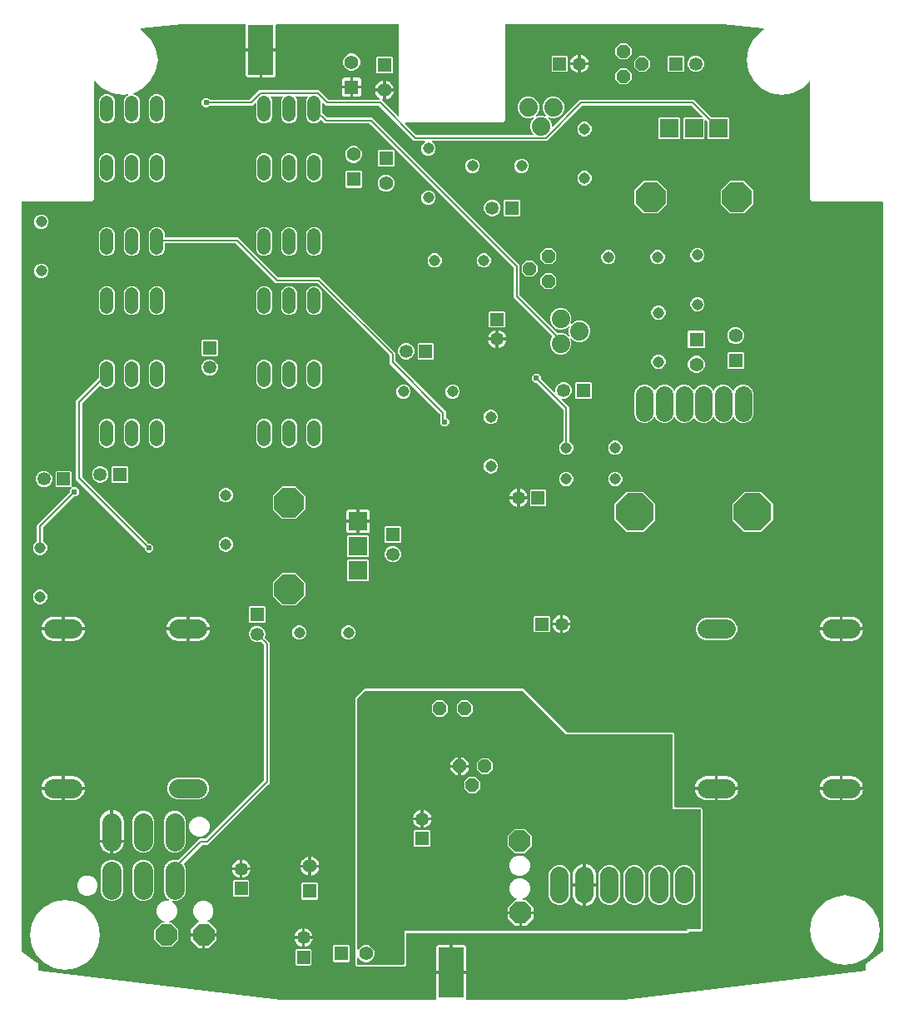
<source format=gbr>
G04 EAGLE Gerber X2 export*
%TF.Part,Single*%
%TF.FileFunction,Copper,L2,Bot,Mixed*%
%TF.FilePolarity,Positive*%
%TF.GenerationSoftware,Autodesk,EAGLE,9.2.0*%
%TF.CreationDate,2018-10-30T13:39:06Z*%
G75*
%MOMM*%
%FSLAX34Y34*%
%LPD*%
%INBottom Copper*%
%IPPOS*%
%AMOC8*
5,1,8,0,0,1.08239X$1,22.5*%
G01*
%ADD10C,1.143000*%
%ADD11R,1.350000X1.350000*%
%ADD12C,1.350000*%
%ADD13C,1.408000*%
%ADD14R,1.408000X1.408000*%
%ADD15C,1.320800*%
%ADD16C,1.950000*%
%ADD17P,1.429621X8X202.500000*%
%ADD18P,2.336880X8X112.500000*%
%ADD19C,1.879600*%
%ADD20P,1.429621X8X292.500000*%
%ADD21P,1.429621X8X112.500000*%
%ADD22R,1.879600X1.879600*%
%ADD23P,3.247170X8X112.500000*%
%ADD24P,3.247170X8X22.500000*%
%ADD25P,2.336880X8X22.500000*%
%ADD26P,2.336880X8X202.500000*%
%ADD27C,1.800000*%
%ADD28P,4.123906X8X22.500000*%
%ADD29C,1.879600*%
%ADD30R,2.540000X5.080000*%
%ADD31C,0.203200*%
%ADD32C,0.604800*%

G36*
X407698Y4016D02*
X407698Y4016D01*
X407793Y4025D01*
X407819Y4036D01*
X407847Y4040D01*
X407931Y4085D01*
X408018Y4123D01*
X408039Y4142D01*
X408064Y4156D01*
X408130Y4225D01*
X408200Y4289D01*
X408214Y4313D01*
X408234Y4334D01*
X408274Y4420D01*
X408320Y4504D01*
X408325Y4531D01*
X408337Y4557D01*
X408348Y4652D01*
X408365Y4745D01*
X408361Y4773D01*
X408364Y4801D01*
X408344Y4895D01*
X408331Y4989D01*
X408316Y5021D01*
X408312Y5042D01*
X408295Y5070D01*
X408263Y5143D01*
X408132Y5369D01*
X407959Y6016D01*
X407959Y30227D01*
X422438Y30227D01*
X422458Y30230D01*
X422477Y30228D01*
X422579Y30250D01*
X422681Y30267D01*
X422698Y30276D01*
X422718Y30280D01*
X422807Y30333D01*
X422898Y30382D01*
X422912Y30396D01*
X422929Y30406D01*
X422996Y30485D01*
X423067Y30560D01*
X423076Y30578D01*
X423089Y30593D01*
X423128Y30689D01*
X423171Y30783D01*
X423173Y30803D01*
X423181Y30821D01*
X423199Y30988D01*
X423199Y31751D01*
X423201Y31751D01*
X423201Y30988D01*
X423204Y30968D01*
X423202Y30949D01*
X423224Y30847D01*
X423241Y30745D01*
X423250Y30728D01*
X423254Y30708D01*
X423307Y30619D01*
X423356Y30528D01*
X423370Y30514D01*
X423380Y30497D01*
X423459Y30430D01*
X423534Y30359D01*
X423552Y30350D01*
X423567Y30337D01*
X423663Y30298D01*
X423757Y30255D01*
X423777Y30253D01*
X423795Y30245D01*
X423962Y30227D01*
X438441Y30227D01*
X438441Y6016D01*
X438268Y5369D01*
X438137Y5143D01*
X438103Y5054D01*
X438063Y4967D01*
X438060Y4939D01*
X438050Y4913D01*
X438046Y4817D01*
X438036Y4723D01*
X438042Y4695D01*
X438041Y4667D01*
X438068Y4575D01*
X438088Y4482D01*
X438102Y4458D01*
X438110Y4431D01*
X438165Y4353D01*
X438214Y4271D01*
X438236Y4253D01*
X438252Y4230D01*
X438329Y4173D01*
X438401Y4111D01*
X438427Y4101D01*
X438450Y4084D01*
X438541Y4055D01*
X438629Y4019D01*
X438664Y4015D01*
X438684Y4009D01*
X438717Y4009D01*
X438796Y4001D01*
X598915Y4001D01*
X598945Y4006D01*
X599006Y4006D01*
X844529Y33469D01*
X844622Y33496D01*
X844718Y33517D01*
X844740Y33530D01*
X844765Y33537D01*
X844845Y33593D01*
X844929Y33643D01*
X844946Y33663D01*
X844967Y33677D01*
X845025Y33756D01*
X845089Y33830D01*
X845099Y33854D01*
X845114Y33875D01*
X845144Y33967D01*
X845181Y34058D01*
X845184Y34090D01*
X845190Y34109D01*
X845190Y34142D01*
X845199Y34225D01*
X845199Y37399D01*
X845195Y37424D01*
X845198Y37449D01*
X845175Y37545D01*
X845160Y37642D01*
X845148Y37664D01*
X845142Y37688D01*
X845062Y37835D01*
X844972Y37963D01*
X845188Y39185D01*
X845188Y39216D01*
X845199Y39317D01*
X845199Y40557D01*
X845310Y40667D01*
X845324Y40688D01*
X845344Y40704D01*
X845396Y40788D01*
X845453Y40867D01*
X845461Y40891D01*
X845474Y40913D01*
X845521Y41074D01*
X845548Y41227D01*
X846564Y41938D01*
X846587Y41960D01*
X846666Y42024D01*
X847543Y42901D01*
X847699Y42901D01*
X847724Y42905D01*
X847749Y42902D01*
X847845Y42925D01*
X847942Y42940D01*
X847964Y42952D01*
X847988Y42958D01*
X848135Y43038D01*
X861875Y52656D01*
X861899Y52680D01*
X861929Y52698D01*
X861987Y52765D01*
X862051Y52827D01*
X862066Y52858D01*
X862089Y52884D01*
X862122Y52967D01*
X862163Y53046D01*
X862168Y53080D01*
X862181Y53113D01*
X862199Y53279D01*
X862199Y815238D01*
X862196Y815258D01*
X862198Y815277D01*
X862176Y815379D01*
X862160Y815481D01*
X862150Y815498D01*
X862146Y815518D01*
X862093Y815607D01*
X862044Y815698D01*
X862030Y815712D01*
X862020Y815729D01*
X861941Y815796D01*
X861866Y815868D01*
X861848Y815876D01*
X861833Y815889D01*
X861737Y815928D01*
X861643Y815971D01*
X861623Y815973D01*
X861605Y815981D01*
X861438Y815999D01*
X790543Y815999D01*
X788199Y818343D01*
X788199Y937503D01*
X788188Y937574D01*
X788186Y937646D01*
X788168Y937695D01*
X788160Y937746D01*
X788126Y937809D01*
X788101Y937877D01*
X788069Y937918D01*
X788044Y937964D01*
X787993Y938013D01*
X787948Y938069D01*
X787904Y938097D01*
X787866Y938133D01*
X787801Y938163D01*
X787741Y938202D01*
X787690Y938215D01*
X787643Y938237D01*
X787572Y938244D01*
X787502Y938262D01*
X787450Y938258D01*
X787399Y938264D01*
X787328Y938248D01*
X787257Y938243D01*
X787209Y938222D01*
X787158Y938211D01*
X787097Y938175D01*
X787031Y938146D01*
X786975Y938102D01*
X786947Y938085D01*
X786932Y938067D01*
X786900Y938042D01*
X780097Y931238D01*
X770186Y926189D01*
X759200Y924449D01*
X748214Y926189D01*
X738303Y931238D01*
X730438Y939103D01*
X725389Y949014D01*
X723649Y960000D01*
X725389Y970986D01*
X730438Y980897D01*
X738303Y988762D01*
X740902Y990085D01*
X740924Y990101D01*
X740949Y990112D01*
X741022Y990174D01*
X741100Y990231D01*
X741116Y990253D01*
X741136Y990271D01*
X741186Y990353D01*
X741241Y990432D01*
X741249Y990458D01*
X741263Y990481D01*
X741284Y990576D01*
X741311Y990668D01*
X741310Y990695D01*
X741316Y990722D01*
X741306Y990818D01*
X741302Y990914D01*
X741293Y990939D01*
X741290Y990966D01*
X741250Y991054D01*
X741216Y991144D01*
X741198Y991165D01*
X741187Y991190D01*
X741121Y991260D01*
X741060Y991334D01*
X741037Y991349D01*
X741018Y991369D01*
X740933Y991414D01*
X740852Y991465D01*
X740825Y991472D01*
X740801Y991484D01*
X740637Y991521D01*
X699026Y995995D01*
X698998Y995993D01*
X698945Y995999D01*
X478962Y995999D01*
X478942Y995996D01*
X478923Y995998D01*
X478821Y995976D01*
X478719Y995960D01*
X478702Y995950D01*
X478682Y995946D01*
X478593Y995893D01*
X478502Y995844D01*
X478488Y995830D01*
X478471Y995820D01*
X478404Y995741D01*
X478332Y995666D01*
X478324Y995648D01*
X478311Y995633D01*
X478272Y995537D01*
X478229Y995443D01*
X478227Y995423D01*
X478219Y995405D01*
X478201Y995238D01*
X478201Y898343D01*
X475857Y895999D01*
X377256Y895999D01*
X377186Y895988D01*
X377114Y895986D01*
X377065Y895968D01*
X377014Y895960D01*
X376950Y895926D01*
X376883Y895901D01*
X376842Y895869D01*
X376796Y895844D01*
X376747Y895792D01*
X376691Y895748D01*
X376663Y895704D01*
X376627Y895666D01*
X376597Y895601D01*
X376558Y895541D01*
X376545Y895490D01*
X376523Y895443D01*
X376515Y895372D01*
X376498Y895302D01*
X376502Y895250D01*
X376496Y895199D01*
X376511Y895128D01*
X376517Y895057D01*
X376537Y895009D01*
X376548Y894958D01*
X376585Y894897D01*
X376613Y894831D01*
X376658Y894775D01*
X376675Y894747D01*
X376692Y894732D01*
X376718Y894700D01*
X387814Y883604D01*
X387888Y883551D01*
X387958Y883491D01*
X387988Y883479D01*
X388014Y883460D01*
X388101Y883433D01*
X388186Y883399D01*
X388227Y883395D01*
X388249Y883388D01*
X388281Y883389D01*
X388352Y883381D01*
X505954Y883381D01*
X506025Y883392D01*
X506097Y883394D01*
X506146Y883412D01*
X506197Y883420D01*
X506260Y883454D01*
X506328Y883479D01*
X506368Y883511D01*
X506415Y883536D01*
X506464Y883588D01*
X506520Y883632D01*
X506548Y883676D01*
X506584Y883714D01*
X506614Y883779D01*
X506653Y883839D01*
X506666Y883890D01*
X506688Y883937D01*
X506695Y884008D01*
X506713Y884078D01*
X506709Y884130D01*
X506715Y884181D01*
X506699Y884252D01*
X506694Y884323D01*
X506673Y884371D01*
X506662Y884422D01*
X506626Y884483D01*
X506597Y884549D01*
X506553Y884605D01*
X506536Y884633D01*
X506518Y884648D01*
X506493Y884680D01*
X505090Y886083D01*
X503427Y890097D01*
X503427Y894443D01*
X505090Y898457D01*
X506592Y899959D01*
X506649Y900038D01*
X506711Y900113D01*
X506720Y900138D01*
X506736Y900159D01*
X506764Y900252D01*
X506799Y900343D01*
X506800Y900369D01*
X506808Y900394D01*
X506806Y900491D01*
X506810Y900589D01*
X506802Y900614D01*
X506802Y900640D01*
X506768Y900731D01*
X506741Y900825D01*
X506726Y900846D01*
X506717Y900871D01*
X506656Y900947D01*
X506601Y901027D01*
X506580Y901043D01*
X506564Y901063D01*
X506482Y901116D01*
X506403Y901174D01*
X506379Y901182D01*
X506357Y901196D01*
X506262Y901220D01*
X506170Y901250D01*
X506143Y901250D01*
X506118Y901256D01*
X506021Y901248D01*
X505924Y901248D01*
X505892Y901238D01*
X505873Y901237D01*
X505843Y901224D01*
X505763Y901201D01*
X503823Y900397D01*
X499477Y900397D01*
X495463Y902060D01*
X492390Y905133D01*
X490727Y909147D01*
X490727Y913493D01*
X492390Y917507D01*
X495463Y920580D01*
X499477Y922243D01*
X503823Y922243D01*
X507837Y920580D01*
X510910Y917507D01*
X512573Y913493D01*
X512573Y909147D01*
X510910Y905133D01*
X509408Y903631D01*
X509351Y903552D01*
X509289Y903477D01*
X509280Y903452D01*
X509264Y903431D01*
X509236Y903338D01*
X509201Y903247D01*
X509200Y903221D01*
X509192Y903196D01*
X509194Y903099D01*
X509190Y903001D01*
X509198Y902976D01*
X509198Y902950D01*
X509232Y902859D01*
X509259Y902765D01*
X509274Y902744D01*
X509283Y902719D01*
X509344Y902643D01*
X509399Y902563D01*
X509420Y902547D01*
X509436Y902527D01*
X509518Y902474D01*
X509597Y902416D01*
X509621Y902408D01*
X509643Y902394D01*
X509738Y902370D01*
X509830Y902340D01*
X509857Y902340D01*
X509882Y902334D01*
X509979Y902342D01*
X510076Y902342D01*
X510108Y902352D01*
X510127Y902353D01*
X510157Y902366D01*
X510237Y902389D01*
X512177Y903193D01*
X516523Y903193D01*
X518463Y902389D01*
X518557Y902367D01*
X518650Y902338D01*
X518677Y902339D01*
X518702Y902333D01*
X518799Y902342D01*
X518896Y902345D01*
X518921Y902354D01*
X518947Y902356D01*
X519036Y902396D01*
X519127Y902429D01*
X519148Y902446D01*
X519172Y902456D01*
X519243Y902522D01*
X519319Y902583D01*
X519333Y902605D01*
X519353Y902623D01*
X519400Y902708D01*
X519452Y902790D01*
X519459Y902815D01*
X519471Y902838D01*
X519489Y902934D01*
X519512Y903028D01*
X519510Y903054D01*
X519515Y903080D01*
X519501Y903177D01*
X519493Y903274D01*
X519483Y903298D01*
X519479Y903323D01*
X519435Y903410D01*
X519397Y903500D01*
X519377Y903525D01*
X519368Y903543D01*
X519344Y903566D01*
X519292Y903631D01*
X517790Y905133D01*
X516127Y909147D01*
X516127Y913493D01*
X517790Y917507D01*
X520863Y920580D01*
X524877Y922243D01*
X529223Y922243D01*
X533237Y920580D01*
X536310Y917507D01*
X537973Y913493D01*
X537973Y909147D01*
X536310Y905133D01*
X533237Y902060D01*
X529223Y900397D01*
X524877Y900397D01*
X522937Y901201D01*
X522843Y901223D01*
X522750Y901252D01*
X522723Y901251D01*
X522698Y901257D01*
X522601Y901248D01*
X522504Y901245D01*
X522479Y901236D01*
X522453Y901234D01*
X522364Y901194D01*
X522273Y901161D01*
X522252Y901144D01*
X522228Y901134D01*
X522157Y901068D01*
X522081Y901007D01*
X522067Y900985D01*
X522047Y900967D01*
X522000Y900882D01*
X521948Y900800D01*
X521941Y900775D01*
X521929Y900752D01*
X521911Y900656D01*
X521888Y900562D01*
X521890Y900536D01*
X521885Y900510D01*
X521899Y900413D01*
X521907Y900316D01*
X521917Y900292D01*
X521921Y900267D01*
X521965Y900180D01*
X522003Y900090D01*
X522023Y900065D01*
X522032Y900047D01*
X522056Y900024D01*
X522108Y899959D01*
X523610Y898457D01*
X525273Y894443D01*
X525273Y892459D01*
X525284Y892388D01*
X525286Y892317D01*
X525304Y892268D01*
X525312Y892216D01*
X525346Y892153D01*
X525371Y892086D01*
X525403Y892045D01*
X525428Y891999D01*
X525480Y891950D01*
X525524Y891894D01*
X525568Y891866D01*
X525606Y891830D01*
X525671Y891799D01*
X525731Y891761D01*
X525782Y891748D01*
X525829Y891726D01*
X525900Y891718D01*
X525970Y891701D01*
X526022Y891705D01*
X526073Y891699D01*
X526144Y891714D01*
X526215Y891720D01*
X526263Y891740D01*
X526314Y891751D01*
X526375Y891788D01*
X526441Y891816D01*
X526497Y891861D01*
X526525Y891877D01*
X526540Y891895D01*
X526572Y891921D01*
X554000Y919349D01*
X669963Y919349D01*
X688166Y901146D01*
X688240Y901093D01*
X688309Y901033D01*
X688339Y901021D01*
X688366Y901002D01*
X688453Y900975D01*
X688537Y900941D01*
X688578Y900937D01*
X688601Y900930D01*
X688633Y900931D01*
X688704Y900923D01*
X705030Y900923D01*
X705923Y900030D01*
X705923Y879970D01*
X705030Y879077D01*
X684970Y879077D01*
X684077Y879970D01*
X684077Y896296D01*
X684063Y896386D01*
X684055Y896477D01*
X684043Y896507D01*
X684038Y896539D01*
X683995Y896619D01*
X683959Y896703D01*
X683933Y896735D01*
X683922Y896756D01*
X683899Y896778D01*
X683854Y896834D01*
X682222Y898466D01*
X682164Y898508D01*
X682112Y898557D01*
X682065Y898579D01*
X682023Y898610D01*
X681954Y898631D01*
X681889Y898661D01*
X681837Y898667D01*
X681787Y898682D01*
X681716Y898680D01*
X681645Y898688D01*
X681594Y898677D01*
X681542Y898676D01*
X681474Y898651D01*
X681404Y898636D01*
X681359Y898609D01*
X681311Y898591D01*
X681255Y898546D01*
X681193Y898510D01*
X681159Y898470D01*
X681119Y898438D01*
X681080Y898377D01*
X681033Y898323D01*
X681014Y898274D01*
X680986Y898231D01*
X680968Y898161D01*
X680941Y898095D01*
X680933Y898023D01*
X680925Y897992D01*
X680927Y897969D01*
X680923Y897928D01*
X680923Y879970D01*
X680030Y879077D01*
X659970Y879077D01*
X659077Y879970D01*
X659077Y900030D01*
X659970Y900923D01*
X677928Y900923D01*
X677999Y900934D01*
X678070Y900936D01*
X678119Y900954D01*
X678171Y900962D01*
X678234Y900996D01*
X678301Y901021D01*
X678342Y901053D01*
X678388Y901078D01*
X678437Y901130D01*
X678493Y901174D01*
X678522Y901218D01*
X678557Y901256D01*
X678588Y901321D01*
X678626Y901381D01*
X678639Y901432D01*
X678661Y901479D01*
X678669Y901550D01*
X678686Y901620D01*
X678682Y901672D01*
X678688Y901723D01*
X678673Y901794D01*
X678667Y901865D01*
X678647Y901913D01*
X678636Y901964D01*
X678599Y902025D01*
X678571Y902091D01*
X678526Y902147D01*
X678510Y902175D01*
X678492Y902190D01*
X678466Y902222D01*
X667660Y913028D01*
X667586Y913081D01*
X667517Y913141D01*
X667487Y913153D01*
X667460Y913172D01*
X667373Y913199D01*
X667289Y913233D01*
X667248Y913237D01*
X667225Y913244D01*
X667193Y913243D01*
X667122Y913251D01*
X556841Y913251D01*
X556751Y913237D01*
X556660Y913229D01*
X556630Y913217D01*
X556598Y913212D01*
X556518Y913169D01*
X556434Y913133D01*
X556402Y913107D01*
X556381Y913096D01*
X556359Y913073D01*
X556303Y913028D01*
X520558Y877283D01*
X404126Y877283D01*
X404029Y877268D01*
X403933Y877258D01*
X403909Y877248D01*
X403883Y877244D01*
X403797Y877198D01*
X403708Y877158D01*
X403689Y877141D01*
X403665Y877128D01*
X403598Y877058D01*
X403527Y876992D01*
X403514Y876969D01*
X403496Y876950D01*
X403455Y876862D01*
X403408Y876776D01*
X403404Y876751D01*
X403392Y876727D01*
X403382Y876630D01*
X403364Y876534D01*
X403368Y876508D01*
X403365Y876483D01*
X403386Y876387D01*
X403400Y876291D01*
X403412Y876268D01*
X403418Y876242D01*
X403468Y876159D01*
X403512Y876072D01*
X403530Y876053D01*
X403544Y876031D01*
X403618Y875968D01*
X403687Y875900D01*
X403716Y875884D01*
X403731Y875871D01*
X403761Y875859D01*
X403834Y875819D01*
X404151Y875688D01*
X406188Y873651D01*
X407290Y870990D01*
X407290Y868110D01*
X406188Y865449D01*
X404151Y863412D01*
X401490Y862310D01*
X398610Y862310D01*
X395949Y863412D01*
X393912Y865449D01*
X392810Y868110D01*
X392810Y870990D01*
X393912Y873651D01*
X395949Y875688D01*
X396266Y875819D01*
X396349Y875870D01*
X396435Y875916D01*
X396452Y875935D01*
X396475Y875948D01*
X396537Y876023D01*
X396604Y876094D01*
X396615Y876118D01*
X396632Y876138D01*
X396666Y876229D01*
X396708Y876317D01*
X396710Y876343D01*
X396720Y876367D01*
X396724Y876465D01*
X396735Y876561D01*
X396729Y876587D01*
X396730Y876613D01*
X396703Y876707D01*
X396682Y876802D01*
X396669Y876824D01*
X396662Y876849D01*
X396606Y876929D01*
X396556Y877013D01*
X396536Y877030D01*
X396521Y877051D01*
X396443Y877110D01*
X396369Y877173D01*
X396345Y877183D01*
X396324Y877198D01*
X396232Y877228D01*
X396141Y877265D01*
X396109Y877268D01*
X396090Y877274D01*
X396057Y877274D01*
X395974Y877283D01*
X385511Y877283D01*
X349766Y913028D01*
X349692Y913081D01*
X349623Y913141D01*
X349593Y913153D01*
X349567Y913172D01*
X349480Y913199D01*
X349395Y913233D01*
X349354Y913237D01*
X349332Y913244D01*
X349299Y913243D01*
X349228Y913251D01*
X295773Y913251D01*
X293228Y915796D01*
X293170Y915838D01*
X293118Y915887D01*
X293071Y915909D01*
X293029Y915939D01*
X292960Y915960D01*
X292895Y915991D01*
X292843Y915996D01*
X292793Y916012D01*
X292722Y916010D01*
X292651Y916018D01*
X292600Y916007D01*
X292548Y916005D01*
X292480Y915981D01*
X292410Y915965D01*
X292365Y915939D01*
X292317Y915921D01*
X292261Y915876D01*
X292199Y915839D01*
X292165Y915800D01*
X292125Y915767D01*
X292086Y915707D01*
X292039Y915652D01*
X292020Y915604D01*
X291992Y915560D01*
X291974Y915491D01*
X291947Y915424D01*
X291939Y915353D01*
X291931Y915322D01*
X291933Y915298D01*
X291929Y915258D01*
X291929Y906498D01*
X291943Y906408D01*
X291951Y906317D01*
X291963Y906287D01*
X291968Y906255D01*
X292011Y906175D01*
X292047Y906091D01*
X292073Y906059D01*
X292084Y906038D01*
X292107Y906016D01*
X292152Y905960D01*
X296824Y901288D01*
X296898Y901235D01*
X296967Y901175D01*
X296997Y901163D01*
X297024Y901144D01*
X297111Y901117D01*
X297195Y901083D01*
X297236Y901079D01*
X297259Y901072D01*
X297291Y901073D01*
X297362Y901065D01*
X342767Y901065D01*
X492761Y751071D01*
X492761Y720906D01*
X492775Y720816D01*
X492783Y720725D01*
X492795Y720695D01*
X492800Y720663D01*
X492843Y720583D01*
X492879Y720499D01*
X492905Y720467D01*
X492916Y720446D01*
X492939Y720424D01*
X492984Y720368D01*
X531223Y682129D01*
X531318Y682061D01*
X531411Y681991D01*
X531417Y681989D01*
X531422Y681985D01*
X531534Y681951D01*
X531645Y681915D01*
X531651Y681915D01*
X531657Y681913D01*
X531774Y681916D01*
X531891Y681917D01*
X531898Y681919D01*
X531903Y681919D01*
X531921Y681926D01*
X532052Y681964D01*
X532387Y682103D01*
X536733Y682103D01*
X540747Y680440D01*
X542249Y678938D01*
X542328Y678881D01*
X542403Y678819D01*
X542428Y678810D01*
X542449Y678794D01*
X542542Y678766D01*
X542633Y678731D01*
X542659Y678730D01*
X542684Y678722D01*
X542781Y678724D01*
X542879Y678720D01*
X542904Y678728D01*
X542930Y678728D01*
X543021Y678762D01*
X543115Y678789D01*
X543136Y678804D01*
X543161Y678813D01*
X543237Y678874D01*
X543317Y678929D01*
X543333Y678950D01*
X543353Y678966D01*
X543406Y679048D01*
X543464Y679127D01*
X543472Y679151D01*
X543486Y679173D01*
X543510Y679268D01*
X543540Y679360D01*
X543540Y679387D01*
X543546Y679412D01*
X543538Y679509D01*
X543538Y679606D01*
X543528Y679638D01*
X543527Y679657D01*
X543514Y679687D01*
X543491Y679767D01*
X542687Y681707D01*
X542687Y686053D01*
X543491Y687993D01*
X543513Y688087D01*
X543542Y688180D01*
X543541Y688207D01*
X543547Y688232D01*
X543538Y688329D01*
X543535Y688426D01*
X543526Y688451D01*
X543524Y688477D01*
X543484Y688566D01*
X543451Y688657D01*
X543434Y688678D01*
X543424Y688702D01*
X543358Y688773D01*
X543297Y688849D01*
X543275Y688863D01*
X543257Y688883D01*
X543172Y688930D01*
X543090Y688982D01*
X543065Y688989D01*
X543042Y689001D01*
X542946Y689019D01*
X542852Y689042D01*
X542826Y689040D01*
X542800Y689045D01*
X542703Y689031D01*
X542606Y689023D01*
X542582Y689013D01*
X542557Y689009D01*
X542470Y688965D01*
X542380Y688927D01*
X542355Y688907D01*
X542337Y688898D01*
X542314Y688874D01*
X542249Y688822D01*
X540747Y687320D01*
X536733Y685657D01*
X532387Y685657D01*
X528373Y687320D01*
X525300Y690393D01*
X523637Y694407D01*
X523637Y698753D01*
X525300Y702767D01*
X528373Y705840D01*
X532387Y707503D01*
X536733Y707503D01*
X540747Y705840D01*
X543820Y702767D01*
X545483Y698753D01*
X545483Y694407D01*
X544679Y692467D01*
X544657Y692373D01*
X544628Y692280D01*
X544629Y692253D01*
X544623Y692228D01*
X544632Y692131D01*
X544635Y692034D01*
X544644Y692009D01*
X544646Y691983D01*
X544686Y691894D01*
X544719Y691803D01*
X544736Y691782D01*
X544746Y691758D01*
X544812Y691687D01*
X544873Y691611D01*
X544895Y691597D01*
X544913Y691577D01*
X544998Y691530D01*
X545080Y691478D01*
X545105Y691471D01*
X545128Y691459D01*
X545224Y691441D01*
X545318Y691418D01*
X545344Y691420D01*
X545370Y691415D01*
X545467Y691429D01*
X545564Y691437D01*
X545588Y691447D01*
X545613Y691451D01*
X545700Y691495D01*
X545790Y691533D01*
X545815Y691553D01*
X545833Y691562D01*
X545856Y691586D01*
X545921Y691638D01*
X547423Y693140D01*
X551437Y694803D01*
X555783Y694803D01*
X559797Y693140D01*
X562870Y690067D01*
X564533Y686053D01*
X564533Y681707D01*
X562870Y677693D01*
X559797Y674620D01*
X555783Y672957D01*
X551437Y672957D01*
X547423Y674620D01*
X545921Y676122D01*
X545842Y676179D01*
X545767Y676241D01*
X545742Y676250D01*
X545721Y676266D01*
X545628Y676294D01*
X545537Y676329D01*
X545511Y676330D01*
X545486Y676338D01*
X545389Y676336D01*
X545291Y676340D01*
X545266Y676332D01*
X545240Y676332D01*
X545149Y676298D01*
X545055Y676271D01*
X545034Y676256D01*
X545009Y676247D01*
X544933Y676186D01*
X544853Y676131D01*
X544837Y676110D01*
X544817Y676094D01*
X544764Y676012D01*
X544706Y675933D01*
X544698Y675909D01*
X544684Y675887D01*
X544660Y675792D01*
X544630Y675700D01*
X544630Y675673D01*
X544624Y675648D01*
X544632Y675551D01*
X544632Y675454D01*
X544642Y675422D01*
X544643Y675403D01*
X544656Y675373D01*
X544679Y675293D01*
X545483Y673353D01*
X545483Y669007D01*
X543820Y664993D01*
X540747Y661920D01*
X536733Y660257D01*
X532387Y660257D01*
X528373Y661920D01*
X525300Y664993D01*
X523637Y669007D01*
X523637Y673353D01*
X525300Y677367D01*
X525792Y677859D01*
X525804Y677876D01*
X525820Y677888D01*
X525876Y677975D01*
X525936Y678059D01*
X525942Y678078D01*
X525953Y678095D01*
X525978Y678196D01*
X526008Y678294D01*
X526008Y678314D01*
X526013Y678334D01*
X526005Y678437D01*
X526002Y678540D01*
X525995Y678559D01*
X525994Y678579D01*
X525953Y678673D01*
X525917Y678771D01*
X525905Y678787D01*
X525897Y678805D01*
X525792Y678936D01*
X486663Y718065D01*
X486663Y748230D01*
X486649Y748320D01*
X486641Y748411D01*
X486629Y748441D01*
X486624Y748473D01*
X486581Y748553D01*
X486545Y748637D01*
X486519Y748669D01*
X486508Y748690D01*
X486485Y748712D01*
X486440Y748768D01*
X340464Y894744D01*
X340390Y894797D01*
X340321Y894857D01*
X340291Y894869D01*
X340264Y894888D01*
X340177Y894915D01*
X340093Y894949D01*
X340052Y894953D01*
X340029Y894960D01*
X339997Y894959D01*
X339926Y894967D01*
X294521Y894967D01*
X291232Y898256D01*
X291216Y898268D01*
X291204Y898283D01*
X291137Y898326D01*
X291098Y898359D01*
X291077Y898368D01*
X291033Y898400D01*
X291014Y898405D01*
X290997Y898416D01*
X290896Y898442D01*
X290886Y898445D01*
X290870Y898451D01*
X290863Y898452D01*
X290798Y898472D01*
X290778Y898471D01*
X290758Y898476D01*
X290655Y898468D01*
X290552Y898466D01*
X290533Y898459D01*
X290513Y898457D01*
X290453Y898432D01*
X290442Y898430D01*
X290416Y898416D01*
X290321Y898381D01*
X290305Y898369D01*
X290287Y898361D01*
X290238Y898322D01*
X290224Y898315D01*
X290210Y898299D01*
X290156Y898256D01*
X288405Y896505D01*
X285417Y895267D01*
X282183Y895267D01*
X279195Y896505D01*
X276909Y898791D01*
X275671Y901779D01*
X275671Y918221D01*
X276909Y921209D01*
X277100Y921400D01*
X277142Y921458D01*
X277191Y921510D01*
X277213Y921557D01*
X277244Y921599D01*
X277265Y921668D01*
X277295Y921733D01*
X277301Y921785D01*
X277316Y921835D01*
X277314Y921906D01*
X277322Y921977D01*
X277311Y922028D01*
X277310Y922080D01*
X277285Y922148D01*
X277270Y922218D01*
X277243Y922263D01*
X277225Y922311D01*
X277180Y922367D01*
X277143Y922429D01*
X277104Y922463D01*
X277071Y922503D01*
X277011Y922542D01*
X276957Y922589D01*
X276908Y922608D01*
X276864Y922636D01*
X276795Y922654D01*
X276728Y922681D01*
X276657Y922689D01*
X276626Y922697D01*
X276603Y922695D01*
X276562Y922699D01*
X265638Y922699D01*
X265568Y922688D01*
X265496Y922686D01*
X265447Y922668D01*
X265396Y922660D01*
X265332Y922626D01*
X265265Y922601D01*
X265224Y922569D01*
X265178Y922544D01*
X265129Y922493D01*
X265073Y922448D01*
X265045Y922404D01*
X265009Y922366D01*
X264979Y922301D01*
X264940Y922241D01*
X264927Y922190D01*
X264905Y922143D01*
X264897Y922072D01*
X264880Y922002D01*
X264884Y921950D01*
X264878Y921899D01*
X264893Y921828D01*
X264899Y921757D01*
X264919Y921709D01*
X264930Y921658D01*
X264967Y921597D01*
X264995Y921531D01*
X265040Y921475D01*
X265057Y921447D01*
X265074Y921432D01*
X265100Y921400D01*
X265291Y921209D01*
X266529Y918221D01*
X266529Y901779D01*
X265291Y898791D01*
X263005Y896505D01*
X260017Y895267D01*
X256783Y895267D01*
X253795Y896505D01*
X251509Y898791D01*
X250271Y901779D01*
X250271Y918221D01*
X251509Y921209D01*
X251700Y921400D01*
X251742Y921458D01*
X251791Y921510D01*
X251813Y921557D01*
X251844Y921599D01*
X251865Y921668D01*
X251895Y921733D01*
X251901Y921785D01*
X251916Y921835D01*
X251914Y921906D01*
X251922Y921977D01*
X251911Y922028D01*
X251910Y922080D01*
X251885Y922148D01*
X251870Y922218D01*
X251843Y922263D01*
X251825Y922311D01*
X251780Y922367D01*
X251743Y922429D01*
X251704Y922463D01*
X251671Y922503D01*
X251611Y922542D01*
X251557Y922589D01*
X251508Y922608D01*
X251464Y922636D01*
X251395Y922654D01*
X251328Y922681D01*
X251257Y922689D01*
X251226Y922697D01*
X251203Y922695D01*
X251162Y922699D01*
X240238Y922699D01*
X240168Y922688D01*
X240096Y922686D01*
X240047Y922668D01*
X239996Y922660D01*
X239932Y922626D01*
X239865Y922601D01*
X239824Y922569D01*
X239778Y922544D01*
X239729Y922493D01*
X239673Y922448D01*
X239645Y922404D01*
X239609Y922366D01*
X239579Y922301D01*
X239540Y922241D01*
X239527Y922190D01*
X239505Y922143D01*
X239497Y922072D01*
X239480Y922002D01*
X239484Y921950D01*
X239478Y921899D01*
X239493Y921828D01*
X239499Y921757D01*
X239519Y921709D01*
X239530Y921658D01*
X239567Y921597D01*
X239595Y921531D01*
X239640Y921475D01*
X239657Y921447D01*
X239674Y921432D01*
X239700Y921400D01*
X239891Y921209D01*
X241129Y918221D01*
X241129Y901779D01*
X239891Y898791D01*
X237605Y896505D01*
X234617Y895267D01*
X231383Y895267D01*
X228395Y896505D01*
X226109Y898791D01*
X224871Y901779D01*
X224871Y915258D01*
X224860Y915328D01*
X224858Y915400D01*
X224840Y915449D01*
X224832Y915500D01*
X224798Y915564D01*
X224773Y915631D01*
X224741Y915672D01*
X224716Y915718D01*
X224664Y915767D01*
X224620Y915823D01*
X224576Y915851D01*
X224538Y915887D01*
X224473Y915917D01*
X224413Y915956D01*
X224362Y915969D01*
X224315Y915991D01*
X224244Y915999D01*
X224174Y916016D01*
X224122Y916012D01*
X224071Y916018D01*
X224000Y916002D01*
X223929Y915997D01*
X223881Y915977D01*
X223830Y915965D01*
X223769Y915929D01*
X223703Y915901D01*
X223647Y915856D01*
X223619Y915839D01*
X223604Y915822D01*
X223572Y915796D01*
X221027Y913251D01*
X177719Y913251D01*
X177629Y913237D01*
X177538Y913229D01*
X177509Y913217D01*
X177477Y913212D01*
X177396Y913169D01*
X177312Y913133D01*
X177280Y913107D01*
X177259Y913096D01*
X177237Y913073D01*
X177181Y913028D01*
X175904Y911751D01*
X172136Y911751D01*
X169471Y914416D01*
X169471Y918184D01*
X172136Y920849D01*
X175904Y920849D01*
X177181Y919572D01*
X177255Y919519D01*
X177325Y919459D01*
X177355Y919447D01*
X177381Y919428D01*
X177468Y919401D01*
X177553Y919367D01*
X177594Y919363D01*
X177616Y919356D01*
X177648Y919357D01*
X177719Y919349D01*
X218186Y919349D01*
X218276Y919363D01*
X218367Y919371D01*
X218397Y919383D01*
X218429Y919388D01*
X218510Y919431D01*
X218594Y919467D01*
X218626Y919493D01*
X218646Y919504D01*
X218669Y919527D01*
X218724Y919572D01*
X227950Y928797D01*
X288850Y928797D01*
X298076Y919572D01*
X298149Y919519D01*
X298219Y919459D01*
X298249Y919447D01*
X298275Y919428D01*
X298362Y919401D01*
X298447Y919367D01*
X298488Y919363D01*
X298510Y919356D01*
X298543Y919357D01*
X298614Y919349D01*
X349987Y919349D01*
X350054Y919360D01*
X350122Y919361D01*
X350174Y919379D01*
X350229Y919388D01*
X350289Y919420D01*
X350353Y919443D01*
X350397Y919477D01*
X350447Y919504D01*
X350494Y919553D01*
X350547Y919595D01*
X350578Y919641D01*
X350616Y919682D01*
X350645Y919743D01*
X350682Y919800D01*
X350696Y919854D01*
X350720Y919905D01*
X350727Y919972D01*
X350745Y920038D01*
X350741Y920094D01*
X350747Y920149D01*
X350733Y920216D01*
X350728Y920283D01*
X350707Y920335D01*
X350695Y920390D01*
X350660Y920448D01*
X350634Y920511D01*
X350597Y920553D01*
X350569Y920601D01*
X350517Y920645D01*
X350472Y920696D01*
X350407Y920739D01*
X350382Y920761D01*
X350362Y920769D01*
X350332Y920788D01*
X350259Y920826D01*
X349038Y921712D01*
X347972Y922778D01*
X347086Y923999D01*
X346401Y925342D01*
X345935Y926777D01*
X345821Y927497D01*
X353757Y927497D01*
X353757Y919553D01*
X353682Y919551D01*
X353567Y919551D01*
X353560Y919548D01*
X353552Y919548D01*
X353443Y919508D01*
X353334Y919471D01*
X353328Y919466D01*
X353321Y919464D01*
X353230Y919391D01*
X353139Y919322D01*
X353135Y919315D01*
X353129Y919310D01*
X353066Y919213D01*
X353002Y919117D01*
X353000Y919110D01*
X352996Y919103D01*
X352967Y918991D01*
X352937Y918880D01*
X352938Y918872D01*
X352936Y918865D01*
X352944Y918750D01*
X352951Y918635D01*
X352954Y918627D01*
X352955Y918619D01*
X352999Y918514D01*
X353043Y918406D01*
X353048Y918400D01*
X353051Y918393D01*
X353156Y918262D01*
X368900Y902518D01*
X368958Y902476D01*
X369010Y902427D01*
X369057Y902405D01*
X369099Y902375D01*
X369168Y902353D01*
X369233Y902323D01*
X369285Y902317D01*
X369335Y902302D01*
X369406Y902304D01*
X369477Y902296D01*
X369528Y902307D01*
X369580Y902309D01*
X369648Y902333D01*
X369718Y902348D01*
X369762Y902375D01*
X369811Y902393D01*
X369867Y902438D01*
X369929Y902475D01*
X369963Y902514D01*
X370003Y902547D01*
X370042Y902607D01*
X370089Y902661D01*
X370108Y902710D01*
X370136Y902754D01*
X370154Y902823D01*
X370181Y902890D01*
X370189Y902961D01*
X370197Y902992D01*
X370195Y903015D01*
X370199Y903056D01*
X370199Y995238D01*
X370196Y995258D01*
X370198Y995277D01*
X370176Y995379D01*
X370160Y995481D01*
X370150Y995498D01*
X370146Y995518D01*
X370093Y995607D01*
X370044Y995698D01*
X370030Y995712D01*
X370020Y995729D01*
X369941Y995796D01*
X369866Y995868D01*
X369848Y995876D01*
X369833Y995889D01*
X369737Y995928D01*
X369643Y995971D01*
X369623Y995973D01*
X369605Y995981D01*
X369438Y995999D01*
X245722Y995999D01*
X245702Y995996D01*
X245683Y995998D01*
X245581Y995976D01*
X245479Y995960D01*
X245462Y995950D01*
X245442Y995946D01*
X245353Y995893D01*
X245262Y995844D01*
X245248Y995830D01*
X245231Y995820D01*
X245164Y995741D01*
X245092Y995666D01*
X245084Y995648D01*
X245071Y995633D01*
X245032Y995537D01*
X244989Y995443D01*
X244987Y995423D01*
X244979Y995405D01*
X244961Y995238D01*
X244961Y971523D01*
X230482Y971523D01*
X230462Y971520D01*
X230443Y971522D01*
X230341Y971500D01*
X230239Y971483D01*
X230222Y971474D01*
X230202Y971470D01*
X230113Y971417D01*
X230022Y971368D01*
X230008Y971354D01*
X229991Y971344D01*
X229924Y971265D01*
X229853Y971190D01*
X229844Y971172D01*
X229831Y971157D01*
X229792Y971061D01*
X229749Y970967D01*
X229747Y970947D01*
X229739Y970929D01*
X229721Y970762D01*
X229721Y969999D01*
X229719Y969999D01*
X229719Y970762D01*
X229716Y970782D01*
X229718Y970801D01*
X229696Y970903D01*
X229679Y971005D01*
X229670Y971022D01*
X229666Y971042D01*
X229613Y971131D01*
X229564Y971222D01*
X229550Y971236D01*
X229540Y971253D01*
X229461Y971320D01*
X229386Y971391D01*
X229368Y971400D01*
X229353Y971413D01*
X229257Y971452D01*
X229163Y971495D01*
X229143Y971497D01*
X229125Y971505D01*
X228958Y971523D01*
X214479Y971523D01*
X214479Y995238D01*
X214476Y995258D01*
X214478Y995277D01*
X214456Y995379D01*
X214440Y995481D01*
X214430Y995498D01*
X214426Y995518D01*
X214373Y995607D01*
X214324Y995698D01*
X214310Y995712D01*
X214300Y995729D01*
X214221Y995796D01*
X214146Y995868D01*
X214128Y995876D01*
X214113Y995889D01*
X214017Y995928D01*
X213923Y995971D01*
X213903Y995973D01*
X213885Y995981D01*
X213718Y995999D01*
X149455Y995999D01*
X149428Y995995D01*
X149374Y995995D01*
X107763Y991521D01*
X107736Y991513D01*
X107709Y991513D01*
X107618Y991481D01*
X107525Y991455D01*
X107503Y991440D01*
X107477Y991431D01*
X107402Y991371D01*
X107322Y991317D01*
X107305Y991296D01*
X107284Y991279D01*
X107231Y991199D01*
X107172Y991122D01*
X107164Y991096D01*
X107149Y991074D01*
X107124Y990980D01*
X107093Y990889D01*
X107093Y990862D01*
X107086Y990836D01*
X107093Y990740D01*
X107092Y990643D01*
X107101Y990617D01*
X107103Y990590D01*
X107139Y990501D01*
X107170Y990410D01*
X107186Y990388D01*
X107197Y990363D01*
X107260Y990290D01*
X107318Y990213D01*
X107340Y990198D01*
X107358Y990178D01*
X107498Y990085D01*
X110097Y988762D01*
X117962Y980897D01*
X123011Y970986D01*
X124751Y960000D01*
X123011Y949014D01*
X117962Y939103D01*
X110097Y931238D01*
X100185Y926188D01*
X100151Y926177D01*
X100113Y926173D01*
X100035Y926139D01*
X99953Y926112D01*
X99923Y926089D01*
X99888Y926073D01*
X99825Y926016D01*
X99757Y925964D01*
X99735Y925933D01*
X99707Y925907D01*
X99666Y925832D01*
X99617Y925761D01*
X99607Y925725D01*
X99588Y925691D01*
X99573Y925607D01*
X99550Y925525D01*
X99551Y925487D01*
X99545Y925449D01*
X99557Y925365D01*
X99561Y925279D01*
X99575Y925244D01*
X99580Y925206D01*
X99619Y925130D01*
X99650Y925050D01*
X99675Y925021D01*
X99692Y924987D01*
X99753Y924927D01*
X99808Y924861D01*
X99840Y924841D01*
X99868Y924815D01*
X100015Y924734D01*
X103005Y923495D01*
X105291Y921209D01*
X106529Y918221D01*
X106529Y901779D01*
X105291Y898791D01*
X103005Y896505D01*
X100017Y895267D01*
X96783Y895267D01*
X93795Y896505D01*
X91509Y898791D01*
X90271Y901779D01*
X90271Y918221D01*
X91509Y921209D01*
X93795Y923495D01*
X94426Y923756D01*
X94455Y923774D01*
X94487Y923785D01*
X94558Y923839D01*
X94635Y923886D01*
X94656Y923912D01*
X94684Y923933D01*
X94734Y924006D01*
X94792Y924075D01*
X94804Y924107D01*
X94823Y924135D01*
X94848Y924221D01*
X94880Y924305D01*
X94881Y924339D01*
X94890Y924372D01*
X94886Y924461D01*
X94890Y924551D01*
X94881Y924583D01*
X94879Y924617D01*
X94847Y924701D01*
X94822Y924787D01*
X94802Y924815D01*
X94790Y924847D01*
X94732Y924915D01*
X94681Y924989D01*
X94654Y925009D01*
X94632Y925035D01*
X94556Y925082D01*
X94484Y925136D01*
X94452Y925146D01*
X94423Y925164D01*
X94335Y925184D01*
X94250Y925212D01*
X94216Y925212D01*
X94183Y925219D01*
X94015Y925211D01*
X89200Y924449D01*
X78214Y926189D01*
X68303Y931238D01*
X61500Y938042D01*
X61442Y938084D01*
X61390Y938133D01*
X61343Y938155D01*
X61301Y938185D01*
X61232Y938206D01*
X61167Y938237D01*
X61115Y938242D01*
X61065Y938258D01*
X60994Y938256D01*
X60923Y938264D01*
X60872Y938253D01*
X60820Y938251D01*
X60752Y938227D01*
X60682Y938211D01*
X60637Y938185D01*
X60589Y938167D01*
X60533Y938122D01*
X60471Y938085D01*
X60437Y938046D01*
X60397Y938013D01*
X60358Y937953D01*
X60311Y937898D01*
X60292Y937850D01*
X60264Y937806D01*
X60246Y937737D01*
X60219Y937670D01*
X60211Y937599D01*
X60203Y937568D01*
X60205Y937544D01*
X60201Y937503D01*
X60201Y818343D01*
X57857Y815999D01*
X-13037Y815999D01*
X-13057Y815996D01*
X-13077Y815998D01*
X-13178Y815976D01*
X-13280Y815960D01*
X-13298Y815950D01*
X-13317Y815946D01*
X-13406Y815893D01*
X-13498Y815844D01*
X-13511Y815830D01*
X-13528Y815820D01*
X-13596Y815741D01*
X-13667Y815666D01*
X-13675Y815648D01*
X-13688Y815633D01*
X-13727Y815537D01*
X-13771Y815443D01*
X-13773Y815423D01*
X-13780Y815405D01*
X-13799Y815238D01*
X-13700Y53271D01*
X-13694Y53238D01*
X-13697Y53205D01*
X-13674Y53117D01*
X-13660Y53028D01*
X-13644Y52999D01*
X-13636Y52966D01*
X-13587Y52891D01*
X-13545Y52811D01*
X-13521Y52788D01*
X-13502Y52760D01*
X-13377Y52649D01*
X270Y43040D01*
X294Y43028D01*
X313Y43011D01*
X404Y42975D01*
X491Y42932D01*
X517Y42929D01*
X542Y42919D01*
X708Y42901D01*
X857Y42901D01*
X1739Y42019D01*
X1765Y42001D01*
X1839Y41935D01*
X2858Y41217D01*
X2884Y41070D01*
X2892Y41046D01*
X2894Y41020D01*
X2932Y40930D01*
X2964Y40838D01*
X2980Y40817D01*
X2991Y40793D01*
X3096Y40662D01*
X3201Y40557D01*
X3201Y39310D01*
X3206Y39279D01*
X3212Y39180D01*
X3425Y37952D01*
X3340Y37830D01*
X3328Y37806D01*
X3311Y37787D01*
X3275Y37696D01*
X3232Y37609D01*
X3229Y37583D01*
X3219Y37558D01*
X3201Y37392D01*
X3201Y34225D01*
X3217Y34128D01*
X3226Y34031D01*
X3236Y34008D01*
X3240Y33982D01*
X3286Y33896D01*
X3326Y33807D01*
X3343Y33787D01*
X3356Y33765D01*
X3426Y33697D01*
X3492Y33626D01*
X3515Y33613D01*
X3534Y33595D01*
X3622Y33554D01*
X3708Y33507D01*
X3739Y33500D01*
X3757Y33492D01*
X3790Y33488D01*
X3871Y33469D01*
X249394Y4006D01*
X249424Y4007D01*
X249485Y4001D01*
X407604Y4001D01*
X407698Y4016D01*
G37*
%LPC*%
G36*
X327312Y37361D02*
X327312Y37361D01*
X325675Y38998D01*
X325675Y310578D01*
X335392Y320295D01*
X496458Y320295D01*
X540685Y276068D01*
X540759Y276015D01*
X540828Y275955D01*
X540858Y275943D01*
X540884Y275924D01*
X540971Y275897D01*
X541056Y275863D01*
X541097Y275859D01*
X541119Y275852D01*
X541152Y275853D01*
X541223Y275845D01*
X648858Y275845D01*
X650495Y274208D01*
X650495Y200406D01*
X650498Y200386D01*
X650496Y200367D01*
X650518Y200265D01*
X650534Y200163D01*
X650544Y200146D01*
X650548Y200126D01*
X650601Y200037D01*
X650650Y199946D01*
X650664Y199932D01*
X650674Y199915D01*
X650753Y199848D01*
X650828Y199776D01*
X650846Y199768D01*
X650861Y199755D01*
X650957Y199716D01*
X651051Y199673D01*
X651071Y199671D01*
X651089Y199663D01*
X651256Y199645D01*
X677508Y199645D01*
X679145Y198008D01*
X679145Y74982D01*
X677508Y73345D01*
X665923Y73345D01*
X665833Y73331D01*
X665742Y73323D01*
X665712Y73311D01*
X665680Y73306D01*
X665600Y73263D01*
X665516Y73227D01*
X665484Y73201D01*
X665463Y73190D01*
X665441Y73167D01*
X665385Y73122D01*
X664068Y71805D01*
X378206Y71805D01*
X378186Y71802D01*
X378167Y71804D01*
X378065Y71782D01*
X377963Y71766D01*
X377946Y71756D01*
X377926Y71752D01*
X377837Y71699D01*
X377746Y71650D01*
X377732Y71636D01*
X377715Y71626D01*
X377648Y71547D01*
X377576Y71472D01*
X377568Y71454D01*
X377555Y71439D01*
X377516Y71343D01*
X377473Y71249D01*
X377471Y71229D01*
X377463Y71211D01*
X377445Y71044D01*
X377445Y38998D01*
X375808Y37361D01*
X327312Y37361D01*
G37*
%LPD*%
G36*
X374670Y39398D02*
X374670Y39398D01*
X374689Y39396D01*
X374791Y39418D01*
X374893Y39434D01*
X374910Y39444D01*
X374930Y39448D01*
X375019Y39501D01*
X375110Y39549D01*
X375124Y39564D01*
X375141Y39574D01*
X375208Y39653D01*
X375280Y39728D01*
X375288Y39746D01*
X375301Y39761D01*
X375340Y39857D01*
X375383Y39951D01*
X375385Y39971D01*
X375393Y39989D01*
X375411Y40156D01*
X375411Y73839D01*
X662910Y73839D01*
X662981Y73850D01*
X663052Y73852D01*
X663101Y73870D01*
X663153Y73879D01*
X663216Y73912D01*
X663283Y73937D01*
X663324Y73969D01*
X663370Y73994D01*
X663419Y74045D01*
X663475Y74090D01*
X663504Y74134D01*
X663540Y74172D01*
X663570Y74237D01*
X663608Y74297D01*
X663621Y74348D01*
X663643Y74395D01*
X663651Y74466D01*
X663669Y74536D01*
X663664Y74588D01*
X663670Y74639D01*
X663655Y74710D01*
X663649Y74781D01*
X663629Y74829D01*
X663618Y74880D01*
X663581Y74941D01*
X663553Y75007D01*
X663508Y75063D01*
X663492Y75091D01*
X663474Y75106D01*
X663448Y75138D01*
X663208Y75379D01*
X676350Y75379D01*
X676370Y75382D01*
X676389Y75380D01*
X676491Y75402D01*
X676593Y75419D01*
X676610Y75428D01*
X676630Y75432D01*
X676719Y75485D01*
X676810Y75534D01*
X676824Y75548D01*
X676841Y75558D01*
X676908Y75637D01*
X676980Y75712D01*
X676988Y75730D01*
X677001Y75745D01*
X677040Y75841D01*
X677083Y75935D01*
X677085Y75955D01*
X677093Y75973D01*
X677111Y76140D01*
X677111Y196850D01*
X677108Y196870D01*
X677110Y196889D01*
X677088Y196991D01*
X677072Y197093D01*
X677062Y197110D01*
X677058Y197130D01*
X677005Y197219D01*
X676956Y197310D01*
X676942Y197324D01*
X676932Y197341D01*
X676853Y197408D01*
X676778Y197480D01*
X676760Y197488D01*
X676745Y197501D01*
X676649Y197540D01*
X676555Y197583D01*
X676535Y197585D01*
X676517Y197593D01*
X676350Y197611D01*
X648461Y197611D01*
X648461Y273050D01*
X648458Y273070D01*
X648460Y273089D01*
X648438Y273191D01*
X648422Y273293D01*
X648412Y273310D01*
X648408Y273330D01*
X648355Y273419D01*
X648306Y273510D01*
X648292Y273524D01*
X648282Y273541D01*
X648203Y273608D01*
X648128Y273680D01*
X648110Y273688D01*
X648095Y273701D01*
X647999Y273740D01*
X647905Y273783D01*
X647885Y273785D01*
X647867Y273793D01*
X647700Y273811D01*
X540065Y273811D01*
X495838Y318038D01*
X495764Y318091D01*
X495695Y318151D01*
X495665Y318163D01*
X495639Y318182D01*
X495552Y318209D01*
X495467Y318243D01*
X495426Y318247D01*
X495403Y318254D01*
X495371Y318253D01*
X495300Y318261D01*
X336550Y318261D01*
X336460Y318247D01*
X336369Y318239D01*
X336339Y318227D01*
X336307Y318222D01*
X336227Y318179D01*
X336143Y318143D01*
X336111Y318117D01*
X336090Y318106D01*
X336068Y318083D01*
X336012Y318038D01*
X327932Y309958D01*
X327879Y309884D01*
X327819Y309815D01*
X327807Y309785D01*
X327788Y309759D01*
X327761Y309672D01*
X327727Y309587D01*
X327723Y309546D01*
X327716Y309523D01*
X327717Y309491D01*
X327709Y309420D01*
X327709Y55663D01*
X327725Y55567D01*
X327734Y55470D01*
X327744Y55446D01*
X327749Y55420D01*
X327794Y55334D01*
X327834Y55245D01*
X327851Y55226D01*
X327864Y55203D01*
X327934Y55136D01*
X328000Y55064D01*
X328023Y55052D01*
X328042Y55034D01*
X328130Y54993D01*
X328216Y54946D01*
X328241Y54941D01*
X328265Y54930D01*
X328362Y54919D01*
X328458Y54902D01*
X328484Y54906D01*
X328509Y54903D01*
X328605Y54924D01*
X328701Y54938D01*
X328724Y54950D01*
X328750Y54955D01*
X328833Y55005D01*
X328920Y55049D01*
X328939Y55068D01*
X328961Y55081D01*
X329024Y55155D01*
X329092Y55225D01*
X329108Y55253D01*
X329121Y55268D01*
X329133Y55299D01*
X329173Y55372D01*
X329289Y55652D01*
X331698Y58061D01*
X334846Y59365D01*
X338254Y59365D01*
X341402Y58061D01*
X343811Y55652D01*
X345115Y52504D01*
X345115Y49096D01*
X343811Y45948D01*
X341402Y43539D01*
X338254Y42235D01*
X334846Y42235D01*
X331698Y43539D01*
X329289Y45948D01*
X329173Y46228D01*
X329122Y46311D01*
X329076Y46397D01*
X329058Y46415D01*
X329044Y46437D01*
X328969Y46499D01*
X328898Y46566D01*
X328874Y46577D01*
X328854Y46594D01*
X328763Y46629D01*
X328675Y46670D01*
X328649Y46673D01*
X328625Y46682D01*
X328527Y46686D01*
X328431Y46697D01*
X328405Y46692D01*
X328379Y46693D01*
X328285Y46666D01*
X328190Y46645D01*
X328168Y46631D01*
X328143Y46624D01*
X328063Y46569D01*
X327979Y46519D01*
X327962Y46499D01*
X327941Y46484D01*
X327883Y46406D01*
X327819Y46332D01*
X327809Y46307D01*
X327794Y46287D01*
X327764Y46194D01*
X327727Y46104D01*
X327724Y46071D01*
X327718Y46053D01*
X327718Y46020D01*
X327709Y45937D01*
X327709Y40156D01*
X327712Y40136D01*
X327710Y40116D01*
X327732Y40015D01*
X327749Y39913D01*
X327758Y39896D01*
X327762Y39876D01*
X327815Y39787D01*
X327864Y39696D01*
X327878Y39682D01*
X327888Y39665D01*
X327967Y39598D01*
X328042Y39526D01*
X328060Y39518D01*
X328075Y39505D01*
X328171Y39466D01*
X328265Y39423D01*
X328285Y39421D01*
X328303Y39413D01*
X328470Y39395D01*
X374650Y39395D01*
X374670Y39398D01*
G37*
%LPC*%
G36*
X617907Y590475D02*
X617907Y590475D01*
X614038Y592078D01*
X611078Y595038D01*
X609475Y598907D01*
X609475Y621093D01*
X611078Y624962D01*
X614038Y627922D01*
X617907Y629525D01*
X622093Y629525D01*
X625962Y627922D01*
X628922Y624962D01*
X629297Y624058D01*
X629334Y623997D01*
X629364Y623932D01*
X629399Y623893D01*
X629426Y623849D01*
X629482Y623803D01*
X629530Y623751D01*
X629576Y623726D01*
X629616Y623692D01*
X629683Y623667D01*
X629746Y623632D01*
X629797Y623623D01*
X629845Y623604D01*
X629917Y623601D01*
X629988Y623588D01*
X630039Y623596D01*
X630091Y623594D01*
X630160Y623614D01*
X630231Y623624D01*
X630277Y623648D01*
X630327Y623662D01*
X630386Y623703D01*
X630450Y623736D01*
X630487Y623773D01*
X630529Y623803D01*
X630572Y623860D01*
X630622Y623911D01*
X630657Y623974D01*
X630676Y624000D01*
X630683Y624022D01*
X630703Y624058D01*
X631078Y624962D01*
X634038Y627922D01*
X637907Y629525D01*
X642093Y629525D01*
X645962Y627922D01*
X648922Y624962D01*
X649297Y624058D01*
X649334Y623997D01*
X649364Y623932D01*
X649399Y623893D01*
X649426Y623849D01*
X649481Y623804D01*
X649530Y623751D01*
X649576Y623726D01*
X649616Y623692D01*
X649683Y623667D01*
X649746Y623632D01*
X649797Y623623D01*
X649845Y623604D01*
X649917Y623601D01*
X649988Y623588D01*
X650039Y623596D01*
X650091Y623594D01*
X650160Y623614D01*
X650231Y623624D01*
X650277Y623648D01*
X650327Y623662D01*
X650386Y623703D01*
X650450Y623736D01*
X650487Y623773D01*
X650529Y623803D01*
X650572Y623860D01*
X650622Y623911D01*
X650657Y623974D01*
X650676Y624000D01*
X650683Y624022D01*
X650703Y624058D01*
X651078Y624962D01*
X654038Y627922D01*
X657907Y629525D01*
X662093Y629525D01*
X665962Y627922D01*
X668922Y624962D01*
X669297Y624058D01*
X669334Y623997D01*
X669364Y623932D01*
X669399Y623893D01*
X669426Y623849D01*
X669481Y623804D01*
X669530Y623751D01*
X669576Y623726D01*
X669616Y623692D01*
X669683Y623667D01*
X669746Y623632D01*
X669797Y623623D01*
X669845Y623604D01*
X669917Y623601D01*
X669988Y623588D01*
X670039Y623596D01*
X670091Y623594D01*
X670160Y623614D01*
X670231Y623624D01*
X670277Y623648D01*
X670327Y623662D01*
X670386Y623703D01*
X670450Y623736D01*
X670487Y623773D01*
X670529Y623803D01*
X670572Y623860D01*
X670622Y623911D01*
X670657Y623974D01*
X670676Y624000D01*
X670683Y624022D01*
X670703Y624058D01*
X671078Y624962D01*
X674038Y627922D01*
X677907Y629525D01*
X682093Y629525D01*
X685962Y627922D01*
X688922Y624962D01*
X689297Y624058D01*
X689334Y623997D01*
X689364Y623932D01*
X689399Y623893D01*
X689426Y623849D01*
X689481Y623804D01*
X689530Y623751D01*
X689576Y623726D01*
X689616Y623692D01*
X689683Y623667D01*
X689746Y623632D01*
X689797Y623623D01*
X689845Y623604D01*
X689917Y623601D01*
X689988Y623588D01*
X690039Y623596D01*
X690091Y623594D01*
X690160Y623614D01*
X690231Y623624D01*
X690277Y623648D01*
X690327Y623662D01*
X690386Y623703D01*
X690450Y623736D01*
X690487Y623773D01*
X690529Y623803D01*
X690572Y623860D01*
X690622Y623911D01*
X690657Y623974D01*
X690676Y624000D01*
X690683Y624022D01*
X690703Y624058D01*
X691078Y624962D01*
X694038Y627922D01*
X697907Y629525D01*
X702093Y629525D01*
X705962Y627922D01*
X708922Y624962D01*
X709297Y624058D01*
X709334Y623997D01*
X709364Y623932D01*
X709399Y623893D01*
X709426Y623849D01*
X709482Y623803D01*
X709530Y623751D01*
X709576Y623726D01*
X709616Y623692D01*
X709683Y623667D01*
X709746Y623632D01*
X709797Y623623D01*
X709845Y623604D01*
X709917Y623601D01*
X709988Y623588D01*
X710039Y623596D01*
X710091Y623594D01*
X710160Y623614D01*
X710231Y623624D01*
X710277Y623648D01*
X710327Y623662D01*
X710386Y623703D01*
X710450Y623736D01*
X710487Y623773D01*
X710529Y623803D01*
X710572Y623860D01*
X710622Y623911D01*
X710657Y623974D01*
X710676Y624000D01*
X710683Y624022D01*
X710703Y624058D01*
X711078Y624962D01*
X714038Y627922D01*
X717907Y629525D01*
X722093Y629525D01*
X725962Y627922D01*
X728922Y624962D01*
X730525Y621093D01*
X730525Y598907D01*
X728922Y595038D01*
X725962Y592078D01*
X722093Y590475D01*
X717907Y590475D01*
X714038Y592078D01*
X711078Y595038D01*
X710703Y595942D01*
X710666Y596003D01*
X710636Y596068D01*
X710601Y596107D01*
X710574Y596151D01*
X710519Y596196D01*
X710470Y596249D01*
X710424Y596274D01*
X710384Y596308D01*
X710317Y596333D01*
X710254Y596368D01*
X710203Y596377D01*
X710155Y596396D01*
X710083Y596399D01*
X710012Y596412D01*
X709961Y596404D01*
X709909Y596406D01*
X709840Y596386D01*
X709769Y596376D01*
X709723Y596352D01*
X709673Y596338D01*
X709614Y596297D01*
X709550Y596264D01*
X709513Y596227D01*
X709471Y596197D01*
X709428Y596140D01*
X709378Y596089D01*
X709343Y596026D01*
X709324Y596000D01*
X709317Y595978D01*
X709297Y595942D01*
X708922Y595038D01*
X705962Y592078D01*
X702093Y590475D01*
X697907Y590475D01*
X694038Y592078D01*
X691078Y595038D01*
X690703Y595942D01*
X690666Y596003D01*
X690636Y596068D01*
X690601Y596107D01*
X690574Y596151D01*
X690518Y596197D01*
X690470Y596249D01*
X690424Y596274D01*
X690384Y596308D01*
X690317Y596333D01*
X690254Y596368D01*
X690203Y596377D01*
X690155Y596396D01*
X690083Y596399D01*
X690012Y596412D01*
X689961Y596404D01*
X689909Y596406D01*
X689840Y596386D01*
X689769Y596376D01*
X689723Y596352D01*
X689673Y596338D01*
X689614Y596297D01*
X689550Y596264D01*
X689513Y596227D01*
X689471Y596197D01*
X689428Y596140D01*
X689378Y596089D01*
X689343Y596026D01*
X689324Y596000D01*
X689317Y595978D01*
X689297Y595942D01*
X688922Y595038D01*
X685962Y592078D01*
X682093Y590475D01*
X677907Y590475D01*
X674038Y592078D01*
X671078Y595038D01*
X670703Y595942D01*
X670666Y596003D01*
X670636Y596068D01*
X670601Y596107D01*
X670574Y596151D01*
X670518Y596197D01*
X670470Y596249D01*
X670424Y596274D01*
X670384Y596308D01*
X670317Y596333D01*
X670254Y596368D01*
X670203Y596377D01*
X670155Y596396D01*
X670083Y596399D01*
X670012Y596412D01*
X669961Y596404D01*
X669909Y596406D01*
X669840Y596386D01*
X669769Y596376D01*
X669723Y596352D01*
X669673Y596338D01*
X669614Y596297D01*
X669550Y596264D01*
X669513Y596227D01*
X669471Y596197D01*
X669428Y596140D01*
X669378Y596089D01*
X669343Y596026D01*
X669324Y596000D01*
X669317Y595978D01*
X669297Y595942D01*
X668922Y595038D01*
X665962Y592078D01*
X662093Y590475D01*
X657907Y590475D01*
X654038Y592078D01*
X651078Y595038D01*
X650703Y595942D01*
X650666Y596003D01*
X650636Y596068D01*
X650601Y596107D01*
X650574Y596151D01*
X650518Y596197D01*
X650470Y596249D01*
X650424Y596274D01*
X650384Y596308D01*
X650317Y596333D01*
X650254Y596368D01*
X650203Y596377D01*
X650155Y596396D01*
X650083Y596399D01*
X650012Y596412D01*
X649961Y596404D01*
X649909Y596406D01*
X649840Y596386D01*
X649769Y596376D01*
X649723Y596352D01*
X649673Y596338D01*
X649614Y596297D01*
X649550Y596264D01*
X649513Y596227D01*
X649471Y596197D01*
X649428Y596140D01*
X649378Y596089D01*
X649343Y596026D01*
X649324Y596000D01*
X649317Y595978D01*
X649297Y595942D01*
X648922Y595038D01*
X645962Y592078D01*
X642093Y590475D01*
X637907Y590475D01*
X634038Y592078D01*
X631078Y595038D01*
X630703Y595942D01*
X630666Y596003D01*
X630636Y596068D01*
X630601Y596107D01*
X630574Y596151D01*
X630519Y596196D01*
X630470Y596249D01*
X630424Y596274D01*
X630384Y596308D01*
X630317Y596333D01*
X630254Y596368D01*
X630203Y596377D01*
X630155Y596396D01*
X630083Y596399D01*
X630012Y596412D01*
X629961Y596404D01*
X629909Y596406D01*
X629840Y596386D01*
X629769Y596376D01*
X629723Y596352D01*
X629673Y596338D01*
X629614Y596297D01*
X629550Y596264D01*
X629513Y596227D01*
X629471Y596197D01*
X629428Y596140D01*
X629378Y596089D01*
X629343Y596026D01*
X629324Y596000D01*
X629317Y595978D01*
X629297Y595942D01*
X628922Y595038D01*
X625962Y592078D01*
X622093Y590475D01*
X617907Y590475D01*
G37*
%LPD*%
%LPC*%
G36*
X812894Y40689D02*
X812894Y40689D01*
X802983Y45738D01*
X795118Y53603D01*
X790069Y63514D01*
X788329Y74500D01*
X790069Y85486D01*
X795118Y95397D01*
X802983Y103262D01*
X812894Y108311D01*
X823880Y110051D01*
X834866Y108311D01*
X844777Y103262D01*
X852642Y95397D01*
X857691Y85486D01*
X859431Y74500D01*
X857691Y63514D01*
X852642Y53603D01*
X844777Y45738D01*
X834866Y40689D01*
X823880Y38949D01*
X812894Y40689D01*
G37*
%LPD*%
%LPC*%
G36*
X19694Y36069D02*
X19694Y36069D01*
X9783Y41118D01*
X1918Y48983D01*
X-3131Y58894D01*
X-4871Y69880D01*
X-3131Y80866D01*
X1918Y90777D01*
X9783Y98642D01*
X19694Y103691D01*
X30680Y105431D01*
X41666Y103691D01*
X51577Y98642D01*
X59442Y90777D01*
X64491Y80866D01*
X66231Y69880D01*
X64491Y58894D01*
X59442Y48983D01*
X51577Y41118D01*
X41666Y36069D01*
X30680Y34329D01*
X19694Y36069D01*
G37*
%LPD*%
%LPC*%
G36*
X128247Y57530D02*
X128247Y57530D01*
X121030Y64747D01*
X121030Y74953D01*
X128247Y82170D01*
X131129Y82170D01*
X131225Y82185D01*
X131322Y82195D01*
X131346Y82205D01*
X131372Y82209D01*
X131458Y82255D01*
X131547Y82295D01*
X131566Y82312D01*
X131589Y82325D01*
X131656Y82395D01*
X131728Y82461D01*
X131741Y82484D01*
X131759Y82503D01*
X131800Y82591D01*
X131847Y82677D01*
X131851Y82702D01*
X131862Y82726D01*
X131873Y82823D01*
X131890Y82919D01*
X131887Y82945D01*
X131889Y82970D01*
X131869Y83066D01*
X131855Y83162D01*
X131843Y83185D01*
X131837Y83211D01*
X131787Y83294D01*
X131743Y83381D01*
X131724Y83400D01*
X131711Y83422D01*
X131637Y83485D01*
X131567Y83553D01*
X131539Y83569D01*
X131524Y83582D01*
X131493Y83594D01*
X131420Y83634D01*
X128032Y85038D01*
X125078Y87992D01*
X123479Y91851D01*
X123479Y96029D01*
X125078Y99888D01*
X128032Y102842D01*
X131891Y104441D01*
X135410Y104441D01*
X135506Y104456D01*
X135603Y104466D01*
X135627Y104476D01*
X135653Y104480D01*
X135739Y104526D01*
X135828Y104566D01*
X135847Y104583D01*
X135870Y104596D01*
X135937Y104666D01*
X136009Y104732D01*
X136022Y104755D01*
X136040Y104774D01*
X136081Y104862D01*
X136128Y104948D01*
X136132Y104973D01*
X136143Y104997D01*
X136154Y105094D01*
X136171Y105190D01*
X136167Y105216D01*
X136170Y105241D01*
X136150Y105337D01*
X136135Y105433D01*
X136124Y105456D01*
X136118Y105482D01*
X136068Y105566D01*
X136024Y105652D01*
X136005Y105671D01*
X135992Y105693D01*
X135918Y105756D01*
X135848Y105824D01*
X135820Y105840D01*
X135805Y105853D01*
X135774Y105865D01*
X135701Y105905D01*
X135613Y105942D01*
X132442Y109113D01*
X130725Y113257D01*
X130725Y137243D01*
X132442Y141387D01*
X135613Y144558D01*
X139757Y146275D01*
X144243Y146275D01*
X145035Y145947D01*
X145148Y145920D01*
X145262Y145891D01*
X145268Y145892D01*
X145274Y145891D01*
X145390Y145902D01*
X145507Y145911D01*
X145513Y145913D01*
X145519Y145914D01*
X145627Y145962D01*
X145733Y146007D01*
X145739Y146012D01*
X145744Y146014D01*
X145758Y146026D01*
X145864Y146112D01*
X167393Y167641D01*
X173174Y167641D01*
X173264Y167655D01*
X173355Y167663D01*
X173385Y167675D01*
X173417Y167680D01*
X173497Y167723D01*
X173581Y167759D01*
X173613Y167785D01*
X173634Y167796D01*
X173656Y167819D01*
X173712Y167864D01*
X232440Y226592D01*
X232493Y226666D01*
X232553Y226735D01*
X232565Y226765D01*
X232584Y226792D01*
X232611Y226879D01*
X232645Y226963D01*
X232649Y227004D01*
X232656Y227027D01*
X232655Y227059D01*
X232663Y227130D01*
X232663Y364330D01*
X232649Y364420D01*
X232641Y364511D01*
X232629Y364541D01*
X232624Y364573D01*
X232581Y364653D01*
X232545Y364737D01*
X232519Y364769D01*
X232508Y364790D01*
X232485Y364812D01*
X232440Y364868D01*
X229424Y367884D01*
X229329Y367953D01*
X229235Y368022D01*
X229230Y368024D01*
X229224Y368028D01*
X229113Y368062D01*
X229002Y368098D01*
X228995Y368098D01*
X228989Y368100D01*
X228873Y368097D01*
X228756Y368096D01*
X228748Y368094D01*
X228743Y368094D01*
X228726Y368087D01*
X228595Y368049D01*
X227426Y367565D01*
X224134Y367565D01*
X221093Y368825D01*
X218765Y371153D01*
X217505Y374194D01*
X217505Y377486D01*
X218765Y380527D01*
X221093Y382855D01*
X224134Y384115D01*
X227426Y384115D01*
X230467Y382855D01*
X232795Y380527D01*
X234055Y377486D01*
X234055Y374194D01*
X233571Y373025D01*
X233544Y372912D01*
X233515Y372798D01*
X233516Y372792D01*
X233515Y372786D01*
X233526Y372669D01*
X233535Y372553D01*
X233537Y372547D01*
X233538Y372541D01*
X233585Y372434D01*
X233631Y372327D01*
X233636Y372321D01*
X233638Y372316D01*
X233650Y372303D01*
X233736Y372196D01*
X238761Y367171D01*
X238761Y224289D01*
X236752Y222280D01*
X178024Y163552D01*
X176015Y161543D01*
X170234Y161543D01*
X170144Y161529D01*
X170053Y161521D01*
X170023Y161509D01*
X169991Y161504D01*
X169911Y161461D01*
X169827Y161425D01*
X169795Y161399D01*
X169774Y161388D01*
X169752Y161365D01*
X169696Y161320D01*
X151199Y142823D01*
X151187Y142807D01*
X151171Y142794D01*
X151115Y142707D01*
X151055Y142623D01*
X151049Y142604D01*
X151038Y142587D01*
X151013Y142487D01*
X150983Y142388D01*
X150983Y142368D01*
X150978Y142349D01*
X150986Y142246D01*
X150989Y142142D01*
X150996Y142123D01*
X150997Y142104D01*
X151038Y142009D01*
X151073Y141911D01*
X151086Y141896D01*
X151094Y141877D01*
X151199Y141746D01*
X151558Y141387D01*
X153275Y137243D01*
X153275Y113257D01*
X151558Y109113D01*
X148387Y105942D01*
X144243Y104225D01*
X140383Y104225D01*
X140312Y104214D01*
X140240Y104212D01*
X140191Y104194D01*
X140140Y104186D01*
X140077Y104152D01*
X140009Y104127D01*
X139969Y104095D01*
X139923Y104070D01*
X139873Y104018D01*
X139817Y103974D01*
X139789Y103930D01*
X139753Y103892D01*
X139723Y103827D01*
X139684Y103767D01*
X139672Y103716D01*
X139650Y103669D01*
X139642Y103598D01*
X139624Y103528D01*
X139628Y103476D01*
X139623Y103425D01*
X139638Y103354D01*
X139643Y103283D01*
X139664Y103235D01*
X139675Y103184D01*
X139712Y103123D01*
X139740Y103057D01*
X139785Y103001D01*
X139801Y102973D01*
X139819Y102958D01*
X139845Y102926D01*
X142882Y99888D01*
X144481Y96029D01*
X144481Y91851D01*
X142882Y87992D01*
X139928Y85038D01*
X136540Y83634D01*
X136456Y83583D01*
X136371Y83537D01*
X136353Y83519D01*
X136330Y83505D01*
X136268Y83429D01*
X136201Y83359D01*
X136190Y83335D01*
X136174Y83315D01*
X136139Y83224D01*
X136098Y83136D01*
X136095Y83110D01*
X136085Y83086D01*
X136081Y82988D01*
X136071Y82892D01*
X136076Y82866D01*
X136075Y82840D01*
X136102Y82746D01*
X136123Y82651D01*
X136136Y82629D01*
X136144Y82604D01*
X136199Y82524D01*
X136249Y82440D01*
X136269Y82423D01*
X136284Y82402D01*
X136362Y82343D01*
X136436Y82280D01*
X136460Y82270D01*
X136481Y82255D01*
X136574Y82225D01*
X136664Y82188D01*
X136697Y82185D01*
X136715Y82179D01*
X136748Y82179D01*
X136831Y82170D01*
X138453Y82170D01*
X145670Y74953D01*
X145670Y64747D01*
X138453Y57530D01*
X128247Y57530D01*
G37*
%LPD*%
%LPC*%
G36*
X414676Y586763D02*
X414676Y586763D01*
X412011Y589428D01*
X412011Y591234D01*
X411997Y591324D01*
X411989Y591415D01*
X411977Y591445D01*
X411972Y591477D01*
X411971Y591477D01*
X411971Y599402D01*
X411957Y599492D01*
X411949Y599583D01*
X411937Y599613D01*
X411932Y599645D01*
X411889Y599725D01*
X411853Y599809D01*
X411827Y599841D01*
X411816Y599862D01*
X411793Y599884D01*
X411748Y599940D01*
X360679Y651009D01*
X360679Y658822D01*
X360665Y658912D01*
X360657Y659003D01*
X360645Y659033D01*
X360640Y659065D01*
X360597Y659145D01*
X360561Y659229D01*
X360535Y659261D01*
X360524Y659282D01*
X360501Y659304D01*
X360456Y659360D01*
X287504Y732312D01*
X287430Y732365D01*
X287361Y732425D01*
X287331Y732437D01*
X287304Y732456D01*
X287217Y732483D01*
X287133Y732517D01*
X287092Y732521D01*
X287069Y732528D01*
X287037Y732527D01*
X286966Y732535D01*
X244609Y732535D01*
X204192Y772952D01*
X204118Y773005D01*
X204049Y773065D01*
X204019Y773077D01*
X203992Y773096D01*
X203905Y773123D01*
X203821Y773157D01*
X203780Y773161D01*
X203757Y773168D01*
X203725Y773167D01*
X203654Y773175D01*
X132690Y773175D01*
X132670Y773172D01*
X132651Y773174D01*
X132549Y773152D01*
X132447Y773136D01*
X132430Y773126D01*
X132410Y773122D01*
X132321Y773069D01*
X132230Y773020D01*
X132216Y773006D01*
X132199Y772996D01*
X132132Y772917D01*
X132060Y772842D01*
X132052Y772824D01*
X132039Y772809D01*
X132000Y772713D01*
X131957Y772619D01*
X131955Y772599D01*
X131947Y772581D01*
X131929Y772414D01*
X131929Y766779D01*
X130691Y763791D01*
X128405Y761505D01*
X125417Y760267D01*
X122183Y760267D01*
X119195Y761505D01*
X116909Y763791D01*
X115671Y766779D01*
X115671Y783221D01*
X116909Y786209D01*
X119195Y788495D01*
X122183Y789733D01*
X125417Y789733D01*
X128405Y788495D01*
X130691Y786209D01*
X131929Y783221D01*
X131929Y780034D01*
X131932Y780014D01*
X131930Y779995D01*
X131952Y779893D01*
X131968Y779791D01*
X131978Y779774D01*
X131982Y779754D01*
X132035Y779665D01*
X132084Y779574D01*
X132098Y779560D01*
X132108Y779543D01*
X132187Y779476D01*
X132262Y779404D01*
X132280Y779396D01*
X132295Y779383D01*
X132391Y779344D01*
X132485Y779301D01*
X132505Y779299D01*
X132523Y779291D01*
X132690Y779273D01*
X206495Y779273D01*
X246912Y738856D01*
X246986Y738803D01*
X247055Y738743D01*
X247085Y738731D01*
X247112Y738712D01*
X247199Y738685D01*
X247283Y738651D01*
X247324Y738647D01*
X247347Y738640D01*
X247379Y738641D01*
X247450Y738633D01*
X289807Y738633D01*
X366777Y661663D01*
X366777Y653850D01*
X366791Y653760D01*
X366799Y653669D01*
X366811Y653639D01*
X366816Y653607D01*
X366859Y653527D01*
X366895Y653443D01*
X366921Y653411D01*
X366932Y653390D01*
X366955Y653368D01*
X367000Y653312D01*
X418069Y602243D01*
X418069Y596551D01*
X418083Y596461D01*
X418091Y596370D01*
X418103Y596341D01*
X418108Y596309D01*
X418151Y596228D01*
X418187Y596144D01*
X418213Y596112D01*
X418224Y596091D01*
X418247Y596069D01*
X418292Y596013D01*
X421109Y593196D01*
X421109Y589428D01*
X418444Y586763D01*
X414676Y586763D01*
G37*
%LPD*%
%LPC*%
G36*
X113940Y458747D02*
X113940Y458747D01*
X111275Y461412D01*
X111275Y463218D01*
X111261Y463308D01*
X111253Y463399D01*
X111241Y463429D01*
X111236Y463461D01*
X111193Y463541D01*
X111157Y463625D01*
X111131Y463657D01*
X111120Y463678D01*
X111097Y463700D01*
X111052Y463756D01*
X41655Y533153D01*
X41655Y612967D01*
X64648Y635960D01*
X64701Y636034D01*
X64761Y636103D01*
X64773Y636133D01*
X64792Y636160D01*
X64819Y636247D01*
X64853Y636331D01*
X64857Y636372D01*
X64864Y636395D01*
X64863Y636427D01*
X64871Y636498D01*
X64871Y648221D01*
X66109Y651209D01*
X68395Y653495D01*
X71383Y654733D01*
X74617Y654733D01*
X77605Y653495D01*
X79891Y651209D01*
X81129Y648221D01*
X81129Y631779D01*
X79891Y628791D01*
X77605Y626505D01*
X74617Y625267D01*
X71383Y625267D01*
X68395Y626505D01*
X66644Y628256D01*
X66628Y628268D01*
X66616Y628283D01*
X66528Y628339D01*
X66444Y628400D01*
X66425Y628405D01*
X66409Y628416D01*
X66308Y628442D01*
X66209Y628472D01*
X66189Y628471D01*
X66170Y628476D01*
X66067Y628468D01*
X65964Y628466D01*
X65945Y628459D01*
X65925Y628457D01*
X65830Y628417D01*
X65732Y628381D01*
X65717Y628369D01*
X65699Y628361D01*
X65568Y628256D01*
X47976Y610664D01*
X47923Y610590D01*
X47863Y610521D01*
X47851Y610491D01*
X47832Y610464D01*
X47805Y610377D01*
X47771Y610293D01*
X47767Y610252D01*
X47760Y610229D01*
X47761Y610197D01*
X47753Y610126D01*
X47753Y535994D01*
X47767Y535904D01*
X47775Y535813D01*
X47787Y535783D01*
X47792Y535751D01*
X47835Y535671D01*
X47871Y535587D01*
X47897Y535555D01*
X47908Y535534D01*
X47931Y535512D01*
X47976Y535456D01*
X115364Y468068D01*
X115438Y468015D01*
X115507Y467955D01*
X115537Y467943D01*
X115564Y467924D01*
X115651Y467897D01*
X115735Y467863D01*
X115776Y467859D01*
X115799Y467852D01*
X115831Y467853D01*
X115902Y467845D01*
X117708Y467845D01*
X120373Y465180D01*
X120373Y461412D01*
X117708Y458747D01*
X113940Y458747D01*
G37*
%LPD*%
%LPC*%
G36*
X601478Y479425D02*
X601478Y479425D01*
X589425Y491478D01*
X589425Y508522D01*
X601478Y520575D01*
X618522Y520575D01*
X630575Y508522D01*
X630575Y491478D01*
X618522Y479425D01*
X601478Y479425D01*
G37*
%LPD*%
%LPC*%
G36*
X721478Y479425D02*
X721478Y479425D01*
X709425Y491478D01*
X709425Y508522D01*
X721478Y520575D01*
X738522Y520575D01*
X750575Y508522D01*
X750575Y491478D01*
X738522Y479425D01*
X721478Y479425D01*
G37*
%LPD*%
%LPC*%
G36*
X619155Y803475D02*
X619155Y803475D01*
X609475Y813155D01*
X609475Y826845D01*
X619155Y836525D01*
X632845Y836525D01*
X642525Y826845D01*
X642525Y813155D01*
X632845Y803475D01*
X619155Y803475D01*
G37*
%LPD*%
%LPC*%
G36*
X251555Y492875D02*
X251555Y492875D01*
X241875Y502555D01*
X241875Y516245D01*
X251555Y525925D01*
X265245Y525925D01*
X274925Y516245D01*
X274925Y502555D01*
X265245Y492875D01*
X251555Y492875D01*
G37*
%LPD*%
%LPC*%
G36*
X251555Y404875D02*
X251555Y404875D01*
X241875Y414555D01*
X241875Y428245D01*
X251555Y437925D01*
X265245Y437925D01*
X274925Y428245D01*
X274925Y414555D01*
X265245Y404875D01*
X251555Y404875D01*
G37*
%LPD*%
%LPC*%
G36*
X707155Y803475D02*
X707155Y803475D01*
X697475Y813155D01*
X697475Y826845D01*
X707155Y836525D01*
X720845Y836525D01*
X730525Y826845D01*
X730525Y813155D01*
X720845Y803475D01*
X707155Y803475D01*
G37*
%LPD*%
%LPC*%
G36*
X538710Y557910D02*
X538710Y557910D01*
X536049Y559012D01*
X534012Y561049D01*
X532910Y563710D01*
X532910Y566590D01*
X534012Y569251D01*
X536049Y571288D01*
X536631Y571529D01*
X536731Y571590D01*
X536831Y571650D01*
X536835Y571655D01*
X536840Y571658D01*
X536915Y571748D01*
X536991Y571837D01*
X536993Y571843D01*
X536997Y571848D01*
X537039Y571956D01*
X537083Y572065D01*
X537084Y572073D01*
X537085Y572077D01*
X537086Y572096D01*
X537101Y572232D01*
X537101Y604032D01*
X537087Y604122D01*
X537079Y604213D01*
X537067Y604243D01*
X537062Y604275D01*
X537019Y604355D01*
X536983Y604439D01*
X536957Y604471D01*
X536946Y604492D01*
X536923Y604514D01*
X536878Y604570D01*
X510200Y631248D01*
X510126Y631301D01*
X510057Y631361D01*
X510027Y631373D01*
X510000Y631392D01*
X509913Y631419D01*
X509829Y631453D01*
X509788Y631457D01*
X509765Y631464D01*
X509733Y631463D01*
X509662Y631471D01*
X507856Y631471D01*
X505191Y634136D01*
X505191Y637904D01*
X507856Y640569D01*
X511624Y640569D01*
X514289Y637904D01*
X514289Y636098D01*
X514303Y636008D01*
X514311Y635917D01*
X514323Y635887D01*
X514328Y635855D01*
X514371Y635775D01*
X514407Y635691D01*
X514433Y635659D01*
X514444Y635638D01*
X514467Y635616D01*
X514512Y635560D01*
X528066Y622006D01*
X528124Y621964D01*
X528176Y621915D01*
X528223Y621893D01*
X528265Y621862D01*
X528334Y621841D01*
X528399Y621811D01*
X528451Y621805D01*
X528501Y621790D01*
X528572Y621792D01*
X528643Y621784D01*
X528694Y621795D01*
X528746Y621796D01*
X528814Y621821D01*
X528884Y621836D01*
X528929Y621863D01*
X528977Y621881D01*
X529033Y621926D01*
X529095Y621962D01*
X529129Y622002D01*
X529169Y622034D01*
X529208Y622095D01*
X529255Y622149D01*
X529274Y622198D01*
X529302Y622241D01*
X529320Y622311D01*
X529347Y622377D01*
X529355Y622449D01*
X529363Y622480D01*
X529361Y622503D01*
X529365Y622544D01*
X529365Y625296D01*
X530625Y628337D01*
X532953Y630665D01*
X535994Y631925D01*
X539286Y631925D01*
X542327Y630665D01*
X544655Y628337D01*
X545915Y625296D01*
X545915Y622004D01*
X544655Y618963D01*
X542327Y616635D01*
X539286Y615375D01*
X536534Y615375D01*
X536463Y615364D01*
X536392Y615362D01*
X536343Y615344D01*
X536291Y615336D01*
X536228Y615302D01*
X536161Y615277D01*
X536120Y615245D01*
X536074Y615220D01*
X536025Y615168D01*
X535969Y615124D01*
X535940Y615080D01*
X535905Y615042D01*
X535874Y614977D01*
X535836Y614917D01*
X535823Y614866D01*
X535801Y614819D01*
X535793Y614748D01*
X535776Y614678D01*
X535780Y614626D01*
X535774Y614575D01*
X535789Y614504D01*
X535795Y614433D01*
X535815Y614385D01*
X535826Y614334D01*
X535863Y614273D01*
X535891Y614207D01*
X535936Y614151D01*
X535952Y614123D01*
X535970Y614108D01*
X535996Y614076D01*
X541190Y608882D01*
X543199Y606873D01*
X543199Y572232D01*
X543218Y572117D01*
X543235Y572001D01*
X543237Y571996D01*
X543238Y571989D01*
X543293Y571887D01*
X543346Y571782D01*
X543351Y571777D01*
X543354Y571772D01*
X543438Y571692D01*
X543522Y571610D01*
X543528Y571606D01*
X543532Y571603D01*
X543549Y571595D01*
X543669Y571529D01*
X544251Y571288D01*
X546288Y569251D01*
X547390Y566590D01*
X547390Y563710D01*
X546288Y561049D01*
X544251Y559012D01*
X541590Y557910D01*
X538710Y557910D01*
G37*
%LPD*%
%LPC*%
G36*
X3560Y456290D02*
X3560Y456290D01*
X899Y457392D01*
X-1138Y459429D01*
X-2240Y462090D01*
X-2240Y464970D01*
X-1138Y467631D01*
X899Y469668D01*
X1481Y469909D01*
X1580Y469970D01*
X1681Y470030D01*
X1685Y470035D01*
X1690Y470038D01*
X1764Y470128D01*
X1841Y470217D01*
X1843Y470223D01*
X1847Y470228D01*
X1889Y470336D01*
X1933Y470445D01*
X1934Y470453D01*
X1935Y470457D01*
X1936Y470476D01*
X1951Y470612D01*
X1951Y486743D01*
X35268Y520060D01*
X35321Y520134D01*
X35381Y520203D01*
X35393Y520233D01*
X35412Y520260D01*
X35439Y520347D01*
X35473Y520431D01*
X35477Y520472D01*
X35484Y520495D01*
X35483Y520527D01*
X35491Y520598D01*
X35491Y522404D01*
X36913Y523826D01*
X36955Y523884D01*
X37004Y523936D01*
X37026Y523983D01*
X37056Y524025D01*
X37077Y524094D01*
X37108Y524159D01*
X37113Y524211D01*
X37129Y524261D01*
X37127Y524332D01*
X37135Y524403D01*
X37124Y524454D01*
X37122Y524506D01*
X37098Y524574D01*
X37083Y524644D01*
X37056Y524689D01*
X37038Y524737D01*
X36993Y524793D01*
X36956Y524855D01*
X36917Y524889D01*
X36884Y524929D01*
X36824Y524968D01*
X36769Y525015D01*
X36721Y525034D01*
X36677Y525062D01*
X36608Y525080D01*
X36541Y525107D01*
X36470Y525115D01*
X36439Y525123D01*
X36416Y525121D01*
X36375Y525125D01*
X21668Y525125D01*
X20775Y526018D01*
X20775Y540782D01*
X21668Y541675D01*
X36432Y541675D01*
X37325Y540782D01*
X37325Y525830D01*
X37328Y525810D01*
X37326Y525791D01*
X37348Y525689D01*
X37364Y525587D01*
X37374Y525570D01*
X37378Y525550D01*
X37431Y525461D01*
X37480Y525370D01*
X37494Y525356D01*
X37504Y525339D01*
X37583Y525272D01*
X37658Y525200D01*
X37676Y525192D01*
X37691Y525179D01*
X37787Y525140D01*
X37881Y525097D01*
X37901Y525095D01*
X37919Y525087D01*
X38086Y525069D01*
X41924Y525069D01*
X44589Y522404D01*
X44589Y518636D01*
X41924Y515971D01*
X40118Y515971D01*
X40028Y515957D01*
X39937Y515949D01*
X39907Y515937D01*
X39875Y515932D01*
X39795Y515889D01*
X39711Y515853D01*
X39679Y515827D01*
X39658Y515816D01*
X39636Y515793D01*
X39580Y515748D01*
X8272Y484440D01*
X8219Y484366D01*
X8159Y484297D01*
X8147Y484267D01*
X8128Y484240D01*
X8101Y484153D01*
X8067Y484069D01*
X8063Y484028D01*
X8056Y484005D01*
X8057Y483973D01*
X8049Y483902D01*
X8049Y470612D01*
X8067Y470498D01*
X8085Y470381D01*
X8087Y470375D01*
X8088Y470369D01*
X8143Y470267D01*
X8196Y470162D01*
X8201Y470157D01*
X8204Y470152D01*
X8288Y470072D01*
X8372Y469990D01*
X8378Y469986D01*
X8382Y469983D01*
X8399Y469975D01*
X8519Y469909D01*
X9101Y469668D01*
X11138Y467631D01*
X12240Y464970D01*
X12240Y462090D01*
X11138Y459429D01*
X9101Y457392D01*
X6440Y456290D01*
X3560Y456290D01*
G37*
%LPD*%
%LPC*%
G36*
X75757Y104225D02*
X75757Y104225D01*
X71613Y105942D01*
X68442Y109113D01*
X66725Y113257D01*
X66725Y137243D01*
X68442Y141387D01*
X71613Y144558D01*
X75757Y146275D01*
X80243Y146275D01*
X84387Y144558D01*
X87558Y141387D01*
X89275Y137243D01*
X89275Y113257D01*
X87558Y109113D01*
X84387Y105942D01*
X80243Y104225D01*
X75757Y104225D01*
G37*
%LPD*%
%LPC*%
G36*
X681007Y369875D02*
X681007Y369875D01*
X676863Y371592D01*
X673692Y374763D01*
X671975Y378907D01*
X671975Y383393D01*
X673692Y387537D01*
X676863Y390708D01*
X681007Y392425D01*
X704993Y392425D01*
X709137Y390708D01*
X712308Y387537D01*
X714025Y383393D01*
X714025Y378907D01*
X712308Y374763D01*
X709137Y371592D01*
X704993Y369875D01*
X681007Y369875D01*
G37*
%LPD*%
%LPC*%
G36*
X107757Y104225D02*
X107757Y104225D01*
X103613Y105942D01*
X100442Y109113D01*
X98725Y113257D01*
X98725Y137243D01*
X100442Y141387D01*
X103613Y144558D01*
X107757Y146275D01*
X112243Y146275D01*
X116387Y144558D01*
X119558Y141387D01*
X121275Y137243D01*
X121275Y113257D01*
X119558Y109113D01*
X116387Y105942D01*
X112243Y104225D01*
X107757Y104225D01*
G37*
%LPD*%
%LPC*%
G36*
X143507Y207575D02*
X143507Y207575D01*
X139363Y209292D01*
X136192Y212463D01*
X134475Y216607D01*
X134475Y221093D01*
X136192Y225237D01*
X139363Y228408D01*
X143507Y230125D01*
X167493Y230125D01*
X171637Y228408D01*
X174808Y225237D01*
X176525Y221093D01*
X176525Y216607D01*
X174808Y212463D01*
X171637Y209292D01*
X167493Y207575D01*
X143507Y207575D01*
G37*
%LPD*%
%LPC*%
G36*
X139757Y153725D02*
X139757Y153725D01*
X135613Y155442D01*
X132442Y158613D01*
X130725Y162757D01*
X130725Y186743D01*
X132442Y190887D01*
X135613Y194058D01*
X139757Y195775D01*
X144243Y195775D01*
X148387Y194058D01*
X151558Y190887D01*
X153275Y186743D01*
X153275Y162757D01*
X151558Y158613D01*
X148387Y155442D01*
X144243Y153725D01*
X139757Y153725D01*
G37*
%LPD*%
%LPC*%
G36*
X107757Y153725D02*
X107757Y153725D01*
X103613Y155442D01*
X100442Y158613D01*
X98725Y162757D01*
X98725Y186743D01*
X100442Y190887D01*
X103613Y194058D01*
X107757Y195775D01*
X112243Y195775D01*
X116387Y194058D01*
X119558Y190887D01*
X121275Y186743D01*
X121275Y162757D01*
X119558Y158613D01*
X116387Y155442D01*
X112243Y153725D01*
X107757Y153725D01*
G37*
%LPD*%
%LPC*%
G36*
X531227Y100329D02*
X531227Y100329D01*
X527213Y101992D01*
X524140Y105065D01*
X522477Y109079D01*
X522477Y132221D01*
X524140Y136235D01*
X527213Y139308D01*
X531227Y140971D01*
X535573Y140971D01*
X539587Y139308D01*
X542660Y136235D01*
X544323Y132221D01*
X544323Y109079D01*
X542660Y105065D01*
X539587Y101992D01*
X535573Y100329D01*
X531227Y100329D01*
G37*
%LPD*%
%LPC*%
G36*
X632827Y100329D02*
X632827Y100329D01*
X628813Y101992D01*
X625740Y105065D01*
X624077Y109079D01*
X624077Y132221D01*
X625740Y136235D01*
X628813Y139308D01*
X632827Y140971D01*
X637173Y140971D01*
X641187Y139308D01*
X644260Y136235D01*
X645923Y132221D01*
X645923Y109079D01*
X644260Y105065D01*
X641187Y101992D01*
X637173Y100329D01*
X632827Y100329D01*
G37*
%LPD*%
%LPC*%
G36*
X607427Y100329D02*
X607427Y100329D01*
X603413Y101992D01*
X600340Y105065D01*
X598677Y109079D01*
X598677Y132221D01*
X600340Y136235D01*
X603413Y139308D01*
X607427Y140971D01*
X611773Y140971D01*
X615787Y139308D01*
X618860Y136235D01*
X620523Y132221D01*
X620523Y109079D01*
X618860Y105065D01*
X615787Y101992D01*
X611773Y100329D01*
X607427Y100329D01*
G37*
%LPD*%
%LPC*%
G36*
X658227Y100329D02*
X658227Y100329D01*
X654213Y101992D01*
X651140Y105065D01*
X649477Y109079D01*
X649477Y132221D01*
X651140Y136235D01*
X654213Y139308D01*
X658227Y140971D01*
X662573Y140971D01*
X666587Y139308D01*
X669660Y136235D01*
X671323Y132221D01*
X671323Y109079D01*
X669660Y105065D01*
X666587Y101992D01*
X662573Y100329D01*
X658227Y100329D01*
G37*
%LPD*%
%LPC*%
G36*
X582027Y100329D02*
X582027Y100329D01*
X578013Y101992D01*
X574940Y105065D01*
X573277Y109079D01*
X573277Y132221D01*
X574940Y136235D01*
X578013Y139308D01*
X582027Y140971D01*
X586373Y140971D01*
X590387Y139308D01*
X593460Y136235D01*
X595123Y132221D01*
X595123Y109079D01*
X593460Y105065D01*
X590387Y101992D01*
X586373Y100329D01*
X582027Y100329D01*
G37*
%LPD*%
%LPC*%
G36*
X493759Y92279D02*
X493759Y92279D01*
X493759Y93042D01*
X493756Y93062D01*
X493758Y93081D01*
X493736Y93183D01*
X493719Y93285D01*
X493710Y93302D01*
X493706Y93322D01*
X493653Y93411D01*
X493604Y93502D01*
X493590Y93516D01*
X493580Y93533D01*
X493501Y93600D01*
X493426Y93671D01*
X493408Y93680D01*
X493393Y93693D01*
X493297Y93732D01*
X493203Y93775D01*
X493183Y93777D01*
X493165Y93785D01*
X492998Y93803D01*
X480424Y93803D01*
X480424Y97804D01*
X488236Y105616D01*
X489114Y105616D01*
X489210Y105631D01*
X489307Y105641D01*
X489331Y105651D01*
X489357Y105655D01*
X489443Y105701D01*
X489532Y105741D01*
X489551Y105758D01*
X489574Y105771D01*
X489641Y105841D01*
X489713Y105907D01*
X489725Y105930D01*
X489743Y105949D01*
X489784Y106037D01*
X489831Y106123D01*
X489836Y106148D01*
X489847Y106172D01*
X489858Y106269D01*
X489875Y106365D01*
X489871Y106391D01*
X489874Y106416D01*
X489853Y106512D01*
X489839Y106608D01*
X489827Y106631D01*
X489822Y106657D01*
X489772Y106740D01*
X489728Y106827D01*
X489709Y106846D01*
X489696Y106868D01*
X489622Y106931D01*
X489552Y106999D01*
X489524Y107015D01*
X489509Y107028D01*
X489491Y107035D01*
X489490Y107035D01*
X489477Y107041D01*
X489405Y107080D01*
X486852Y108138D01*
X483898Y111092D01*
X482299Y114951D01*
X482299Y119129D01*
X483898Y122988D01*
X486852Y125942D01*
X490711Y127541D01*
X494889Y127541D01*
X498748Y125942D01*
X501702Y122988D01*
X503301Y119129D01*
X503301Y114951D01*
X501702Y111092D01*
X498748Y108138D01*
X496195Y107080D01*
X496112Y107029D01*
X496026Y106983D01*
X496008Y106964D01*
X495986Y106951D01*
X495924Y106876D01*
X495857Y106805D01*
X495846Y106781D01*
X495829Y106761D01*
X495794Y106670D01*
X495753Y106582D01*
X495750Y106556D01*
X495741Y106532D01*
X495737Y106434D01*
X495726Y106338D01*
X495731Y106312D01*
X495730Y106286D01*
X495758Y106192D01*
X495778Y106097D01*
X495792Y106075D01*
X495799Y106050D01*
X495854Y105970D01*
X495904Y105886D01*
X495924Y105869D01*
X495939Y105848D01*
X496017Y105789D01*
X496091Y105726D01*
X496116Y105716D01*
X496137Y105701D01*
X496229Y105671D01*
X496319Y105634D01*
X496352Y105631D01*
X496370Y105625D01*
X496403Y105625D01*
X496486Y105616D01*
X499284Y105616D01*
X507096Y97804D01*
X507096Y93803D01*
X494522Y93803D01*
X494502Y93800D01*
X494483Y93802D01*
X494381Y93780D01*
X494279Y93763D01*
X494262Y93754D01*
X494242Y93750D01*
X494153Y93697D01*
X494062Y93648D01*
X494048Y93634D01*
X494031Y93624D01*
X493964Y93545D01*
X493893Y93470D01*
X493884Y93452D01*
X493871Y93437D01*
X493833Y93341D01*
X493789Y93247D01*
X493787Y93227D01*
X493779Y93209D01*
X493761Y93042D01*
X493761Y92279D01*
X493759Y92279D01*
G37*
%LPD*%
%LPC*%
G36*
X171449Y69849D02*
X171449Y69849D01*
X171449Y70612D01*
X171446Y70632D01*
X171448Y70651D01*
X171426Y70753D01*
X171409Y70855D01*
X171400Y70872D01*
X171396Y70892D01*
X171343Y70981D01*
X171294Y71072D01*
X171280Y71086D01*
X171270Y71103D01*
X171191Y71170D01*
X171116Y71241D01*
X171098Y71250D01*
X171083Y71263D01*
X170987Y71302D01*
X170893Y71345D01*
X170873Y71347D01*
X170855Y71355D01*
X170688Y71373D01*
X158114Y71373D01*
X158114Y75374D01*
X166049Y83308D01*
X166054Y83311D01*
X166073Y83328D01*
X166096Y83341D01*
X166163Y83411D01*
X166235Y83477D01*
X166248Y83500D01*
X166266Y83519D01*
X166307Y83607D01*
X166354Y83693D01*
X166358Y83718D01*
X166369Y83742D01*
X166380Y83839D01*
X166397Y83935D01*
X166394Y83961D01*
X166397Y83986D01*
X166376Y84082D01*
X166362Y84178D01*
X166350Y84201D01*
X166344Y84227D01*
X166294Y84310D01*
X166250Y84397D01*
X166232Y84416D01*
X166218Y84438D01*
X166144Y84501D01*
X166075Y84569D01*
X166046Y84585D01*
X166031Y84598D01*
X166000Y84610D01*
X165928Y84650D01*
X164992Y85038D01*
X162038Y87992D01*
X160439Y91851D01*
X160439Y96029D01*
X162038Y99888D01*
X164992Y102842D01*
X168851Y104441D01*
X173029Y104441D01*
X176888Y102842D01*
X179842Y99888D01*
X181441Y96029D01*
X181441Y91851D01*
X179842Y87992D01*
X176888Y85038D01*
X175952Y84650D01*
X175869Y84599D01*
X175784Y84553D01*
X175766Y84534D01*
X175743Y84521D01*
X175681Y84446D01*
X175614Y84375D01*
X175603Y84351D01*
X175586Y84331D01*
X175552Y84240D01*
X175511Y84152D01*
X175508Y84126D01*
X175498Y84102D01*
X175494Y84004D01*
X175483Y83908D01*
X175489Y83882D01*
X175488Y83856D01*
X175515Y83762D01*
X175536Y83667D01*
X175549Y83645D01*
X175556Y83620D01*
X175612Y83540D01*
X175662Y83456D01*
X175682Y83439D01*
X175697Y83418D01*
X175775Y83359D01*
X175849Y83296D01*
X175873Y83286D01*
X175894Y83271D01*
X175987Y83241D01*
X176077Y83204D01*
X176109Y83201D01*
X176128Y83195D01*
X176161Y83195D01*
X176244Y83186D01*
X176974Y83186D01*
X184786Y75374D01*
X184786Y71373D01*
X172212Y71373D01*
X172192Y71370D01*
X172173Y71372D01*
X172071Y71350D01*
X171969Y71333D01*
X171952Y71324D01*
X171932Y71320D01*
X171843Y71267D01*
X171752Y71218D01*
X171738Y71204D01*
X171721Y71194D01*
X171654Y71115D01*
X171583Y71040D01*
X171574Y71022D01*
X171561Y71007D01*
X171523Y70911D01*
X171479Y70817D01*
X171477Y70797D01*
X171469Y70779D01*
X171451Y70612D01*
X171451Y69849D01*
X171449Y69849D01*
G37*
%LPD*%
%LPC*%
G36*
X487657Y152780D02*
X487657Y152780D01*
X480440Y159997D01*
X480440Y170203D01*
X487657Y177420D01*
X497863Y177420D01*
X505080Y170203D01*
X505080Y159997D01*
X497863Y152780D01*
X487657Y152780D01*
G37*
%LPD*%
%LPC*%
G36*
X634970Y879077D02*
X634970Y879077D01*
X634077Y879970D01*
X634077Y900030D01*
X634970Y900923D01*
X655030Y900923D01*
X655923Y900030D01*
X655923Y879970D01*
X655030Y879077D01*
X634970Y879077D01*
G37*
%LPD*%
%LPC*%
G36*
X318370Y454477D02*
X318370Y454477D01*
X317477Y455370D01*
X317477Y475430D01*
X318370Y476323D01*
X338430Y476323D01*
X339323Y475430D01*
X339323Y455370D01*
X338430Y454477D01*
X318370Y454477D01*
G37*
%LPD*%
%LPC*%
G36*
X318370Y429477D02*
X318370Y429477D01*
X317477Y430370D01*
X317477Y450430D01*
X318370Y451323D01*
X338430Y451323D01*
X339323Y450430D01*
X339323Y430370D01*
X338430Y429477D01*
X318370Y429477D01*
G37*
%LPD*%
%LPC*%
G36*
X231383Y835267D02*
X231383Y835267D01*
X228395Y836505D01*
X226109Y838791D01*
X224871Y841779D01*
X224871Y858221D01*
X226109Y861209D01*
X228395Y863495D01*
X231383Y864733D01*
X234617Y864733D01*
X237605Y863495D01*
X239891Y861209D01*
X241129Y858221D01*
X241129Y841779D01*
X239891Y838791D01*
X237605Y836505D01*
X234617Y835267D01*
X231383Y835267D01*
G37*
%LPD*%
%LPC*%
G36*
X256783Y835267D02*
X256783Y835267D01*
X253795Y836505D01*
X251509Y838791D01*
X250271Y841779D01*
X250271Y858221D01*
X251509Y861209D01*
X253795Y863495D01*
X256783Y864733D01*
X260017Y864733D01*
X263005Y863495D01*
X265291Y861209D01*
X266529Y858221D01*
X266529Y841779D01*
X265291Y838791D01*
X263005Y836505D01*
X260017Y835267D01*
X256783Y835267D01*
G37*
%LPD*%
%LPC*%
G36*
X282183Y835267D02*
X282183Y835267D01*
X279195Y836505D01*
X276909Y838791D01*
X275671Y841779D01*
X275671Y858221D01*
X276909Y861209D01*
X279195Y863495D01*
X282183Y864733D01*
X285417Y864733D01*
X288405Y863495D01*
X290691Y861209D01*
X291929Y858221D01*
X291929Y841779D01*
X290691Y838791D01*
X288405Y836505D01*
X285417Y835267D01*
X282183Y835267D01*
G37*
%LPD*%
%LPC*%
G36*
X122183Y835267D02*
X122183Y835267D01*
X119195Y836505D01*
X116909Y838791D01*
X115671Y841779D01*
X115671Y858221D01*
X116909Y861209D01*
X119195Y863495D01*
X122183Y864733D01*
X125417Y864733D01*
X128405Y863495D01*
X130691Y861209D01*
X131929Y858221D01*
X131929Y841779D01*
X130691Y838791D01*
X128405Y836505D01*
X125417Y835267D01*
X122183Y835267D01*
G37*
%LPD*%
%LPC*%
G36*
X96783Y835267D02*
X96783Y835267D01*
X93795Y836505D01*
X91509Y838791D01*
X90271Y841779D01*
X90271Y858221D01*
X91509Y861209D01*
X93795Y863495D01*
X96783Y864733D01*
X100017Y864733D01*
X103005Y863495D01*
X105291Y861209D01*
X106529Y858221D01*
X106529Y841779D01*
X105291Y838791D01*
X103005Y836505D01*
X100017Y835267D01*
X96783Y835267D01*
G37*
%LPD*%
%LPC*%
G36*
X231383Y565267D02*
X231383Y565267D01*
X228395Y566505D01*
X226109Y568791D01*
X224871Y571779D01*
X224871Y588221D01*
X226109Y591209D01*
X228395Y593495D01*
X231383Y594733D01*
X234617Y594733D01*
X237605Y593495D01*
X239891Y591209D01*
X241129Y588221D01*
X241129Y571779D01*
X239891Y568791D01*
X237605Y566505D01*
X234617Y565267D01*
X231383Y565267D01*
G37*
%LPD*%
%LPC*%
G36*
X122183Y700267D02*
X122183Y700267D01*
X119195Y701505D01*
X116909Y703791D01*
X115671Y706779D01*
X115671Y723221D01*
X116909Y726209D01*
X119195Y728495D01*
X122183Y729733D01*
X125417Y729733D01*
X128405Y728495D01*
X130691Y726209D01*
X131929Y723221D01*
X131929Y706779D01*
X130691Y703791D01*
X128405Y701505D01*
X125417Y700267D01*
X122183Y700267D01*
G37*
%LPD*%
%LPC*%
G36*
X256783Y700267D02*
X256783Y700267D01*
X253795Y701505D01*
X251509Y703791D01*
X250271Y706779D01*
X250271Y723221D01*
X251509Y726209D01*
X253795Y728495D01*
X256783Y729733D01*
X260017Y729733D01*
X263005Y728495D01*
X265291Y726209D01*
X266529Y723221D01*
X266529Y706779D01*
X265291Y703791D01*
X263005Y701505D01*
X260017Y700267D01*
X256783Y700267D01*
G37*
%LPD*%
%LPC*%
G36*
X71383Y835267D02*
X71383Y835267D01*
X68395Y836505D01*
X66109Y838791D01*
X64871Y841779D01*
X64871Y858221D01*
X66109Y861209D01*
X68395Y863495D01*
X71383Y864733D01*
X74617Y864733D01*
X77605Y863495D01*
X79891Y861209D01*
X81129Y858221D01*
X81129Y841779D01*
X79891Y838791D01*
X77605Y836505D01*
X74617Y835267D01*
X71383Y835267D01*
G37*
%LPD*%
%LPC*%
G36*
X256783Y625267D02*
X256783Y625267D01*
X253795Y626505D01*
X251509Y628791D01*
X250271Y631779D01*
X250271Y648221D01*
X251509Y651209D01*
X253795Y653495D01*
X256783Y654733D01*
X260017Y654733D01*
X263005Y653495D01*
X265291Y651209D01*
X266529Y648221D01*
X266529Y631779D01*
X265291Y628791D01*
X263005Y626505D01*
X260017Y625267D01*
X256783Y625267D01*
G37*
%LPD*%
%LPC*%
G36*
X71383Y895267D02*
X71383Y895267D01*
X68395Y896505D01*
X66109Y898791D01*
X64871Y901779D01*
X64871Y918221D01*
X66109Y921209D01*
X68395Y923495D01*
X71383Y924733D01*
X74617Y924733D01*
X77605Y923495D01*
X79891Y921209D01*
X81129Y918221D01*
X81129Y901779D01*
X79891Y898791D01*
X77605Y896505D01*
X74617Y895267D01*
X71383Y895267D01*
G37*
%LPD*%
%LPC*%
G36*
X122183Y895267D02*
X122183Y895267D01*
X119195Y896505D01*
X116909Y898791D01*
X115671Y901779D01*
X115671Y918221D01*
X116909Y921209D01*
X119195Y923495D01*
X122183Y924733D01*
X125417Y924733D01*
X128405Y923495D01*
X130691Y921209D01*
X131929Y918221D01*
X131929Y901779D01*
X130691Y898791D01*
X128405Y896505D01*
X125417Y895267D01*
X122183Y895267D01*
G37*
%LPD*%
%LPC*%
G36*
X231383Y625267D02*
X231383Y625267D01*
X228395Y626505D01*
X226109Y628791D01*
X224871Y631779D01*
X224871Y648221D01*
X226109Y651209D01*
X228395Y653495D01*
X231383Y654733D01*
X234617Y654733D01*
X237605Y653495D01*
X239891Y651209D01*
X241129Y648221D01*
X241129Y631779D01*
X239891Y628791D01*
X237605Y626505D01*
X234617Y625267D01*
X231383Y625267D01*
G37*
%LPD*%
%LPC*%
G36*
X96783Y625267D02*
X96783Y625267D01*
X93795Y626505D01*
X91509Y628791D01*
X90271Y631779D01*
X90271Y648221D01*
X91509Y651209D01*
X93795Y653495D01*
X96783Y654733D01*
X100017Y654733D01*
X103005Y653495D01*
X105291Y651209D01*
X106529Y648221D01*
X106529Y631779D01*
X105291Y628791D01*
X103005Y626505D01*
X100017Y625267D01*
X96783Y625267D01*
G37*
%LPD*%
%LPC*%
G36*
X71383Y760267D02*
X71383Y760267D01*
X68395Y761505D01*
X66109Y763791D01*
X64871Y766779D01*
X64871Y783221D01*
X66109Y786209D01*
X68395Y788495D01*
X71383Y789733D01*
X74617Y789733D01*
X77605Y788495D01*
X79891Y786209D01*
X81129Y783221D01*
X81129Y766779D01*
X79891Y763791D01*
X77605Y761505D01*
X74617Y760267D01*
X71383Y760267D01*
G37*
%LPD*%
%LPC*%
G36*
X96783Y760267D02*
X96783Y760267D01*
X93795Y761505D01*
X91509Y763791D01*
X90271Y766779D01*
X90271Y783221D01*
X91509Y786209D01*
X93795Y788495D01*
X96783Y789733D01*
X100017Y789733D01*
X103005Y788495D01*
X105291Y786209D01*
X106529Y783221D01*
X106529Y766779D01*
X105291Y763791D01*
X103005Y761505D01*
X100017Y760267D01*
X96783Y760267D01*
G37*
%LPD*%
%LPC*%
G36*
X282183Y760267D02*
X282183Y760267D01*
X279195Y761505D01*
X276909Y763791D01*
X275671Y766779D01*
X275671Y783221D01*
X276909Y786209D01*
X279195Y788495D01*
X282183Y789733D01*
X285417Y789733D01*
X288405Y788495D01*
X290691Y786209D01*
X291929Y783221D01*
X291929Y766779D01*
X290691Y763791D01*
X288405Y761505D01*
X285417Y760267D01*
X282183Y760267D01*
G37*
%LPD*%
%LPC*%
G36*
X256783Y760267D02*
X256783Y760267D01*
X253795Y761505D01*
X251509Y763791D01*
X250271Y766779D01*
X250271Y783221D01*
X251509Y786209D01*
X253795Y788495D01*
X256783Y789733D01*
X260017Y789733D01*
X263005Y788495D01*
X265291Y786209D01*
X266529Y783221D01*
X266529Y766779D01*
X265291Y763791D01*
X263005Y761505D01*
X260017Y760267D01*
X256783Y760267D01*
G37*
%LPD*%
%LPC*%
G36*
X231383Y760267D02*
X231383Y760267D01*
X228395Y761505D01*
X226109Y763791D01*
X224871Y766779D01*
X224871Y783221D01*
X226109Y786209D01*
X228395Y788495D01*
X231383Y789733D01*
X234617Y789733D01*
X237605Y788495D01*
X239891Y786209D01*
X241129Y783221D01*
X241129Y766779D01*
X239891Y763791D01*
X237605Y761505D01*
X234617Y760267D01*
X231383Y760267D01*
G37*
%LPD*%
%LPC*%
G36*
X282183Y625267D02*
X282183Y625267D01*
X279195Y626505D01*
X276909Y628791D01*
X275671Y631779D01*
X275671Y648221D01*
X276909Y651209D01*
X279195Y653495D01*
X282183Y654733D01*
X285417Y654733D01*
X288405Y653495D01*
X290691Y651209D01*
X291929Y648221D01*
X291929Y631779D01*
X290691Y628791D01*
X288405Y626505D01*
X285417Y625267D01*
X282183Y625267D01*
G37*
%LPD*%
%LPC*%
G36*
X122183Y625267D02*
X122183Y625267D01*
X119195Y626505D01*
X116909Y628791D01*
X115671Y631779D01*
X115671Y648221D01*
X116909Y651209D01*
X119195Y653495D01*
X122183Y654733D01*
X125417Y654733D01*
X128405Y653495D01*
X130691Y651209D01*
X131929Y648221D01*
X131929Y631779D01*
X130691Y628791D01*
X128405Y626505D01*
X125417Y625267D01*
X122183Y625267D01*
G37*
%LPD*%
%LPC*%
G36*
X282183Y700267D02*
X282183Y700267D01*
X279195Y701505D01*
X276909Y703791D01*
X275671Y706779D01*
X275671Y723221D01*
X276909Y726209D01*
X279195Y728495D01*
X282183Y729733D01*
X285417Y729733D01*
X288405Y728495D01*
X290691Y726209D01*
X291929Y723221D01*
X291929Y706779D01*
X290691Y703791D01*
X288405Y701505D01*
X285417Y700267D01*
X282183Y700267D01*
G37*
%LPD*%
%LPC*%
G36*
X71383Y700267D02*
X71383Y700267D01*
X68395Y701505D01*
X66109Y703791D01*
X64871Y706779D01*
X64871Y723221D01*
X66109Y726209D01*
X68395Y728495D01*
X71383Y729733D01*
X74617Y729733D01*
X77605Y728495D01*
X79891Y726209D01*
X81129Y723221D01*
X81129Y706779D01*
X79891Y703791D01*
X77605Y701505D01*
X74617Y700267D01*
X71383Y700267D01*
G37*
%LPD*%
%LPC*%
G36*
X96783Y700267D02*
X96783Y700267D01*
X93795Y701505D01*
X91509Y703791D01*
X90271Y706779D01*
X90271Y723221D01*
X91509Y726209D01*
X93795Y728495D01*
X96783Y729733D01*
X100017Y729733D01*
X103005Y728495D01*
X105291Y726209D01*
X106529Y723221D01*
X106529Y706779D01*
X105291Y703791D01*
X103005Y701505D01*
X100017Y700267D01*
X96783Y700267D01*
G37*
%LPD*%
%LPC*%
G36*
X71383Y565267D02*
X71383Y565267D01*
X68395Y566505D01*
X66109Y568791D01*
X64871Y571779D01*
X64871Y588221D01*
X66109Y591209D01*
X68395Y593495D01*
X71383Y594733D01*
X74617Y594733D01*
X77605Y593495D01*
X79891Y591209D01*
X81129Y588221D01*
X81129Y571779D01*
X79891Y568791D01*
X77605Y566505D01*
X74617Y565267D01*
X71383Y565267D01*
G37*
%LPD*%
%LPC*%
G36*
X122183Y565267D02*
X122183Y565267D01*
X119195Y566505D01*
X116909Y568791D01*
X115671Y571779D01*
X115671Y588221D01*
X116909Y591209D01*
X119195Y593495D01*
X122183Y594733D01*
X125417Y594733D01*
X128405Y593495D01*
X130691Y591209D01*
X131929Y588221D01*
X131929Y571779D01*
X130691Y568791D01*
X128405Y566505D01*
X125417Y565267D01*
X122183Y565267D01*
G37*
%LPD*%
%LPC*%
G36*
X256783Y565267D02*
X256783Y565267D01*
X253795Y566505D01*
X251509Y568791D01*
X250271Y571779D01*
X250271Y588221D01*
X251509Y591209D01*
X253795Y593495D01*
X256783Y594733D01*
X260017Y594733D01*
X263005Y593495D01*
X265291Y591209D01*
X266529Y588221D01*
X266529Y571779D01*
X265291Y568791D01*
X263005Y566505D01*
X260017Y565267D01*
X256783Y565267D01*
G37*
%LPD*%
%LPC*%
G36*
X282183Y565267D02*
X282183Y565267D01*
X279195Y566505D01*
X276909Y568791D01*
X275671Y571779D01*
X275671Y588221D01*
X276909Y591209D01*
X279195Y593495D01*
X282183Y594733D01*
X285417Y594733D01*
X288405Y593495D01*
X290691Y591209D01*
X291929Y588221D01*
X291929Y571779D01*
X290691Y568791D01*
X288405Y566505D01*
X285417Y565267D01*
X282183Y565267D01*
G37*
%LPD*%
%LPC*%
G36*
X96783Y565267D02*
X96783Y565267D01*
X93795Y566505D01*
X91509Y568791D01*
X90271Y571779D01*
X90271Y588221D01*
X91509Y591209D01*
X93795Y593495D01*
X96783Y594733D01*
X100017Y594733D01*
X103005Y593495D01*
X105291Y591209D01*
X106529Y588221D01*
X106529Y571779D01*
X105291Y568791D01*
X103005Y566505D01*
X100017Y565267D01*
X96783Y565267D01*
G37*
%LPD*%
%LPC*%
G36*
X231383Y700267D02*
X231383Y700267D01*
X228395Y701505D01*
X226109Y703791D01*
X224871Y706779D01*
X224871Y723221D01*
X226109Y726209D01*
X228395Y728495D01*
X231383Y729733D01*
X234617Y729733D01*
X237605Y728495D01*
X239891Y726209D01*
X241129Y723221D01*
X241129Y706779D01*
X239891Y703791D01*
X237605Y701505D01*
X234617Y700267D01*
X231383Y700267D01*
G37*
%LPD*%
%LPC*%
G36*
X424723Y33273D02*
X424723Y33273D01*
X424723Y59691D01*
X436234Y59691D01*
X436881Y59518D01*
X437460Y59183D01*
X437933Y58710D01*
X438268Y58131D01*
X438441Y57484D01*
X438441Y33273D01*
X424723Y33273D01*
G37*
%LPD*%
%LPC*%
G36*
X231243Y942059D02*
X231243Y942059D01*
X231243Y968477D01*
X244961Y968477D01*
X244961Y944266D01*
X244788Y943619D01*
X244453Y943040D01*
X243980Y942567D01*
X243401Y942232D01*
X242754Y942059D01*
X231243Y942059D01*
G37*
%LPD*%
%LPC*%
G36*
X407959Y33273D02*
X407959Y33273D01*
X407959Y57484D01*
X408132Y58131D01*
X408467Y58710D01*
X408940Y59183D01*
X409519Y59518D01*
X410166Y59691D01*
X421677Y59691D01*
X421677Y33273D01*
X407959Y33273D01*
G37*
%LPD*%
%LPC*%
G36*
X216686Y942059D02*
X216686Y942059D01*
X216039Y942232D01*
X215460Y942567D01*
X214987Y943040D01*
X214652Y943619D01*
X214479Y944266D01*
X214479Y968477D01*
X228197Y968477D01*
X228197Y942059D01*
X216686Y942059D01*
G37*
%LPD*%
%LPC*%
G36*
X490711Y129639D02*
X490711Y129639D01*
X486852Y131238D01*
X483898Y134192D01*
X482299Y138051D01*
X482299Y142229D01*
X483898Y146088D01*
X486852Y149042D01*
X490711Y150641D01*
X494889Y150641D01*
X498748Y149042D01*
X501702Y146088D01*
X503301Y142229D01*
X503301Y138051D01*
X501702Y134192D01*
X498748Y131238D01*
X494889Y129639D01*
X490711Y129639D01*
G37*
%LPD*%
%LPC*%
G36*
X50961Y109749D02*
X50961Y109749D01*
X47193Y111310D01*
X44310Y114193D01*
X42749Y117961D01*
X42749Y122039D01*
X44310Y125807D01*
X47193Y128690D01*
X50961Y130251D01*
X55039Y130251D01*
X58807Y128690D01*
X61690Y125807D01*
X63251Y122039D01*
X63251Y117961D01*
X61690Y114193D01*
X58807Y111310D01*
X55039Y109749D01*
X50961Y109749D01*
G37*
%LPD*%
%LPC*%
G36*
X164961Y169749D02*
X164961Y169749D01*
X161193Y171310D01*
X158310Y174193D01*
X156749Y177961D01*
X156749Y182039D01*
X158310Y185807D01*
X161193Y188690D01*
X164961Y190251D01*
X169039Y190251D01*
X172807Y188690D01*
X175690Y185807D01*
X177251Y182039D01*
X177251Y177961D01*
X175690Y174193D01*
X172807Y171310D01*
X169039Y169749D01*
X164961Y169749D01*
G37*
%LPD*%
%LPC*%
G36*
X79523Y166523D02*
X79523Y166523D01*
X79523Y196703D01*
X80878Y196488D01*
X82718Y195890D01*
X84442Y195012D01*
X86007Y193875D01*
X87375Y192507D01*
X88512Y190942D01*
X89390Y189218D01*
X89988Y187378D01*
X90291Y185467D01*
X90291Y166523D01*
X79523Y166523D01*
G37*
%LPD*%
%LPC*%
G36*
X65709Y166523D02*
X65709Y166523D01*
X65709Y185467D01*
X66012Y187378D01*
X66610Y189218D01*
X67488Y190942D01*
X68625Y192507D01*
X69993Y193875D01*
X71558Y195012D01*
X73282Y195890D01*
X75122Y196488D01*
X76477Y196703D01*
X76477Y166523D01*
X65709Y166523D01*
G37*
%LPD*%
%LPC*%
G36*
X349198Y851225D02*
X349198Y851225D01*
X348305Y852118D01*
X348305Y867462D01*
X349198Y868355D01*
X364542Y868355D01*
X365435Y867462D01*
X365435Y852118D01*
X364542Y851225D01*
X349198Y851225D01*
G37*
%LPD*%
%LPC*%
G36*
X303478Y42235D02*
X303478Y42235D01*
X302585Y43128D01*
X302585Y58472D01*
X303478Y59365D01*
X318822Y59365D01*
X319715Y58472D01*
X319715Y43128D01*
X318822Y42235D01*
X303478Y42235D01*
G37*
%LPD*%
%LPC*%
G36*
X664890Y666948D02*
X664890Y666948D01*
X663997Y667841D01*
X663997Y683185D01*
X664890Y684078D01*
X680233Y684078D01*
X681126Y683185D01*
X681126Y667841D01*
X680233Y666948D01*
X664890Y666948D01*
G37*
%LPD*%
%LPC*%
G36*
X316178Y829635D02*
X316178Y829635D01*
X315285Y830528D01*
X315285Y845872D01*
X316178Y846765D01*
X331522Y846765D01*
X332415Y845872D01*
X332415Y830528D01*
X331522Y829635D01*
X316178Y829635D01*
G37*
%LPD*%
%LPC*%
G36*
X347608Y945855D02*
X347608Y945855D01*
X346715Y946748D01*
X346715Y962092D01*
X347608Y962985D01*
X362952Y962985D01*
X363845Y962092D01*
X363845Y946748D01*
X362952Y945855D01*
X347608Y945855D01*
G37*
%LPD*%
%LPC*%
G36*
X271728Y105735D02*
X271728Y105735D01*
X270835Y106628D01*
X270835Y121972D01*
X271728Y122865D01*
X287072Y122865D01*
X287965Y121972D01*
X287965Y106628D01*
X287072Y105735D01*
X271728Y105735D01*
G37*
%LPD*%
%LPC*%
G36*
X704798Y645485D02*
X704798Y645485D01*
X703905Y646378D01*
X703905Y661722D01*
X704798Y662615D01*
X720142Y662615D01*
X721035Y661722D01*
X721035Y646378D01*
X720142Y645485D01*
X704798Y645485D01*
G37*
%LPD*%
%LPC*%
G36*
X265668Y38875D02*
X265668Y38875D01*
X264775Y39768D01*
X264775Y54532D01*
X265668Y55425D01*
X280432Y55425D01*
X281325Y54532D01*
X281325Y39768D01*
X280432Y38875D01*
X265668Y38875D01*
G37*
%LPD*%
%LPC*%
G36*
X389968Y655205D02*
X389968Y655205D01*
X389075Y656098D01*
X389075Y670862D01*
X389968Y671755D01*
X404732Y671755D01*
X405625Y670862D01*
X405625Y656098D01*
X404732Y655205D01*
X389968Y655205D01*
G37*
%LPD*%
%LPC*%
G36*
X504268Y506075D02*
X504268Y506075D01*
X503375Y506968D01*
X503375Y521732D01*
X504268Y522625D01*
X519032Y522625D01*
X519925Y521732D01*
X519925Y506968D01*
X519032Y506075D01*
X504268Y506075D01*
G37*
%LPD*%
%LPC*%
G36*
X526178Y947468D02*
X526178Y947468D01*
X525285Y948361D01*
X525285Y963124D01*
X526178Y964017D01*
X540942Y964017D01*
X541835Y963124D01*
X541835Y948361D01*
X540942Y947468D01*
X526178Y947468D01*
G37*
%LPD*%
%LPC*%
G36*
X356488Y468725D02*
X356488Y468725D01*
X355595Y469618D01*
X355595Y484382D01*
X356488Y485275D01*
X371252Y485275D01*
X372145Y484382D01*
X372145Y469618D01*
X371252Y468725D01*
X356488Y468725D01*
G37*
%LPD*%
%LPC*%
G36*
X644558Y947468D02*
X644558Y947468D01*
X643665Y948361D01*
X643665Y963124D01*
X644558Y964017D01*
X659322Y964017D01*
X660215Y963124D01*
X660215Y948361D01*
X659322Y947468D01*
X644558Y947468D01*
G37*
%LPD*%
%LPC*%
G36*
X202168Y108725D02*
X202168Y108725D01*
X201275Y109618D01*
X201275Y124382D01*
X202168Y125275D01*
X216932Y125275D01*
X217825Y124382D01*
X217825Y109618D01*
X216932Y108725D01*
X202168Y108725D01*
G37*
%LPD*%
%LPC*%
G36*
X170108Y658605D02*
X170108Y658605D01*
X169215Y659498D01*
X169215Y674262D01*
X170108Y675155D01*
X184872Y675155D01*
X185765Y674262D01*
X185765Y659498D01*
X184872Y658605D01*
X170108Y658605D01*
G37*
%LPD*%
%LPC*%
G36*
X386318Y159525D02*
X386318Y159525D01*
X385425Y160418D01*
X385425Y175182D01*
X386318Y176075D01*
X401082Y176075D01*
X401975Y175182D01*
X401975Y160418D01*
X401082Y159525D01*
X386318Y159525D01*
G37*
%LPD*%
%LPC*%
G36*
X477518Y800875D02*
X477518Y800875D01*
X476625Y801768D01*
X476625Y816532D01*
X477518Y817425D01*
X492282Y817425D01*
X493175Y816532D01*
X493175Y801768D01*
X492282Y800875D01*
X477518Y800875D01*
G37*
%LPD*%
%LPC*%
G36*
X78818Y529745D02*
X78818Y529745D01*
X77925Y530638D01*
X77925Y545402D01*
X78818Y546295D01*
X93582Y546295D01*
X94475Y545402D01*
X94475Y530638D01*
X93582Y529745D01*
X78818Y529745D01*
G37*
%LPD*%
%LPC*%
G36*
X218398Y387565D02*
X218398Y387565D01*
X217505Y388458D01*
X217505Y403222D01*
X218398Y404115D01*
X233162Y404115D01*
X234055Y403222D01*
X234055Y388458D01*
X233162Y387565D01*
X218398Y387565D01*
G37*
%LPD*%
%LPC*%
G36*
X462518Y687525D02*
X462518Y687525D01*
X461625Y688418D01*
X461625Y703182D01*
X462518Y704075D01*
X477282Y704075D01*
X478175Y703182D01*
X478175Y688418D01*
X477282Y687525D01*
X462518Y687525D01*
G37*
%LPD*%
%LPC*%
G36*
X550258Y615375D02*
X550258Y615375D01*
X549365Y616268D01*
X549365Y631032D01*
X550258Y631925D01*
X565022Y631925D01*
X565915Y631032D01*
X565915Y616268D01*
X565022Y615375D01*
X550258Y615375D01*
G37*
%LPD*%
%LPC*%
G36*
X508128Y377725D02*
X508128Y377725D01*
X507235Y378618D01*
X507235Y393382D01*
X508128Y394275D01*
X522892Y394275D01*
X523785Y393382D01*
X523785Y378618D01*
X522892Y377725D01*
X508128Y377725D01*
G37*
%LPD*%
%LPC*%
G36*
X710766Y670885D02*
X710766Y670885D01*
X707618Y672189D01*
X705209Y674598D01*
X703905Y677746D01*
X703905Y681154D01*
X705209Y684302D01*
X707618Y686711D01*
X710766Y688015D01*
X714174Y688015D01*
X717322Y686711D01*
X719731Y684302D01*
X721035Y681154D01*
X721035Y677746D01*
X719731Y674598D01*
X717322Y672189D01*
X714174Y670885D01*
X710766Y670885D01*
G37*
%LPD*%
%LPC*%
G36*
X322146Y855035D02*
X322146Y855035D01*
X318998Y856339D01*
X316589Y858748D01*
X315285Y861896D01*
X315285Y865304D01*
X316589Y868452D01*
X318998Y870861D01*
X322146Y872165D01*
X325554Y872165D01*
X328702Y870861D01*
X331111Y868452D01*
X332415Y865304D01*
X332415Y861896D01*
X331111Y858748D01*
X328702Y856339D01*
X325554Y855035D01*
X322146Y855035D01*
G37*
%LPD*%
%LPC*%
G36*
X670858Y641548D02*
X670858Y641548D01*
X667710Y642852D01*
X665301Y645261D01*
X663997Y648409D01*
X663997Y651817D01*
X665301Y654965D01*
X667710Y657374D01*
X670858Y658678D01*
X674265Y658678D01*
X677413Y657374D01*
X679822Y654965D01*
X681126Y651817D01*
X681126Y648409D01*
X679822Y645261D01*
X677413Y642852D01*
X674265Y641548D01*
X670858Y641548D01*
G37*
%LPD*%
%LPC*%
G36*
X320286Y948935D02*
X320286Y948935D01*
X317138Y950239D01*
X314729Y952648D01*
X313425Y955796D01*
X313425Y959204D01*
X314729Y962352D01*
X317138Y964761D01*
X320286Y966065D01*
X323694Y966065D01*
X326842Y964761D01*
X329251Y962352D01*
X330555Y959204D01*
X330555Y955796D01*
X329251Y952648D01*
X326842Y950239D01*
X323694Y948935D01*
X320286Y948935D01*
G37*
%LPD*%
%LPC*%
G36*
X355166Y825825D02*
X355166Y825825D01*
X352018Y827129D01*
X349609Y829538D01*
X348305Y832686D01*
X348305Y836094D01*
X349609Y839242D01*
X352018Y841651D01*
X355166Y842955D01*
X358574Y842955D01*
X361722Y841651D01*
X364131Y839242D01*
X365435Y836094D01*
X365435Y832686D01*
X364131Y829538D01*
X361722Y827129D01*
X358574Y825825D01*
X355166Y825825D01*
G37*
%LPD*%
%LPC*%
G36*
X433533Y291871D02*
X433533Y291871D01*
X428771Y296633D01*
X428771Y303367D01*
X433533Y308129D01*
X440267Y308129D01*
X445029Y303367D01*
X445029Y296633D01*
X440267Y291871D01*
X433533Y291871D01*
G37*
%LPD*%
%LPC*%
G36*
X499553Y739251D02*
X499553Y739251D01*
X494791Y744013D01*
X494791Y750747D01*
X499553Y755509D01*
X506287Y755509D01*
X511049Y750747D01*
X511049Y744013D01*
X506287Y739251D01*
X499553Y739251D01*
G37*
%LPD*%
%LPC*%
G36*
X595073Y960316D02*
X595073Y960316D01*
X590311Y965078D01*
X590311Y971812D01*
X595073Y976573D01*
X601807Y976573D01*
X606569Y971812D01*
X606569Y965078D01*
X601807Y960316D01*
X595073Y960316D01*
G37*
%LPD*%
%LPC*%
G36*
X518603Y751951D02*
X518603Y751951D01*
X513841Y756713D01*
X513841Y763447D01*
X518603Y768209D01*
X525337Y768209D01*
X530099Y763447D01*
X530099Y756713D01*
X525337Y751951D01*
X518603Y751951D01*
G37*
%LPD*%
%LPC*%
G36*
X408133Y291871D02*
X408133Y291871D01*
X403371Y296633D01*
X403371Y303367D01*
X408133Y308129D01*
X414867Y308129D01*
X419629Y303367D01*
X419629Y296633D01*
X414867Y291871D01*
X408133Y291871D01*
G37*
%LPD*%
%LPC*%
G36*
X614123Y947616D02*
X614123Y947616D01*
X609361Y952378D01*
X609361Y959112D01*
X614123Y963873D01*
X620857Y963873D01*
X625619Y959112D01*
X625619Y952378D01*
X620857Y947616D01*
X614123Y947616D01*
G37*
%LPD*%
%LPC*%
G36*
X518603Y726551D02*
X518603Y726551D01*
X513841Y731313D01*
X513841Y738047D01*
X518603Y742809D01*
X525337Y742809D01*
X530099Y738047D01*
X530099Y731313D01*
X525337Y726551D01*
X518603Y726551D01*
G37*
%LPD*%
%LPC*%
G36*
X453833Y233171D02*
X453833Y233171D01*
X449071Y237933D01*
X449071Y244667D01*
X453833Y249429D01*
X460567Y249429D01*
X465329Y244667D01*
X465329Y237933D01*
X460567Y233171D01*
X453833Y233171D01*
G37*
%LPD*%
%LPC*%
G36*
X441133Y214121D02*
X441133Y214121D01*
X436371Y218883D01*
X436371Y225617D01*
X441133Y230379D01*
X447867Y230379D01*
X452629Y225617D01*
X452629Y218883D01*
X447867Y214121D01*
X441133Y214121D01*
G37*
%LPD*%
%LPC*%
G36*
X595073Y934916D02*
X595073Y934916D01*
X590311Y939678D01*
X590311Y946412D01*
X595073Y951173D01*
X601807Y951173D01*
X606569Y946412D01*
X606569Y939678D01*
X601807Y934916D01*
X595073Y934916D01*
G37*
%LPD*%
%LPC*%
G36*
X7404Y525125D02*
X7404Y525125D01*
X4363Y526385D01*
X2035Y528713D01*
X775Y531754D01*
X775Y535046D01*
X2035Y538087D01*
X4363Y540415D01*
X7404Y541675D01*
X10696Y541675D01*
X13737Y540415D01*
X16065Y538087D01*
X17325Y535046D01*
X17325Y531754D01*
X16065Y528713D01*
X13737Y526385D01*
X10696Y525125D01*
X7404Y525125D01*
G37*
%LPD*%
%LPC*%
G36*
X64554Y529745D02*
X64554Y529745D01*
X61513Y531005D01*
X59185Y533333D01*
X57925Y536374D01*
X57925Y539666D01*
X59185Y542707D01*
X61513Y545035D01*
X64554Y546295D01*
X67846Y546295D01*
X70887Y545035D01*
X73215Y542707D01*
X74475Y539666D01*
X74475Y536374D01*
X73215Y533333D01*
X70887Y531005D01*
X67846Y529745D01*
X64554Y529745D01*
G37*
%LPD*%
%LPC*%
G36*
X670294Y947468D02*
X670294Y947468D01*
X667253Y948728D01*
X664925Y951055D01*
X663665Y954097D01*
X663665Y957388D01*
X664925Y960430D01*
X667253Y962757D01*
X670294Y964017D01*
X673586Y964017D01*
X676627Y962757D01*
X678955Y960430D01*
X680215Y957388D01*
X680215Y954097D01*
X678955Y951055D01*
X676627Y948728D01*
X673586Y947468D01*
X670294Y947468D01*
G37*
%LPD*%
%LPC*%
G36*
X463254Y800875D02*
X463254Y800875D01*
X460213Y802135D01*
X457885Y804463D01*
X456625Y807504D01*
X456625Y810796D01*
X457885Y813837D01*
X460213Y816165D01*
X463254Y817425D01*
X466546Y817425D01*
X469587Y816165D01*
X471915Y813837D01*
X473175Y810796D01*
X473175Y807504D01*
X471915Y804463D01*
X469587Y802135D01*
X466546Y800875D01*
X463254Y800875D01*
G37*
%LPD*%
%LPC*%
G36*
X362224Y448725D02*
X362224Y448725D01*
X359183Y449985D01*
X356855Y452313D01*
X355595Y455354D01*
X355595Y458646D01*
X356855Y461687D01*
X359183Y464015D01*
X362224Y465275D01*
X365516Y465275D01*
X368557Y464015D01*
X370885Y461687D01*
X372145Y458646D01*
X372145Y455354D01*
X370885Y452313D01*
X368557Y449985D01*
X365516Y448725D01*
X362224Y448725D01*
G37*
%LPD*%
%LPC*%
G36*
X375704Y655205D02*
X375704Y655205D01*
X372663Y656465D01*
X370335Y658793D01*
X369075Y661834D01*
X369075Y665126D01*
X370335Y668167D01*
X372663Y670495D01*
X375704Y671755D01*
X378996Y671755D01*
X382037Y670495D01*
X384365Y668167D01*
X385625Y665126D01*
X385625Y661834D01*
X384365Y658793D01*
X382037Y656465D01*
X378996Y655205D01*
X375704Y655205D01*
G37*
%LPD*%
%LPC*%
G36*
X175844Y638605D02*
X175844Y638605D01*
X172803Y639865D01*
X170475Y642193D01*
X169215Y645234D01*
X169215Y648526D01*
X170475Y651567D01*
X172803Y653895D01*
X175844Y655155D01*
X179136Y655155D01*
X182177Y653895D01*
X184505Y651567D01*
X185765Y648526D01*
X185765Y645234D01*
X184505Y642193D01*
X182177Y639865D01*
X179136Y638605D01*
X175844Y638605D01*
G37*
%LPD*%
%LPC*%
G36*
X30023Y220373D02*
X30023Y220373D01*
X30023Y231141D01*
X39217Y231141D01*
X41128Y230838D01*
X42968Y230240D01*
X44692Y229362D01*
X46257Y228225D01*
X47625Y226857D01*
X48762Y225292D01*
X49640Y223568D01*
X50238Y221728D01*
X50453Y220373D01*
X30023Y220373D01*
G37*
%LPD*%
%LPC*%
G36*
X694523Y220373D02*
X694523Y220373D01*
X694523Y231141D01*
X703717Y231141D01*
X705628Y230838D01*
X707468Y230240D01*
X709192Y229362D01*
X710757Y228225D01*
X712125Y226857D01*
X713262Y225292D01*
X714140Y223568D01*
X714738Y221728D01*
X714953Y220373D01*
X694523Y220373D01*
G37*
%LPD*%
%LPC*%
G36*
X821523Y220373D02*
X821523Y220373D01*
X821523Y231141D01*
X830717Y231141D01*
X832628Y230838D01*
X834468Y230240D01*
X836192Y229362D01*
X837757Y228225D01*
X839125Y226857D01*
X840262Y225292D01*
X841140Y223568D01*
X841738Y221728D01*
X841953Y220373D01*
X821523Y220373D01*
G37*
%LPD*%
%LPC*%
G36*
X157023Y382673D02*
X157023Y382673D01*
X157023Y393441D01*
X166217Y393441D01*
X168128Y393138D01*
X169968Y392540D01*
X171692Y391662D01*
X173257Y390525D01*
X174625Y389157D01*
X175762Y387592D01*
X176640Y385868D01*
X177238Y384028D01*
X177453Y382673D01*
X157023Y382673D01*
G37*
%LPD*%
%LPC*%
G36*
X30023Y382673D02*
X30023Y382673D01*
X30023Y393441D01*
X39217Y393441D01*
X41128Y393138D01*
X42968Y392540D01*
X44692Y391662D01*
X46257Y390525D01*
X47625Y389157D01*
X48762Y387592D01*
X49640Y385868D01*
X50238Y384028D01*
X50453Y382673D01*
X30023Y382673D01*
G37*
%LPD*%
%LPC*%
G36*
X821523Y382673D02*
X821523Y382673D01*
X821523Y393441D01*
X830717Y393441D01*
X832628Y393138D01*
X834468Y392540D01*
X836192Y391662D01*
X837757Y390525D01*
X839125Y389157D01*
X840262Y387592D01*
X841140Y385868D01*
X841738Y384028D01*
X841953Y382673D01*
X821523Y382673D01*
G37*
%LPD*%
%LPC*%
G36*
X6547Y220373D02*
X6547Y220373D01*
X6762Y221728D01*
X7360Y223568D01*
X8238Y225292D01*
X9375Y226857D01*
X10743Y228225D01*
X12308Y229362D01*
X14032Y230240D01*
X15872Y230838D01*
X17783Y231141D01*
X26977Y231141D01*
X26977Y220373D01*
X6547Y220373D01*
G37*
%LPD*%
%LPC*%
G36*
X6547Y382673D02*
X6547Y382673D01*
X6762Y384028D01*
X7360Y385868D01*
X8238Y387592D01*
X9375Y389157D01*
X10743Y390525D01*
X12308Y391662D01*
X14032Y392540D01*
X15872Y393138D01*
X17783Y393441D01*
X26977Y393441D01*
X26977Y382673D01*
X6547Y382673D01*
G37*
%LPD*%
%LPC*%
G36*
X798047Y220373D02*
X798047Y220373D01*
X798262Y221728D01*
X798860Y223568D01*
X799738Y225292D01*
X800875Y226857D01*
X802243Y228225D01*
X803808Y229362D01*
X805532Y230240D01*
X807372Y230838D01*
X809283Y231141D01*
X818477Y231141D01*
X818477Y220373D01*
X798047Y220373D01*
G37*
%LPD*%
%LPC*%
G36*
X671047Y220373D02*
X671047Y220373D01*
X671262Y221728D01*
X671860Y223568D01*
X672738Y225292D01*
X673875Y226857D01*
X675243Y228225D01*
X676808Y229362D01*
X678532Y230240D01*
X680372Y230838D01*
X682283Y231141D01*
X691477Y231141D01*
X691477Y220373D01*
X671047Y220373D01*
G37*
%LPD*%
%LPC*%
G36*
X133547Y382673D02*
X133547Y382673D01*
X133762Y384028D01*
X134360Y385868D01*
X135238Y387592D01*
X136375Y389157D01*
X137743Y390525D01*
X139308Y391662D01*
X141032Y392540D01*
X142872Y393138D01*
X144783Y393441D01*
X153977Y393441D01*
X153977Y382673D01*
X133547Y382673D01*
G37*
%LPD*%
%LPC*%
G36*
X798047Y382673D02*
X798047Y382673D01*
X798262Y384028D01*
X798860Y385868D01*
X799738Y387592D01*
X800875Y389157D01*
X802243Y390525D01*
X803808Y391662D01*
X805532Y392540D01*
X807372Y393138D01*
X809283Y393441D01*
X818477Y393441D01*
X818477Y382673D01*
X798047Y382673D01*
G37*
%LPD*%
%LPC*%
G36*
X30023Y368859D02*
X30023Y368859D01*
X30023Y379627D01*
X50453Y379627D01*
X50238Y378272D01*
X49640Y376432D01*
X48762Y374708D01*
X47625Y373143D01*
X46257Y371775D01*
X44692Y370638D01*
X42968Y369760D01*
X41128Y369162D01*
X39217Y368859D01*
X30023Y368859D01*
G37*
%LPD*%
%LPC*%
G36*
X821523Y206559D02*
X821523Y206559D01*
X821523Y217327D01*
X841953Y217327D01*
X841738Y215972D01*
X841140Y214132D01*
X840262Y212408D01*
X839125Y210843D01*
X837757Y209475D01*
X836192Y208338D01*
X834468Y207460D01*
X832628Y206862D01*
X830717Y206559D01*
X821523Y206559D01*
G37*
%LPD*%
%LPC*%
G36*
X30023Y206559D02*
X30023Y206559D01*
X30023Y217327D01*
X50453Y217327D01*
X50238Y215972D01*
X49640Y214132D01*
X48762Y212408D01*
X47625Y210843D01*
X46257Y209475D01*
X44692Y208338D01*
X42968Y207460D01*
X41128Y206862D01*
X39217Y206559D01*
X30023Y206559D01*
G37*
%LPD*%
%LPC*%
G36*
X694523Y206559D02*
X694523Y206559D01*
X694523Y217327D01*
X714953Y217327D01*
X714738Y215972D01*
X714140Y214132D01*
X713262Y212408D01*
X712125Y210843D01*
X710757Y209475D01*
X709192Y208338D01*
X707468Y207460D01*
X705628Y206862D01*
X703717Y206559D01*
X694523Y206559D01*
G37*
%LPD*%
%LPC*%
G36*
X821523Y368859D02*
X821523Y368859D01*
X821523Y379627D01*
X841953Y379627D01*
X841738Y378272D01*
X841140Y376432D01*
X840262Y374708D01*
X839125Y373143D01*
X837757Y371775D01*
X836192Y370638D01*
X834468Y369760D01*
X832628Y369162D01*
X830717Y368859D01*
X821523Y368859D01*
G37*
%LPD*%
%LPC*%
G36*
X157023Y368859D02*
X157023Y368859D01*
X157023Y379627D01*
X177453Y379627D01*
X177238Y378272D01*
X176640Y376432D01*
X175762Y374708D01*
X174625Y373143D01*
X173257Y371775D01*
X171692Y370638D01*
X169968Y369760D01*
X168128Y369162D01*
X166217Y368859D01*
X157023Y368859D01*
G37*
%LPD*%
%LPC*%
G36*
X809283Y368859D02*
X809283Y368859D01*
X807372Y369162D01*
X805532Y369760D01*
X803808Y370638D01*
X802243Y371775D01*
X800875Y373143D01*
X799738Y374708D01*
X798860Y376432D01*
X798262Y378272D01*
X798047Y379627D01*
X818477Y379627D01*
X818477Y368859D01*
X809283Y368859D01*
G37*
%LPD*%
%LPC*%
G36*
X144783Y368859D02*
X144783Y368859D01*
X142872Y369162D01*
X141032Y369760D01*
X139308Y370638D01*
X137743Y371775D01*
X136375Y373143D01*
X135238Y374708D01*
X134360Y376432D01*
X133762Y378272D01*
X133547Y379627D01*
X153977Y379627D01*
X153977Y368859D01*
X144783Y368859D01*
G37*
%LPD*%
%LPC*%
G36*
X17783Y368859D02*
X17783Y368859D01*
X15872Y369162D01*
X14032Y369760D01*
X12308Y370638D01*
X10743Y371775D01*
X9375Y373143D01*
X8238Y374708D01*
X7360Y376432D01*
X6762Y378272D01*
X6547Y379627D01*
X26977Y379627D01*
X26977Y368859D01*
X17783Y368859D01*
G37*
%LPD*%
%LPC*%
G36*
X682283Y206559D02*
X682283Y206559D01*
X680372Y206862D01*
X678532Y207460D01*
X676808Y208338D01*
X675243Y209475D01*
X673875Y210843D01*
X672738Y212408D01*
X671860Y214132D01*
X671262Y215972D01*
X671047Y217327D01*
X691477Y217327D01*
X691477Y206559D01*
X682283Y206559D01*
G37*
%LPD*%
%LPC*%
G36*
X809283Y206559D02*
X809283Y206559D01*
X807372Y206862D01*
X805532Y207460D01*
X803808Y208338D01*
X802243Y209475D01*
X800875Y210843D01*
X799738Y212408D01*
X798860Y214132D01*
X798262Y215972D01*
X798047Y217327D01*
X818477Y217327D01*
X818477Y206559D01*
X809283Y206559D01*
G37*
%LPD*%
%LPC*%
G36*
X17783Y206559D02*
X17783Y206559D01*
X15872Y206862D01*
X14032Y207460D01*
X12308Y208338D01*
X10743Y209475D01*
X9375Y210843D01*
X8238Y212408D01*
X7360Y214132D01*
X6762Y215972D01*
X6547Y217327D01*
X26977Y217327D01*
X26977Y206559D01*
X17783Y206559D01*
G37*
%LPD*%
%LPC*%
G36*
X560323Y122173D02*
X560323Y122173D01*
X560323Y141894D01*
X561596Y141693D01*
X563383Y141112D01*
X565057Y140259D01*
X566578Y139154D01*
X567906Y137826D01*
X569011Y136305D01*
X569864Y134631D01*
X570445Y132844D01*
X570739Y130988D01*
X570739Y122173D01*
X560323Y122173D01*
G37*
%LPD*%
%LPC*%
G36*
X560323Y119127D02*
X560323Y119127D01*
X570739Y119127D01*
X570739Y110312D01*
X570445Y108456D01*
X569864Y106669D01*
X569011Y104995D01*
X567906Y103474D01*
X566578Y102146D01*
X565057Y101041D01*
X563383Y100188D01*
X561596Y99607D01*
X560323Y99406D01*
X560323Y119127D01*
G37*
%LPD*%
%LPC*%
G36*
X546861Y122173D02*
X546861Y122173D01*
X546861Y130988D01*
X547155Y132844D01*
X547736Y134631D01*
X548589Y136305D01*
X549694Y137826D01*
X551022Y139154D01*
X552543Y140259D01*
X554217Y141112D01*
X556004Y141693D01*
X557277Y141894D01*
X557277Y122173D01*
X546861Y122173D01*
G37*
%LPD*%
%LPC*%
G36*
X556004Y99607D02*
X556004Y99607D01*
X554217Y100188D01*
X552543Y101041D01*
X551022Y102146D01*
X549694Y103474D01*
X548589Y104995D01*
X547736Y106669D01*
X547155Y108456D01*
X546861Y110312D01*
X546861Y119127D01*
X557277Y119127D01*
X557277Y99406D01*
X556004Y99607D01*
G37*
%LPD*%
%LPC*%
G36*
X672172Y753880D02*
X672172Y753880D01*
X669511Y754982D01*
X667475Y757019D01*
X666373Y759680D01*
X666373Y762560D01*
X667475Y765221D01*
X669511Y767258D01*
X672172Y768360D01*
X675052Y768360D01*
X677713Y767258D01*
X679750Y765221D01*
X680852Y762560D01*
X680852Y759680D01*
X679750Y757019D01*
X677713Y754982D01*
X675052Y753880D01*
X672172Y753880D01*
G37*
%LPD*%
%LPC*%
G36*
X493460Y844630D02*
X493460Y844630D01*
X490799Y845732D01*
X488762Y847769D01*
X487660Y850430D01*
X487660Y853310D01*
X488762Y855971D01*
X490799Y858008D01*
X493460Y859110D01*
X496340Y859110D01*
X499001Y858008D01*
X501038Y855971D01*
X502140Y853310D01*
X502140Y850430D01*
X501038Y847769D01*
X499001Y845732D01*
X496340Y844630D01*
X493460Y844630D01*
G37*
%LPD*%
%LPC*%
G36*
X454960Y748410D02*
X454960Y748410D01*
X452299Y749512D01*
X450262Y751549D01*
X449160Y754210D01*
X449160Y757090D01*
X450262Y759751D01*
X452299Y761788D01*
X454960Y762890D01*
X457840Y762890D01*
X460501Y761788D01*
X462538Y759751D01*
X463640Y757090D01*
X463640Y754210D01*
X462538Y751549D01*
X460501Y749512D01*
X457840Y748410D01*
X454960Y748410D01*
G37*
%LPD*%
%LPC*%
G36*
X267270Y369970D02*
X267270Y369970D01*
X264609Y371072D01*
X262572Y373109D01*
X261470Y375770D01*
X261470Y378650D01*
X262572Y381311D01*
X264609Y383348D01*
X267270Y384450D01*
X270150Y384450D01*
X272811Y383348D01*
X274848Y381311D01*
X275950Y378650D01*
X275950Y375770D01*
X274848Y373109D01*
X272811Y371072D01*
X270150Y369970D01*
X267270Y369970D01*
G37*
%LPD*%
%LPC*%
G36*
X317270Y369970D02*
X317270Y369970D01*
X314609Y371072D01*
X312572Y373109D01*
X311470Y375770D01*
X311470Y378650D01*
X312572Y381311D01*
X314609Y383348D01*
X317270Y384450D01*
X320150Y384450D01*
X322811Y383348D01*
X324848Y381311D01*
X325950Y378650D01*
X325950Y375770D01*
X324848Y373109D01*
X322811Y371072D01*
X320150Y369970D01*
X317270Y369970D01*
G37*
%LPD*%
%LPC*%
G36*
X631700Y751920D02*
X631700Y751920D01*
X629039Y753022D01*
X627002Y755059D01*
X625900Y757720D01*
X625900Y760600D01*
X627002Y763261D01*
X629039Y765298D01*
X631700Y766400D01*
X634580Y766400D01*
X637241Y765298D01*
X639278Y763261D01*
X640380Y760600D01*
X640380Y757720D01*
X639278Y755059D01*
X637241Y753022D01*
X634580Y751920D01*
X631700Y751920D01*
G37*
%LPD*%
%LPC*%
G36*
X557360Y882140D02*
X557360Y882140D01*
X554699Y883242D01*
X552662Y885279D01*
X551560Y887940D01*
X551560Y890820D01*
X552662Y893481D01*
X554699Y895518D01*
X557360Y896620D01*
X560240Y896620D01*
X562901Y895518D01*
X564938Y893481D01*
X566040Y890820D01*
X566040Y887940D01*
X564938Y885279D01*
X562901Y883242D01*
X560240Y882140D01*
X557360Y882140D01*
G37*
%LPD*%
%LPC*%
G36*
X192580Y459670D02*
X192580Y459670D01*
X189919Y460772D01*
X187882Y462809D01*
X186780Y465470D01*
X186780Y468350D01*
X187882Y471011D01*
X189919Y473048D01*
X192580Y474150D01*
X195460Y474150D01*
X198121Y473048D01*
X200158Y471011D01*
X201260Y468350D01*
X201260Y465470D01*
X200158Y462809D01*
X198121Y460772D01*
X195460Y459670D01*
X192580Y459670D01*
G37*
%LPD*%
%LPC*%
G36*
X672172Y703880D02*
X672172Y703880D01*
X669511Y704982D01*
X667475Y707019D01*
X666373Y709680D01*
X666373Y712560D01*
X667475Y715221D01*
X669511Y717258D01*
X672172Y718360D01*
X675052Y718360D01*
X677713Y717258D01*
X679750Y715221D01*
X680852Y712560D01*
X680852Y709680D01*
X679750Y707019D01*
X677713Y704982D01*
X675052Y703880D01*
X672172Y703880D01*
G37*
%LPD*%
%LPC*%
G36*
X398610Y812310D02*
X398610Y812310D01*
X395949Y813412D01*
X393912Y815449D01*
X392810Y818110D01*
X392810Y820990D01*
X393912Y823651D01*
X395949Y825688D01*
X398610Y826790D01*
X401490Y826790D01*
X404151Y825688D01*
X406188Y823651D01*
X407290Y820990D01*
X407290Y818110D01*
X406188Y815449D01*
X404151Y813412D01*
X401490Y812310D01*
X398610Y812310D01*
G37*
%LPD*%
%LPC*%
G36*
X423210Y615060D02*
X423210Y615060D01*
X420549Y616162D01*
X418512Y618199D01*
X417410Y620860D01*
X417410Y623740D01*
X418512Y626401D01*
X420549Y628438D01*
X423210Y629540D01*
X426090Y629540D01*
X428751Y628438D01*
X430788Y626401D01*
X431890Y623740D01*
X431890Y620860D01*
X430788Y618199D01*
X428751Y616162D01*
X426090Y615060D01*
X423210Y615060D01*
G37*
%LPD*%
%LPC*%
G36*
X462110Y539260D02*
X462110Y539260D01*
X459449Y540362D01*
X457412Y542399D01*
X456310Y545060D01*
X456310Y547940D01*
X457412Y550601D01*
X459449Y552638D01*
X462110Y553740D01*
X464990Y553740D01*
X467651Y552638D01*
X469688Y550601D01*
X470790Y547940D01*
X470790Y545060D01*
X469688Y542399D01*
X467651Y540362D01*
X464990Y539260D01*
X462110Y539260D01*
G37*
%LPD*%
%LPC*%
G36*
X462110Y589260D02*
X462110Y589260D01*
X459449Y590362D01*
X457412Y592399D01*
X456310Y595060D01*
X456310Y597940D01*
X457412Y600601D01*
X459449Y602638D01*
X462110Y603740D01*
X464990Y603740D01*
X467651Y602638D01*
X469688Y600601D01*
X470790Y597940D01*
X470790Y595060D01*
X469688Y592399D01*
X467651Y590362D01*
X464990Y589260D01*
X462110Y589260D01*
G37*
%LPD*%
%LPC*%
G36*
X373210Y615060D02*
X373210Y615060D01*
X370549Y616162D01*
X368512Y618199D01*
X367410Y620860D01*
X367410Y623740D01*
X368512Y626401D01*
X370549Y628438D01*
X373210Y629540D01*
X376090Y629540D01*
X378751Y628438D01*
X380788Y626401D01*
X381890Y623740D01*
X381890Y620860D01*
X380788Y618199D01*
X378751Y616162D01*
X376090Y615060D01*
X373210Y615060D01*
G37*
%LPD*%
%LPC*%
G36*
X443460Y844630D02*
X443460Y844630D01*
X440799Y845732D01*
X438762Y847769D01*
X437660Y850430D01*
X437660Y853310D01*
X438762Y855971D01*
X440799Y858008D01*
X443460Y859110D01*
X446340Y859110D01*
X449001Y858008D01*
X451038Y855971D01*
X452140Y853310D01*
X452140Y850430D01*
X451038Y847769D01*
X449001Y845732D01*
X446340Y844630D01*
X443460Y844630D01*
G37*
%LPD*%
%LPC*%
G36*
X557360Y832140D02*
X557360Y832140D01*
X554699Y833242D01*
X552662Y835279D01*
X551560Y837940D01*
X551560Y840820D01*
X552662Y843481D01*
X554699Y845518D01*
X557360Y846620D01*
X560240Y846620D01*
X562901Y845518D01*
X564938Y843481D01*
X566040Y840820D01*
X566040Y837940D01*
X564938Y835279D01*
X562901Y833242D01*
X560240Y832140D01*
X557360Y832140D01*
G37*
%LPD*%
%LPC*%
G36*
X588710Y526160D02*
X588710Y526160D01*
X586049Y527262D01*
X584012Y529299D01*
X582910Y531960D01*
X582910Y534840D01*
X584012Y537501D01*
X586049Y539538D01*
X588710Y540640D01*
X591590Y540640D01*
X594251Y539538D01*
X596288Y537501D01*
X597390Y534840D01*
X597390Y531960D01*
X596288Y529299D01*
X594251Y527262D01*
X591590Y526160D01*
X588710Y526160D01*
G37*
%LPD*%
%LPC*%
G36*
X581700Y751920D02*
X581700Y751920D01*
X579039Y753022D01*
X577002Y755059D01*
X575900Y757720D01*
X575900Y760600D01*
X577002Y763261D01*
X579039Y765298D01*
X581700Y766400D01*
X584580Y766400D01*
X587241Y765298D01*
X589278Y763261D01*
X590380Y760600D01*
X590380Y757720D01*
X589278Y755059D01*
X587241Y753022D01*
X584580Y751920D01*
X581700Y751920D01*
G37*
%LPD*%
%LPC*%
G36*
X632610Y695348D02*
X632610Y695348D01*
X629949Y696450D01*
X627912Y698487D01*
X626810Y701148D01*
X626810Y704028D01*
X627912Y706689D01*
X629949Y708726D01*
X632610Y709828D01*
X635490Y709828D01*
X638151Y708726D01*
X640188Y706689D01*
X641290Y704028D01*
X641290Y701148D01*
X640188Y698487D01*
X638151Y696450D01*
X635490Y695348D01*
X632610Y695348D01*
G37*
%LPD*%
%LPC*%
G36*
X588710Y557910D02*
X588710Y557910D01*
X586049Y559012D01*
X584012Y561049D01*
X582910Y563710D01*
X582910Y566590D01*
X584012Y569251D01*
X586049Y571288D01*
X588710Y572390D01*
X591590Y572390D01*
X594251Y571288D01*
X596288Y569251D01*
X597390Y566590D01*
X597390Y563710D01*
X596288Y561049D01*
X594251Y559012D01*
X591590Y557910D01*
X588710Y557910D01*
G37*
%LPD*%
%LPC*%
G36*
X404960Y748410D02*
X404960Y748410D01*
X402299Y749512D01*
X400262Y751549D01*
X399160Y754210D01*
X399160Y757090D01*
X400262Y759751D01*
X402299Y761788D01*
X404960Y762890D01*
X407840Y762890D01*
X410501Y761788D01*
X412538Y759751D01*
X413640Y757090D01*
X413640Y754210D01*
X412538Y751549D01*
X410501Y749512D01*
X407840Y748410D01*
X404960Y748410D01*
G37*
%LPD*%
%LPC*%
G36*
X538710Y526160D02*
X538710Y526160D01*
X536049Y527262D01*
X534012Y529299D01*
X532910Y531960D01*
X532910Y534840D01*
X534012Y537501D01*
X536049Y539538D01*
X538710Y540640D01*
X541590Y540640D01*
X544251Y539538D01*
X546288Y537501D01*
X547390Y534840D01*
X547390Y531960D01*
X546288Y529299D01*
X544251Y527262D01*
X541590Y526160D01*
X538710Y526160D01*
G37*
%LPD*%
%LPC*%
G36*
X192580Y509670D02*
X192580Y509670D01*
X189919Y510772D01*
X187882Y512809D01*
X186780Y515470D01*
X186780Y518350D01*
X187882Y521011D01*
X189919Y523048D01*
X192580Y524150D01*
X195460Y524150D01*
X198121Y523048D01*
X200158Y521011D01*
X201260Y518350D01*
X201260Y515470D01*
X200158Y512809D01*
X198121Y510772D01*
X195460Y509670D01*
X192580Y509670D01*
G37*
%LPD*%
%LPC*%
G36*
X632610Y645348D02*
X632610Y645348D01*
X629949Y646450D01*
X627912Y648487D01*
X626810Y651148D01*
X626810Y654028D01*
X627912Y656689D01*
X629949Y658726D01*
X632610Y659828D01*
X635490Y659828D01*
X638151Y658726D01*
X640188Y656689D01*
X641290Y654028D01*
X641290Y651148D01*
X640188Y648487D01*
X638151Y646450D01*
X635490Y645348D01*
X632610Y645348D01*
G37*
%LPD*%
%LPC*%
G36*
X3560Y406290D02*
X3560Y406290D01*
X899Y407392D01*
X-1138Y409429D01*
X-2240Y412090D01*
X-2240Y414970D01*
X-1138Y417631D01*
X899Y419668D01*
X3560Y420770D01*
X6440Y420770D01*
X9101Y419668D01*
X11138Y417631D01*
X12240Y414970D01*
X12240Y412090D01*
X11138Y409429D01*
X9101Y407392D01*
X6440Y406290D01*
X3560Y406290D01*
G37*
%LPD*%
%LPC*%
G36*
X4910Y787920D02*
X4910Y787920D01*
X2249Y789022D01*
X212Y791059D01*
X-890Y793720D01*
X-890Y796600D01*
X212Y799261D01*
X2249Y801298D01*
X4910Y802400D01*
X7790Y802400D01*
X10451Y801298D01*
X12488Y799261D01*
X13590Y796600D01*
X13590Y793720D01*
X12488Y791059D01*
X10451Y789022D01*
X7790Y787920D01*
X4910Y787920D01*
G37*
%LPD*%
%LPC*%
G36*
X4910Y737920D02*
X4910Y737920D01*
X2249Y739022D01*
X212Y741059D01*
X-890Y743720D01*
X-890Y746600D01*
X212Y749261D01*
X2249Y751298D01*
X4910Y752400D01*
X7790Y752400D01*
X10451Y751298D01*
X12488Y749261D01*
X13590Y746600D01*
X13590Y743720D01*
X12488Y741059D01*
X10451Y739022D01*
X7790Y737920D01*
X4910Y737920D01*
G37*
%LPD*%
%LPC*%
G36*
X172973Y56514D02*
X172973Y56514D01*
X172973Y68327D01*
X184786Y68327D01*
X184786Y64326D01*
X176974Y56514D01*
X172973Y56514D01*
G37*
%LPD*%
%LPC*%
G36*
X495283Y78944D02*
X495283Y78944D01*
X495283Y90757D01*
X507096Y90757D01*
X507096Y86756D01*
X499284Y78944D01*
X495283Y78944D01*
G37*
%LPD*%
%LPC*%
G36*
X165926Y56514D02*
X165926Y56514D01*
X158114Y64326D01*
X158114Y68327D01*
X169927Y68327D01*
X169927Y56514D01*
X165926Y56514D01*
G37*
%LPD*%
%LPC*%
G36*
X488236Y78944D02*
X488236Y78944D01*
X480424Y86756D01*
X480424Y90757D01*
X492237Y90757D01*
X492237Y78944D01*
X488236Y78944D01*
G37*
%LPD*%
%LPC*%
G36*
X329923Y491923D02*
X329923Y491923D01*
X329923Y502339D01*
X338132Y502339D01*
X338779Y502166D01*
X339358Y501831D01*
X339831Y501358D01*
X340166Y500779D01*
X340339Y500132D01*
X340339Y491923D01*
X329923Y491923D01*
G37*
%LPD*%
%LPC*%
G36*
X316461Y491923D02*
X316461Y491923D01*
X316461Y500132D01*
X316634Y500779D01*
X316969Y501358D01*
X317442Y501831D01*
X318021Y502166D01*
X318668Y502339D01*
X326877Y502339D01*
X326877Y491923D01*
X316461Y491923D01*
G37*
%LPD*%
%LPC*%
G36*
X329923Y478461D02*
X329923Y478461D01*
X329923Y488877D01*
X340339Y488877D01*
X340339Y480668D01*
X340166Y480021D01*
X339831Y479442D01*
X339358Y478969D01*
X338779Y478634D01*
X338132Y478461D01*
X329923Y478461D01*
G37*
%LPD*%
%LPC*%
G36*
X318668Y478461D02*
X318668Y478461D01*
X318021Y478634D01*
X317442Y478969D01*
X316969Y479442D01*
X316634Y480021D01*
X316461Y480668D01*
X316461Y488877D01*
X326877Y488877D01*
X326877Y478461D01*
X318668Y478461D01*
G37*
%LPD*%
%LPC*%
G36*
X79523Y163477D02*
X79523Y163477D01*
X90203Y163477D01*
X89988Y162122D01*
X89390Y160282D01*
X88512Y158558D01*
X87375Y156993D01*
X86007Y155625D01*
X84442Y154488D01*
X82718Y153610D01*
X80878Y153012D01*
X79523Y152797D01*
X79523Y163477D01*
G37*
%LPD*%
%LPC*%
G36*
X75122Y153012D02*
X75122Y153012D01*
X73282Y153610D01*
X71558Y154488D01*
X69993Y155625D01*
X68625Y156993D01*
X67488Y158558D01*
X66610Y160282D01*
X66012Y162122D01*
X65797Y163477D01*
X76477Y163477D01*
X76477Y152797D01*
X75122Y153012D01*
G37*
%LPD*%
%LPC*%
G36*
X323513Y933623D02*
X323513Y933623D01*
X323513Y941681D01*
X329364Y941681D01*
X330011Y941508D01*
X330590Y941173D01*
X331063Y940700D01*
X331398Y940121D01*
X331571Y939474D01*
X331571Y933623D01*
X323513Y933623D01*
G37*
%LPD*%
%LPC*%
G36*
X323513Y922519D02*
X323513Y922519D01*
X323513Y930577D01*
X331571Y930577D01*
X331571Y924726D01*
X331398Y924079D01*
X331063Y923500D01*
X330590Y923027D01*
X330011Y922692D01*
X329364Y922519D01*
X323513Y922519D01*
G37*
%LPD*%
%LPC*%
G36*
X312409Y933623D02*
X312409Y933623D01*
X312409Y939474D01*
X312582Y940121D01*
X312917Y940700D01*
X313390Y941173D01*
X313969Y941508D01*
X314616Y941681D01*
X320467Y941681D01*
X320467Y933623D01*
X312409Y933623D01*
G37*
%LPD*%
%LPC*%
G36*
X314616Y922519D02*
X314616Y922519D01*
X313969Y922692D01*
X313390Y923027D01*
X312917Y923500D01*
X312582Y924079D01*
X312409Y924726D01*
X312409Y930577D01*
X320467Y930577D01*
X320467Y922519D01*
X314616Y922519D01*
G37*
%LPD*%
%LPC*%
G36*
X280923Y141223D02*
X280923Y141223D01*
X280923Y149159D01*
X281643Y149045D01*
X283078Y148579D01*
X284421Y147894D01*
X285642Y147008D01*
X286708Y145942D01*
X287594Y144721D01*
X288279Y143378D01*
X288745Y141943D01*
X288859Y141223D01*
X280923Y141223D01*
G37*
%LPD*%
%LPC*%
G36*
X356803Y930543D02*
X356803Y930543D01*
X356803Y938479D01*
X357523Y938365D01*
X358958Y937899D01*
X360301Y937214D01*
X361522Y936328D01*
X362588Y935262D01*
X363474Y934041D01*
X364159Y932698D01*
X364625Y931263D01*
X364739Y930543D01*
X356803Y930543D01*
G37*
%LPD*%
%LPC*%
G36*
X345821Y930543D02*
X345821Y930543D01*
X345935Y931263D01*
X346401Y932698D01*
X347086Y934041D01*
X347972Y935262D01*
X349038Y936328D01*
X350259Y937214D01*
X351602Y937899D01*
X353037Y938365D01*
X353757Y938479D01*
X353757Y930543D01*
X345821Y930543D01*
G37*
%LPD*%
%LPC*%
G36*
X280923Y138177D02*
X280923Y138177D01*
X288859Y138177D01*
X288745Y137457D01*
X288279Y136022D01*
X287594Y134679D01*
X286708Y133458D01*
X285642Y132392D01*
X284421Y131506D01*
X283078Y130821D01*
X281643Y130355D01*
X280923Y130241D01*
X280923Y138177D01*
G37*
%LPD*%
%LPC*%
G36*
X356803Y927497D02*
X356803Y927497D01*
X364739Y927497D01*
X364625Y926777D01*
X364159Y925342D01*
X363474Y923999D01*
X362588Y922778D01*
X361522Y921712D01*
X360301Y920826D01*
X358958Y920141D01*
X357523Y919675D01*
X356803Y919561D01*
X356803Y927497D01*
G37*
%LPD*%
%LPC*%
G36*
X269941Y141223D02*
X269941Y141223D01*
X270055Y141943D01*
X270521Y143378D01*
X271206Y144721D01*
X272092Y145942D01*
X273158Y147008D01*
X274379Y147894D01*
X275722Y148579D01*
X277157Y149045D01*
X277877Y149159D01*
X277877Y141223D01*
X269941Y141223D01*
G37*
%LPD*%
%LPC*%
G36*
X277157Y130355D02*
X277157Y130355D01*
X275722Y130821D01*
X274379Y131506D01*
X273158Y132392D01*
X272092Y133458D01*
X271206Y134679D01*
X270521Y136022D01*
X270055Y137457D01*
X269941Y138177D01*
X277877Y138177D01*
X277877Y130241D01*
X277157Y130355D01*
G37*
%LPD*%
%LPC*%
G36*
X433323Y242823D02*
X433323Y242823D01*
X433323Y250445D01*
X435588Y250445D01*
X440945Y245088D01*
X440945Y242823D01*
X433323Y242823D01*
G37*
%LPD*%
%LPC*%
G36*
X422655Y242823D02*
X422655Y242823D01*
X422655Y245088D01*
X428012Y250445D01*
X430277Y250445D01*
X430277Y242823D01*
X422655Y242823D01*
G37*
%LPD*%
%LPC*%
G36*
X433323Y232155D02*
X433323Y232155D01*
X433323Y239777D01*
X440945Y239777D01*
X440945Y237512D01*
X435588Y232155D01*
X433323Y232155D01*
G37*
%LPD*%
%LPC*%
G36*
X428012Y232155D02*
X428012Y232155D01*
X422655Y237512D01*
X422655Y239777D01*
X430277Y239777D01*
X430277Y232155D01*
X428012Y232155D01*
G37*
%LPD*%
%LPC*%
G36*
X211073Y138523D02*
X211073Y138523D01*
X211073Y146170D01*
X212260Y145934D01*
X213951Y145233D01*
X215473Y144217D01*
X216767Y142923D01*
X217783Y141401D01*
X218484Y139710D01*
X218720Y138523D01*
X211073Y138523D01*
G37*
%LPD*%
%LPC*%
G36*
X471423Y677323D02*
X471423Y677323D01*
X471423Y684970D01*
X472610Y684734D01*
X474301Y684033D01*
X475823Y683017D01*
X477117Y681723D01*
X478133Y680201D01*
X478834Y678510D01*
X479070Y677323D01*
X471423Y677323D01*
G37*
%LPD*%
%LPC*%
G36*
X493173Y515873D02*
X493173Y515873D01*
X493173Y523520D01*
X494360Y523284D01*
X496051Y522583D01*
X497573Y521567D01*
X498867Y520273D01*
X499883Y518751D01*
X500584Y517060D01*
X500820Y515873D01*
X493173Y515873D01*
G37*
%LPD*%
%LPC*%
G36*
X395223Y189323D02*
X395223Y189323D01*
X395223Y196970D01*
X396410Y196734D01*
X398101Y196033D01*
X399623Y195017D01*
X400917Y193723D01*
X401933Y192201D01*
X402634Y190510D01*
X402870Y189323D01*
X395223Y189323D01*
G37*
%LPD*%
%LPC*%
G36*
X274573Y68673D02*
X274573Y68673D01*
X274573Y76320D01*
X275760Y76084D01*
X277451Y75383D01*
X278973Y74367D01*
X280267Y73073D01*
X281283Y71551D01*
X281984Y69860D01*
X282220Y68673D01*
X274573Y68673D01*
G37*
%LPD*%
%LPC*%
G36*
X537033Y387523D02*
X537033Y387523D01*
X537033Y395170D01*
X538220Y394934D01*
X539911Y394233D01*
X541433Y393217D01*
X542727Y391923D01*
X543743Y390401D01*
X544444Y388710D01*
X544680Y387523D01*
X537033Y387523D01*
G37*
%LPD*%
%LPC*%
G36*
X555083Y957266D02*
X555083Y957266D01*
X555083Y964912D01*
X556270Y964676D01*
X557961Y963976D01*
X559483Y962959D01*
X560777Y961665D01*
X561793Y960143D01*
X562494Y958452D01*
X562730Y957266D01*
X555083Y957266D01*
G37*
%LPD*%
%LPC*%
G36*
X395223Y186277D02*
X395223Y186277D01*
X402870Y186277D01*
X402634Y185090D01*
X401933Y183399D01*
X400917Y181877D01*
X399623Y180583D01*
X398101Y179567D01*
X396410Y178866D01*
X395223Y178630D01*
X395223Y186277D01*
G37*
%LPD*%
%LPC*%
G36*
X555083Y954219D02*
X555083Y954219D01*
X562730Y954219D01*
X562494Y953033D01*
X561793Y951342D01*
X560777Y949820D01*
X559483Y948526D01*
X557961Y947509D01*
X556270Y946809D01*
X555083Y946573D01*
X555083Y954219D01*
G37*
%LPD*%
%LPC*%
G36*
X537033Y384477D02*
X537033Y384477D01*
X544680Y384477D01*
X544444Y383290D01*
X543743Y381599D01*
X542727Y380077D01*
X541433Y378783D01*
X539911Y377767D01*
X538220Y377066D01*
X537033Y376830D01*
X537033Y384477D01*
G37*
%LPD*%
%LPC*%
G36*
X544390Y957266D02*
X544390Y957266D01*
X544626Y958452D01*
X545327Y960143D01*
X546343Y961665D01*
X547637Y962959D01*
X549159Y963976D01*
X550850Y964676D01*
X552037Y964912D01*
X552037Y957266D01*
X544390Y957266D01*
G37*
%LPD*%
%LPC*%
G36*
X200380Y138523D02*
X200380Y138523D01*
X200616Y139710D01*
X201317Y141401D01*
X202333Y142923D01*
X203627Y144217D01*
X205149Y145233D01*
X206840Y145934D01*
X208027Y146170D01*
X208027Y138523D01*
X200380Y138523D01*
G37*
%LPD*%
%LPC*%
G36*
X482480Y515873D02*
X482480Y515873D01*
X482716Y517060D01*
X483417Y518751D01*
X484433Y520273D01*
X485727Y521567D01*
X487249Y522583D01*
X488940Y523284D01*
X490127Y523520D01*
X490127Y515873D01*
X482480Y515873D01*
G37*
%LPD*%
%LPC*%
G36*
X493173Y512827D02*
X493173Y512827D01*
X500820Y512827D01*
X500584Y511640D01*
X499883Y509949D01*
X498867Y508427D01*
X497573Y507133D01*
X496051Y506117D01*
X494360Y505416D01*
X493173Y505180D01*
X493173Y512827D01*
G37*
%LPD*%
%LPC*%
G36*
X211073Y135477D02*
X211073Y135477D01*
X218720Y135477D01*
X218484Y134290D01*
X217783Y132599D01*
X216767Y131077D01*
X215473Y129783D01*
X213951Y128767D01*
X212260Y128066D01*
X211073Y127830D01*
X211073Y135477D01*
G37*
%LPD*%
%LPC*%
G36*
X526340Y387523D02*
X526340Y387523D01*
X526576Y388710D01*
X527277Y390401D01*
X528293Y391923D01*
X529587Y393217D01*
X531109Y394233D01*
X532800Y394934D01*
X533987Y395170D01*
X533987Y387523D01*
X526340Y387523D01*
G37*
%LPD*%
%LPC*%
G36*
X274573Y65627D02*
X274573Y65627D01*
X282220Y65627D01*
X281984Y64440D01*
X281283Y62749D01*
X280267Y61227D01*
X278973Y59933D01*
X277451Y58917D01*
X275760Y58216D01*
X274573Y57980D01*
X274573Y65627D01*
G37*
%LPD*%
%LPC*%
G36*
X384530Y189323D02*
X384530Y189323D01*
X384766Y190510D01*
X385467Y192201D01*
X386483Y193723D01*
X387777Y195017D01*
X389299Y196033D01*
X390990Y196734D01*
X392177Y196970D01*
X392177Y189323D01*
X384530Y189323D01*
G37*
%LPD*%
%LPC*%
G36*
X471423Y674277D02*
X471423Y674277D01*
X479070Y674277D01*
X478834Y673090D01*
X478133Y671399D01*
X477117Y669877D01*
X475823Y668583D01*
X474301Y667567D01*
X472610Y666866D01*
X471423Y666630D01*
X471423Y674277D01*
G37*
%LPD*%
%LPC*%
G36*
X263880Y68673D02*
X263880Y68673D01*
X264116Y69860D01*
X264817Y71551D01*
X265833Y73073D01*
X267127Y74367D01*
X268649Y75383D01*
X270340Y76084D01*
X271527Y76320D01*
X271527Y68673D01*
X263880Y68673D01*
G37*
%LPD*%
%LPC*%
G36*
X460730Y677323D02*
X460730Y677323D01*
X460966Y678510D01*
X461667Y680201D01*
X462683Y681723D01*
X463977Y683017D01*
X465499Y684033D01*
X467190Y684734D01*
X468377Y684970D01*
X468377Y677323D01*
X460730Y677323D01*
G37*
%LPD*%
%LPC*%
G36*
X550850Y946809D02*
X550850Y946809D01*
X549159Y947509D01*
X547637Y948526D01*
X546343Y949820D01*
X545327Y951342D01*
X544626Y953033D01*
X544390Y954219D01*
X552037Y954219D01*
X552037Y946573D01*
X550850Y946809D01*
G37*
%LPD*%
%LPC*%
G36*
X270340Y58216D02*
X270340Y58216D01*
X268649Y58917D01*
X267127Y59933D01*
X265833Y61227D01*
X264817Y62749D01*
X264116Y64440D01*
X263880Y65627D01*
X271527Y65627D01*
X271527Y57980D01*
X270340Y58216D01*
G37*
%LPD*%
%LPC*%
G36*
X467190Y666866D02*
X467190Y666866D01*
X465499Y667567D01*
X463977Y668583D01*
X462683Y669877D01*
X461667Y671399D01*
X460966Y673090D01*
X460730Y674277D01*
X468377Y674277D01*
X468377Y666630D01*
X467190Y666866D01*
G37*
%LPD*%
%LPC*%
G36*
X206840Y128066D02*
X206840Y128066D01*
X205149Y128767D01*
X203627Y129783D01*
X202333Y131077D01*
X201317Y132599D01*
X200616Y134290D01*
X200380Y135477D01*
X208027Y135477D01*
X208027Y127830D01*
X206840Y128066D01*
G37*
%LPD*%
%LPC*%
G36*
X390990Y178866D02*
X390990Y178866D01*
X389299Y179567D01*
X387777Y180583D01*
X386483Y181877D01*
X385467Y183399D01*
X384766Y185090D01*
X384530Y186277D01*
X392177Y186277D01*
X392177Y178630D01*
X390990Y178866D01*
G37*
%LPD*%
%LPC*%
G36*
X488940Y505416D02*
X488940Y505416D01*
X487249Y506117D01*
X485727Y507133D01*
X484433Y508427D01*
X483417Y509949D01*
X482716Y511640D01*
X482480Y512827D01*
X490127Y512827D01*
X490127Y505180D01*
X488940Y505416D01*
G37*
%LPD*%
%LPC*%
G36*
X532800Y377066D02*
X532800Y377066D01*
X531109Y377767D01*
X529587Y378783D01*
X528293Y380077D01*
X527277Y381599D01*
X526576Y383290D01*
X526340Y384477D01*
X533987Y384477D01*
X533987Y376830D01*
X532800Y377066D01*
G37*
%LPD*%
%LPC*%
G36*
X77999Y164999D02*
X77999Y164999D01*
X77999Y165001D01*
X78001Y165001D01*
X78001Y164999D01*
X77999Y164999D01*
G37*
%LPD*%
%LPC*%
G36*
X558799Y120649D02*
X558799Y120649D01*
X558799Y120651D01*
X558801Y120651D01*
X558801Y120649D01*
X558799Y120649D01*
G37*
%LPD*%
%LPC*%
G36*
X328399Y490399D02*
X328399Y490399D01*
X328399Y490401D01*
X328401Y490401D01*
X328401Y490399D01*
X328399Y490399D01*
G37*
%LPD*%
%LPC*%
G36*
X491649Y514349D02*
X491649Y514349D01*
X491649Y514351D01*
X491651Y514351D01*
X491651Y514349D01*
X491649Y514349D01*
G37*
%LPD*%
%LPC*%
G36*
X28499Y218849D02*
X28499Y218849D01*
X28499Y218851D01*
X28501Y218851D01*
X28501Y218849D01*
X28499Y218849D01*
G37*
%LPD*%
%LPC*%
G36*
X819999Y218849D02*
X819999Y218849D01*
X819999Y218851D01*
X820001Y218851D01*
X820001Y218849D01*
X819999Y218849D01*
G37*
%LPD*%
%LPC*%
G36*
X553559Y955742D02*
X553559Y955742D01*
X553559Y955743D01*
X553561Y955743D01*
X553561Y955742D01*
X553559Y955742D01*
G37*
%LPD*%
%LPC*%
G36*
X692999Y218849D02*
X692999Y218849D01*
X692999Y218851D01*
X693001Y218851D01*
X693001Y218849D01*
X692999Y218849D01*
G37*
%LPD*%
%LPC*%
G36*
X431799Y241299D02*
X431799Y241299D01*
X431799Y241301D01*
X431801Y241301D01*
X431801Y241299D01*
X431799Y241299D01*
G37*
%LPD*%
%LPC*%
G36*
X209549Y136999D02*
X209549Y136999D01*
X209549Y137001D01*
X209551Y137001D01*
X209551Y136999D01*
X209549Y136999D01*
G37*
%LPD*%
%LPC*%
G36*
X279399Y139699D02*
X279399Y139699D01*
X279399Y139701D01*
X279401Y139701D01*
X279401Y139699D01*
X279399Y139699D01*
G37*
%LPD*%
%LPC*%
G36*
X28499Y381149D02*
X28499Y381149D01*
X28499Y381151D01*
X28501Y381151D01*
X28501Y381149D01*
X28499Y381149D01*
G37*
%LPD*%
%LPC*%
G36*
X819999Y381149D02*
X819999Y381149D01*
X819999Y381151D01*
X820001Y381151D01*
X820001Y381149D01*
X819999Y381149D01*
G37*
%LPD*%
%LPC*%
G36*
X273049Y67149D02*
X273049Y67149D01*
X273049Y67151D01*
X273051Y67151D01*
X273051Y67149D01*
X273049Y67149D01*
G37*
%LPD*%
%LPC*%
G36*
X355279Y929019D02*
X355279Y929019D01*
X355279Y929021D01*
X355281Y929021D01*
X355281Y929019D01*
X355279Y929019D01*
G37*
%LPD*%
%LPC*%
G36*
X393699Y187799D02*
X393699Y187799D01*
X393699Y187801D01*
X393701Y187801D01*
X393701Y187799D01*
X393699Y187799D01*
G37*
%LPD*%
%LPC*%
G36*
X155499Y381149D02*
X155499Y381149D01*
X155499Y381151D01*
X155501Y381151D01*
X155501Y381149D01*
X155499Y381149D01*
G37*
%LPD*%
%LPC*%
G36*
X321989Y932099D02*
X321989Y932099D01*
X321989Y932101D01*
X321991Y932101D01*
X321991Y932099D01*
X321989Y932099D01*
G37*
%LPD*%
%LPC*%
G36*
X469899Y675799D02*
X469899Y675799D01*
X469899Y675801D01*
X469901Y675801D01*
X469901Y675799D01*
X469899Y675799D01*
G37*
%LPD*%
%LPC*%
G36*
X535509Y385999D02*
X535509Y385999D01*
X535509Y386001D01*
X535511Y386001D01*
X535511Y385999D01*
X535509Y385999D01*
G37*
%LPD*%
D10*
X318710Y377210D03*
X268710Y377210D03*
D11*
X484900Y809150D03*
D12*
X464900Y809150D03*
D11*
X469900Y695800D03*
D12*
X469900Y675800D03*
D10*
X540150Y565150D03*
X590150Y565150D03*
D11*
X177490Y666880D03*
D12*
X177490Y646880D03*
D11*
X557640Y623650D03*
D12*
X537640Y623650D03*
D11*
X397350Y663480D03*
D12*
X377350Y663480D03*
D10*
X463550Y596500D03*
X463550Y546500D03*
X194020Y466910D03*
X194020Y516910D03*
D11*
X86200Y538020D03*
D12*
X66200Y538020D03*
D11*
X511650Y514350D03*
D12*
X491650Y514350D03*
D11*
X515510Y386000D03*
D12*
X535510Y386000D03*
D10*
X5000Y413530D03*
X5000Y463530D03*
D11*
X29050Y533400D03*
D12*
X9050Y533400D03*
D10*
X540150Y533400D03*
X590150Y533400D03*
D11*
X363870Y477000D03*
D12*
X363870Y457000D03*
D11*
X225780Y395840D03*
D12*
X225780Y375840D03*
D10*
X634050Y652588D03*
X634050Y702588D03*
D11*
X273050Y47150D03*
D12*
X273050Y67150D03*
D11*
X393700Y167800D03*
D12*
X393700Y187800D03*
D11*
X209550Y117000D03*
D12*
X209550Y137000D03*
D10*
X6350Y745160D03*
X6350Y795160D03*
D11*
X651940Y955743D03*
D12*
X671940Y955743D03*
D11*
X533560Y955743D03*
D12*
X553560Y955743D03*
D10*
X558800Y839380D03*
X558800Y889380D03*
X494900Y851870D03*
X444900Y851870D03*
D13*
X336550Y50800D03*
D14*
X311150Y50800D03*
D13*
X279400Y139700D03*
D14*
X279400Y114300D03*
D15*
X283800Y708396D02*
X283800Y721604D01*
X258400Y721604D02*
X258400Y708396D01*
X233000Y708396D02*
X233000Y721604D01*
X233000Y768396D02*
X233000Y781604D01*
X258400Y781604D02*
X258400Y768396D01*
X283800Y768396D02*
X283800Y781604D01*
D16*
X38250Y218850D02*
X18750Y218850D01*
X18750Y381150D02*
X38250Y381150D01*
X145750Y218850D02*
X165250Y218850D01*
X165250Y381150D02*
X145750Y381150D01*
D17*
X436900Y300000D03*
X411500Y300000D03*
D18*
X492760Y165100D03*
X493760Y92280D03*
D15*
X283800Y843396D02*
X283800Y856604D01*
X258400Y856604D02*
X258400Y843396D01*
X233000Y843396D02*
X233000Y856604D01*
X233000Y903396D02*
X233000Y916604D01*
X258400Y916604D02*
X258400Y903396D01*
X283800Y903396D02*
X283800Y916604D01*
X73000Y916604D02*
X73000Y903396D01*
X98400Y903396D02*
X98400Y916604D01*
X123800Y916604D02*
X123800Y903396D01*
X123800Y856604D02*
X123800Y843396D01*
X98400Y843396D02*
X98400Y856604D01*
X73000Y856604D02*
X73000Y843396D01*
D16*
X810250Y381150D02*
X829750Y381150D01*
X829750Y218850D02*
X810250Y218850D01*
X702750Y381150D02*
X683250Y381150D01*
X683250Y218850D02*
X702750Y218850D01*
D19*
X527050Y911320D03*
X514350Y892270D03*
X501650Y911320D03*
D20*
X598440Y943045D03*
X617490Y955745D03*
X598440Y968445D03*
D21*
X521970Y760080D03*
X502920Y747380D03*
X521970Y734680D03*
D19*
X534560Y696580D03*
X553610Y683880D03*
X534560Y671180D03*
D22*
X645000Y890000D03*
X670000Y890000D03*
X695000Y890000D03*
D23*
X626000Y820000D03*
X714000Y820000D03*
D13*
X323850Y863600D03*
D14*
X323850Y838200D03*
D13*
X356870Y834390D03*
D14*
X356870Y859790D03*
D13*
X672562Y650113D03*
D14*
X672562Y675513D03*
D13*
X712470Y679450D03*
D14*
X712470Y654050D03*
D22*
X328400Y490400D03*
X328400Y465400D03*
X328400Y440400D03*
D24*
X258400Y509400D03*
X258400Y421400D03*
D15*
X73000Y768396D02*
X73000Y781604D01*
X98400Y781604D02*
X98400Y768396D01*
X123800Y768396D02*
X123800Y781604D01*
X123800Y721604D02*
X123800Y708396D01*
X98400Y708396D02*
X98400Y721604D01*
X73000Y721604D02*
X73000Y708396D01*
D25*
X133350Y69850D03*
D26*
X171450Y69850D03*
D27*
X640000Y601000D02*
X640000Y619000D01*
X620000Y619000D02*
X620000Y601000D01*
X720000Y601000D02*
X720000Y619000D01*
X660000Y619000D02*
X660000Y601000D01*
X680000Y601000D02*
X680000Y619000D01*
X700000Y619000D02*
X700000Y601000D01*
D28*
X610000Y500000D03*
X730000Y500000D03*
D29*
X660400Y130048D02*
X660400Y111252D01*
X635000Y111252D02*
X635000Y130048D01*
X609600Y130048D02*
X609600Y111252D01*
X584200Y111252D02*
X584200Y130048D01*
X558800Y130048D02*
X558800Y111252D01*
X533400Y111252D02*
X533400Y130048D01*
D16*
X78000Y135000D02*
X78000Y115500D01*
X110000Y115500D02*
X110000Y135000D01*
X142000Y135000D02*
X142000Y115500D01*
X142000Y165000D02*
X142000Y184500D01*
X110000Y184500D02*
X110000Y165000D01*
X78000Y165000D02*
X78000Y184500D01*
D10*
X456400Y755650D03*
X406400Y755650D03*
X424650Y622300D03*
X374650Y622300D03*
D30*
X229720Y970000D03*
X423200Y31750D03*
D10*
X583140Y759160D03*
X633140Y759160D03*
X400050Y869550D03*
X400050Y819550D03*
D13*
X355280Y929020D03*
D14*
X355280Y954420D03*
D13*
X321990Y957500D03*
D14*
X321990Y932100D03*
D17*
X431800Y241300D03*
X444500Y222250D03*
X457200Y241300D03*
D15*
X73000Y573396D02*
X73000Y586604D01*
X98400Y586604D02*
X98400Y573396D01*
X123800Y573396D02*
X123800Y586604D01*
X123800Y633396D02*
X123800Y646604D01*
X98400Y646604D02*
X98400Y633396D01*
X73000Y633396D02*
X73000Y646604D01*
X283800Y646604D02*
X283800Y633396D01*
X258400Y633396D02*
X258400Y646604D01*
X233000Y646604D02*
X233000Y633396D01*
X233000Y586604D02*
X233000Y573396D01*
X258400Y573396D02*
X258400Y586604D01*
X283800Y586604D02*
X283800Y573396D01*
D10*
X673612Y711120D03*
X673612Y761120D03*
D31*
X205232Y776224D02*
X123952Y776224D01*
X205232Y776224D02*
X245872Y735584D01*
X288544Y735584D01*
X363728Y660400D01*
X363728Y652272D01*
X415020Y600980D01*
X415020Y592852D01*
X416560Y591312D01*
X123800Y775000D02*
X123952Y776224D01*
D32*
X416560Y591312D03*
X174020Y916300D03*
D31*
X668700Y916300D02*
X695000Y890000D01*
X219764Y916300D02*
X174020Y916300D01*
X297036Y916300D02*
X350806Y916300D01*
X229212Y925748D02*
X219764Y916300D01*
X287588Y925748D02*
X297036Y916300D01*
X555263Y916300D02*
X668700Y916300D01*
X287588Y925748D02*
X229212Y925748D01*
X519295Y880332D02*
X555263Y916300D01*
X386774Y880332D02*
X350806Y916300D01*
X386774Y880332D02*
X519295Y880332D01*
X146304Y140208D02*
X142240Y136144D01*
X146304Y140208D02*
X146304Y142240D01*
X168656Y164592D01*
X174752Y164592D01*
X235712Y225552D01*
X142240Y136144D02*
X142000Y135000D01*
X235712Y225552D02*
X235712Y365908D01*
X225780Y375840D01*
D32*
X86820Y478184D03*
X396240Y558800D03*
X233680Y869696D03*
X349580Y192500D03*
X509740Y636020D03*
D31*
X540150Y605610D01*
X540150Y565150D01*
X341504Y898016D02*
X295784Y898016D01*
X283800Y910000D01*
X341504Y898016D02*
X489712Y749808D01*
X489712Y719328D01*
X534560Y674480D01*
X534560Y671180D01*
X73000Y640000D02*
X44704Y611704D01*
D32*
X115824Y463296D03*
D31*
X44704Y534416D02*
X44704Y611704D01*
X44704Y534416D02*
X115824Y463296D01*
D32*
X40040Y520520D03*
D31*
X5000Y485480D01*
X5000Y463530D01*
M02*

</source>
